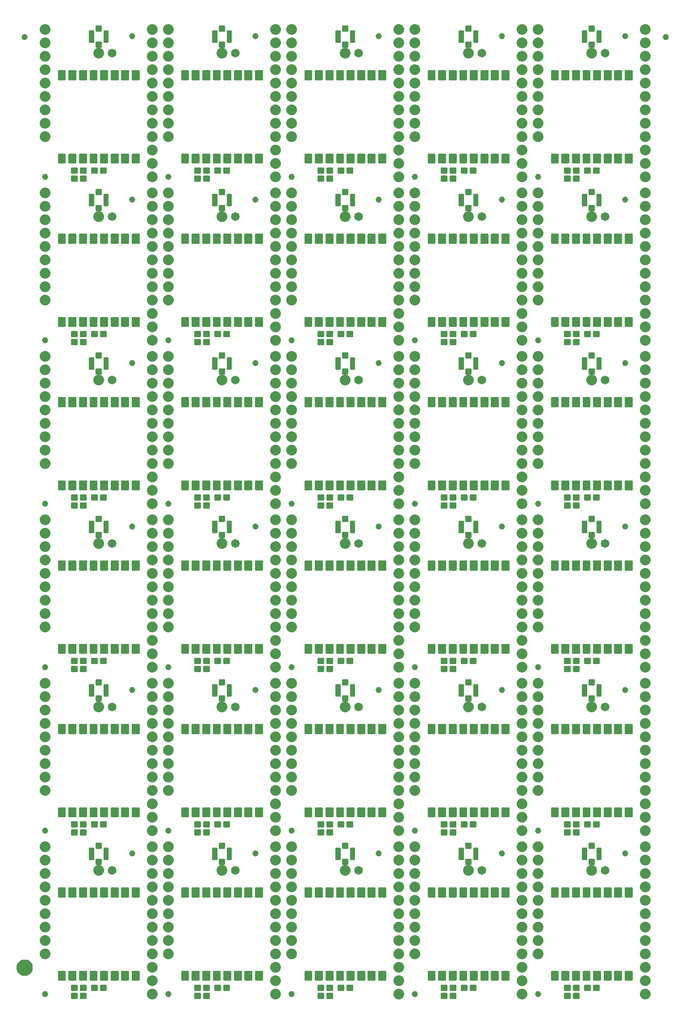
<source format=gts>
G04 EAGLE Gerber RS-274X export*
G75*
%MOMM*%
%FSLAX34Y34*%
%LPD*%
%INSoldermask Top*%
%IPPOS*%
%AMOC8*
5,1,8,0,0,1.08239X$1,22.5*%
G01*
%ADD10C,1.652400*%
%ADD11C,1.152400*%
%ADD12C,0.255406*%
%ADD13C,0.253525*%
%ADD14C,2.032000*%
%ADD15C,0.250600*%
%ADD16C,1.270000*%


D10*
X139700Y247650D03*
X373380Y247650D03*
X607060Y247650D03*
X840740Y247650D03*
X1074420Y247650D03*
X139700Y557530D03*
X373380Y557530D03*
X607060Y557530D03*
X840740Y557530D03*
X1074420Y557530D03*
X139700Y867410D03*
X373380Y867410D03*
X607060Y867410D03*
X840740Y867410D03*
X1074420Y867410D03*
X139700Y1177290D03*
X373380Y1177290D03*
X607060Y1177290D03*
X840740Y1177290D03*
X1074420Y1177290D03*
X139700Y1487170D03*
X373380Y1487170D03*
X607060Y1487170D03*
X840740Y1487170D03*
X1074420Y1487170D03*
X139700Y1797050D03*
X373380Y1797050D03*
X607060Y1797050D03*
X840740Y1797050D03*
X1074420Y1797050D03*
D11*
X12700Y12700D03*
X177800Y279400D03*
D12*
X78065Y214235D02*
X78065Y197765D01*
X78065Y214235D02*
X90535Y214235D01*
X90535Y197765D01*
X78065Y197765D01*
X78065Y200191D02*
X90535Y200191D01*
X90535Y202617D02*
X78065Y202617D01*
X78065Y205043D02*
X90535Y205043D01*
X90535Y207469D02*
X78065Y207469D01*
X78065Y209895D02*
X90535Y209895D01*
X90535Y212321D02*
X78065Y212321D01*
X118065Y56235D02*
X118065Y39765D01*
X118065Y56235D02*
X130535Y56235D01*
X130535Y39765D01*
X118065Y39765D01*
X118065Y42191D02*
X130535Y42191D01*
X130535Y44617D02*
X118065Y44617D01*
X118065Y47043D02*
X130535Y47043D01*
X130535Y49469D02*
X118065Y49469D01*
X118065Y51895D02*
X130535Y51895D01*
X130535Y54321D02*
X118065Y54321D01*
X38065Y56235D02*
X38065Y39765D01*
X38065Y56235D02*
X50535Y56235D01*
X50535Y39765D01*
X38065Y39765D01*
X38065Y42191D02*
X50535Y42191D01*
X50535Y44617D02*
X38065Y44617D01*
X38065Y47043D02*
X50535Y47043D01*
X50535Y49469D02*
X38065Y49469D01*
X38065Y51895D02*
X50535Y51895D01*
X50535Y54321D02*
X38065Y54321D01*
X138065Y56235D02*
X138065Y39765D01*
X138065Y56235D02*
X150535Y56235D01*
X150535Y39765D01*
X138065Y39765D01*
X138065Y42191D02*
X150535Y42191D01*
X150535Y44617D02*
X138065Y44617D01*
X138065Y47043D02*
X150535Y47043D01*
X150535Y49469D02*
X138065Y49469D01*
X138065Y51895D02*
X150535Y51895D01*
X150535Y54321D02*
X138065Y54321D01*
X158065Y56235D02*
X158065Y39765D01*
X158065Y56235D02*
X170535Y56235D01*
X170535Y39765D01*
X158065Y39765D01*
X158065Y42191D02*
X170535Y42191D01*
X170535Y44617D02*
X158065Y44617D01*
X158065Y47043D02*
X170535Y47043D01*
X170535Y49469D02*
X158065Y49469D01*
X158065Y51895D02*
X170535Y51895D01*
X170535Y54321D02*
X158065Y54321D01*
X178065Y56235D02*
X178065Y39765D01*
X178065Y56235D02*
X190535Y56235D01*
X190535Y39765D01*
X178065Y39765D01*
X178065Y42191D02*
X190535Y42191D01*
X190535Y44617D02*
X178065Y44617D01*
X178065Y47043D02*
X190535Y47043D01*
X190535Y49469D02*
X178065Y49469D01*
X178065Y51895D02*
X190535Y51895D01*
X190535Y54321D02*
X178065Y54321D01*
X78065Y56235D02*
X78065Y39765D01*
X78065Y56235D02*
X90535Y56235D01*
X90535Y39765D01*
X78065Y39765D01*
X78065Y42191D02*
X90535Y42191D01*
X90535Y44617D02*
X78065Y44617D01*
X78065Y47043D02*
X90535Y47043D01*
X90535Y49469D02*
X78065Y49469D01*
X78065Y51895D02*
X90535Y51895D01*
X90535Y54321D02*
X78065Y54321D01*
X98065Y56235D02*
X98065Y39765D01*
X98065Y56235D02*
X110535Y56235D01*
X110535Y39765D01*
X98065Y39765D01*
X98065Y42191D02*
X110535Y42191D01*
X110535Y44617D02*
X98065Y44617D01*
X98065Y47043D02*
X110535Y47043D01*
X110535Y49469D02*
X98065Y49469D01*
X98065Y51895D02*
X110535Y51895D01*
X110535Y54321D02*
X98065Y54321D01*
X58065Y197765D02*
X58065Y214235D01*
X70535Y214235D01*
X70535Y197765D01*
X58065Y197765D01*
X58065Y200191D02*
X70535Y200191D01*
X70535Y202617D02*
X58065Y202617D01*
X58065Y205043D02*
X70535Y205043D01*
X70535Y207469D02*
X58065Y207469D01*
X58065Y209895D02*
X70535Y209895D01*
X70535Y212321D02*
X58065Y212321D01*
X178065Y214235D02*
X178065Y197765D01*
X178065Y214235D02*
X190535Y214235D01*
X190535Y197765D01*
X178065Y197765D01*
X178065Y200191D02*
X190535Y200191D01*
X190535Y202617D02*
X178065Y202617D01*
X178065Y205043D02*
X190535Y205043D01*
X190535Y207469D02*
X178065Y207469D01*
X178065Y209895D02*
X190535Y209895D01*
X190535Y212321D02*
X178065Y212321D01*
X38065Y214235D02*
X38065Y197765D01*
X38065Y214235D02*
X50535Y214235D01*
X50535Y197765D01*
X38065Y197765D01*
X38065Y200191D02*
X50535Y200191D01*
X50535Y202617D02*
X38065Y202617D01*
X38065Y205043D02*
X50535Y205043D01*
X50535Y207469D02*
X38065Y207469D01*
X38065Y209895D02*
X50535Y209895D01*
X50535Y212321D02*
X38065Y212321D01*
X58065Y56235D02*
X58065Y39765D01*
X58065Y56235D02*
X70535Y56235D01*
X70535Y39765D01*
X58065Y39765D01*
X58065Y42191D02*
X70535Y42191D01*
X70535Y44617D02*
X58065Y44617D01*
X58065Y47043D02*
X70535Y47043D01*
X70535Y49469D02*
X58065Y49469D01*
X58065Y51895D02*
X70535Y51895D01*
X70535Y54321D02*
X58065Y54321D01*
X158065Y197765D02*
X158065Y214235D01*
X170535Y214235D01*
X170535Y197765D01*
X158065Y197765D01*
X158065Y200191D02*
X170535Y200191D01*
X170535Y202617D02*
X158065Y202617D01*
X158065Y205043D02*
X170535Y205043D01*
X170535Y207469D02*
X158065Y207469D01*
X158065Y209895D02*
X170535Y209895D01*
X170535Y212321D02*
X158065Y212321D01*
X138065Y214235D02*
X138065Y197765D01*
X138065Y214235D02*
X150535Y214235D01*
X150535Y197765D01*
X138065Y197765D01*
X138065Y200191D02*
X150535Y200191D01*
X150535Y202617D02*
X138065Y202617D01*
X138065Y205043D02*
X150535Y205043D01*
X150535Y207469D02*
X138065Y207469D01*
X138065Y209895D02*
X150535Y209895D01*
X150535Y212321D02*
X138065Y212321D01*
X98065Y214235D02*
X98065Y197765D01*
X98065Y214235D02*
X110535Y214235D01*
X110535Y197765D01*
X98065Y197765D01*
X98065Y200191D02*
X110535Y200191D01*
X110535Y202617D02*
X98065Y202617D01*
X98065Y205043D02*
X110535Y205043D01*
X110535Y207469D02*
X98065Y207469D01*
X98065Y209895D02*
X110535Y209895D01*
X110535Y212321D02*
X98065Y212321D01*
X118065Y214235D02*
X118065Y197765D01*
X118065Y214235D02*
X130535Y214235D01*
X130535Y197765D01*
X118065Y197765D01*
X118065Y200191D02*
X130535Y200191D01*
X130535Y202617D02*
X118065Y202617D01*
X118065Y205043D02*
X130535Y205043D01*
X130535Y207469D02*
X118065Y207469D01*
X118065Y209895D02*
X130535Y209895D01*
X130535Y212321D02*
X118065Y212321D01*
D13*
X89695Y29895D02*
X79705Y29895D01*
X89695Y29895D02*
X89695Y20905D01*
X79705Y20905D01*
X79705Y29895D01*
X79705Y23313D02*
X89695Y23313D01*
X89695Y25721D02*
X79705Y25721D01*
X79705Y28129D02*
X89695Y28129D01*
X72695Y29895D02*
X62705Y29895D01*
X72695Y29895D02*
X72695Y20905D01*
X62705Y20905D01*
X62705Y29895D01*
X62705Y23313D02*
X72695Y23313D01*
X72695Y25721D02*
X62705Y25721D01*
X62705Y28129D02*
X72695Y28129D01*
X100805Y20905D02*
X110795Y20905D01*
X100805Y20905D02*
X100805Y29895D01*
X110795Y29895D01*
X110795Y20905D01*
X110795Y23313D02*
X100805Y23313D01*
X100805Y25721D02*
X110795Y25721D01*
X110795Y28129D02*
X100805Y28129D01*
X117805Y20905D02*
X127795Y20905D01*
X117805Y20905D02*
X117805Y29895D01*
X127795Y29895D01*
X127795Y20905D01*
X127795Y23313D02*
X117805Y23313D01*
X117805Y25721D02*
X127795Y25721D01*
X127795Y28129D02*
X117805Y28129D01*
D14*
X114300Y247650D03*
D15*
X124291Y268891D02*
X124291Y289909D01*
X131809Y289909D01*
X131809Y268891D01*
X124291Y268891D01*
X124291Y271272D02*
X131809Y271272D01*
X131809Y273653D02*
X124291Y273653D01*
X124291Y276034D02*
X131809Y276034D01*
X131809Y278415D02*
X124291Y278415D01*
X124291Y280796D02*
X131809Y280796D01*
X131809Y283177D02*
X124291Y283177D01*
X124291Y285558D02*
X131809Y285558D01*
X131809Y287939D02*
X124291Y287939D01*
X96791Y289909D02*
X96791Y268891D01*
X96791Y289909D02*
X104309Y289909D01*
X104309Y268891D01*
X96791Y268891D01*
X96791Y271272D02*
X104309Y271272D01*
X104309Y273653D02*
X96791Y273653D01*
X96791Y276034D02*
X104309Y276034D01*
X104309Y278415D02*
X96791Y278415D01*
X96791Y280796D02*
X104309Y280796D01*
X104309Y283177D02*
X96791Y283177D01*
X96791Y285558D02*
X104309Y285558D01*
X104309Y287939D02*
X96791Y287939D01*
D13*
X109805Y268895D02*
X109805Y259405D01*
X109805Y268895D02*
X118795Y268895D01*
X118795Y259405D01*
X109805Y259405D01*
X109805Y261813D02*
X118795Y261813D01*
X118795Y264221D02*
X109805Y264221D01*
X109805Y266629D02*
X118795Y266629D01*
X109805Y289905D02*
X109805Y299395D01*
X118795Y299395D01*
X118795Y289905D01*
X109805Y289905D01*
X109805Y292313D02*
X118795Y292313D01*
X118795Y294721D02*
X109805Y294721D01*
X109805Y297129D02*
X118795Y297129D01*
X72695Y5665D02*
X62705Y5665D01*
X62705Y14655D01*
X72695Y14655D01*
X72695Y5665D01*
X72695Y8073D02*
X62705Y8073D01*
X62705Y10481D02*
X72695Y10481D01*
X72695Y12889D02*
X62705Y12889D01*
X79705Y5665D02*
X89695Y5665D01*
X79705Y5665D02*
X79705Y14655D01*
X89695Y14655D01*
X89695Y5665D01*
X89695Y8073D02*
X79705Y8073D01*
X79705Y10481D02*
X89695Y10481D01*
X89695Y12889D02*
X79705Y12889D01*
D14*
X215900Y12700D03*
X215900Y38100D03*
X215900Y63500D03*
X215900Y88900D03*
X215900Y114300D03*
X215900Y139700D03*
X215900Y165100D03*
X215900Y190500D03*
X215900Y215900D03*
X215900Y241300D03*
X215900Y266700D03*
X215900Y292100D03*
X12700Y88900D03*
X12700Y114300D03*
X12700Y139700D03*
X12700Y165100D03*
X12700Y190500D03*
X12700Y215900D03*
X12700Y241300D03*
X12700Y266700D03*
X12700Y292100D03*
D11*
X246380Y12700D03*
X411480Y279400D03*
D12*
X311745Y214235D02*
X311745Y197765D01*
X311745Y214235D02*
X324215Y214235D01*
X324215Y197765D01*
X311745Y197765D01*
X311745Y200191D02*
X324215Y200191D01*
X324215Y202617D02*
X311745Y202617D01*
X311745Y205043D02*
X324215Y205043D01*
X324215Y207469D02*
X311745Y207469D01*
X311745Y209895D02*
X324215Y209895D01*
X324215Y212321D02*
X311745Y212321D01*
X351745Y56235D02*
X351745Y39765D01*
X351745Y56235D02*
X364215Y56235D01*
X364215Y39765D01*
X351745Y39765D01*
X351745Y42191D02*
X364215Y42191D01*
X364215Y44617D02*
X351745Y44617D01*
X351745Y47043D02*
X364215Y47043D01*
X364215Y49469D02*
X351745Y49469D01*
X351745Y51895D02*
X364215Y51895D01*
X364215Y54321D02*
X351745Y54321D01*
X271745Y56235D02*
X271745Y39765D01*
X271745Y56235D02*
X284215Y56235D01*
X284215Y39765D01*
X271745Y39765D01*
X271745Y42191D02*
X284215Y42191D01*
X284215Y44617D02*
X271745Y44617D01*
X271745Y47043D02*
X284215Y47043D01*
X284215Y49469D02*
X271745Y49469D01*
X271745Y51895D02*
X284215Y51895D01*
X284215Y54321D02*
X271745Y54321D01*
X371745Y56235D02*
X371745Y39765D01*
X371745Y56235D02*
X384215Y56235D01*
X384215Y39765D01*
X371745Y39765D01*
X371745Y42191D02*
X384215Y42191D01*
X384215Y44617D02*
X371745Y44617D01*
X371745Y47043D02*
X384215Y47043D01*
X384215Y49469D02*
X371745Y49469D01*
X371745Y51895D02*
X384215Y51895D01*
X384215Y54321D02*
X371745Y54321D01*
X391745Y56235D02*
X391745Y39765D01*
X391745Y56235D02*
X404215Y56235D01*
X404215Y39765D01*
X391745Y39765D01*
X391745Y42191D02*
X404215Y42191D01*
X404215Y44617D02*
X391745Y44617D01*
X391745Y47043D02*
X404215Y47043D01*
X404215Y49469D02*
X391745Y49469D01*
X391745Y51895D02*
X404215Y51895D01*
X404215Y54321D02*
X391745Y54321D01*
X411745Y56235D02*
X411745Y39765D01*
X411745Y56235D02*
X424215Y56235D01*
X424215Y39765D01*
X411745Y39765D01*
X411745Y42191D02*
X424215Y42191D01*
X424215Y44617D02*
X411745Y44617D01*
X411745Y47043D02*
X424215Y47043D01*
X424215Y49469D02*
X411745Y49469D01*
X411745Y51895D02*
X424215Y51895D01*
X424215Y54321D02*
X411745Y54321D01*
X311745Y56235D02*
X311745Y39765D01*
X311745Y56235D02*
X324215Y56235D01*
X324215Y39765D01*
X311745Y39765D01*
X311745Y42191D02*
X324215Y42191D01*
X324215Y44617D02*
X311745Y44617D01*
X311745Y47043D02*
X324215Y47043D01*
X324215Y49469D02*
X311745Y49469D01*
X311745Y51895D02*
X324215Y51895D01*
X324215Y54321D02*
X311745Y54321D01*
X331745Y56235D02*
X331745Y39765D01*
X331745Y56235D02*
X344215Y56235D01*
X344215Y39765D01*
X331745Y39765D01*
X331745Y42191D02*
X344215Y42191D01*
X344215Y44617D02*
X331745Y44617D01*
X331745Y47043D02*
X344215Y47043D01*
X344215Y49469D02*
X331745Y49469D01*
X331745Y51895D02*
X344215Y51895D01*
X344215Y54321D02*
X331745Y54321D01*
X291745Y197765D02*
X291745Y214235D01*
X304215Y214235D01*
X304215Y197765D01*
X291745Y197765D01*
X291745Y200191D02*
X304215Y200191D01*
X304215Y202617D02*
X291745Y202617D01*
X291745Y205043D02*
X304215Y205043D01*
X304215Y207469D02*
X291745Y207469D01*
X291745Y209895D02*
X304215Y209895D01*
X304215Y212321D02*
X291745Y212321D01*
X411745Y214235D02*
X411745Y197765D01*
X411745Y214235D02*
X424215Y214235D01*
X424215Y197765D01*
X411745Y197765D01*
X411745Y200191D02*
X424215Y200191D01*
X424215Y202617D02*
X411745Y202617D01*
X411745Y205043D02*
X424215Y205043D01*
X424215Y207469D02*
X411745Y207469D01*
X411745Y209895D02*
X424215Y209895D01*
X424215Y212321D02*
X411745Y212321D01*
X271745Y214235D02*
X271745Y197765D01*
X271745Y214235D02*
X284215Y214235D01*
X284215Y197765D01*
X271745Y197765D01*
X271745Y200191D02*
X284215Y200191D01*
X284215Y202617D02*
X271745Y202617D01*
X271745Y205043D02*
X284215Y205043D01*
X284215Y207469D02*
X271745Y207469D01*
X271745Y209895D02*
X284215Y209895D01*
X284215Y212321D02*
X271745Y212321D01*
X291745Y56235D02*
X291745Y39765D01*
X291745Y56235D02*
X304215Y56235D01*
X304215Y39765D01*
X291745Y39765D01*
X291745Y42191D02*
X304215Y42191D01*
X304215Y44617D02*
X291745Y44617D01*
X291745Y47043D02*
X304215Y47043D01*
X304215Y49469D02*
X291745Y49469D01*
X291745Y51895D02*
X304215Y51895D01*
X304215Y54321D02*
X291745Y54321D01*
X391745Y197765D02*
X391745Y214235D01*
X404215Y214235D01*
X404215Y197765D01*
X391745Y197765D01*
X391745Y200191D02*
X404215Y200191D01*
X404215Y202617D02*
X391745Y202617D01*
X391745Y205043D02*
X404215Y205043D01*
X404215Y207469D02*
X391745Y207469D01*
X391745Y209895D02*
X404215Y209895D01*
X404215Y212321D02*
X391745Y212321D01*
X371745Y214235D02*
X371745Y197765D01*
X371745Y214235D02*
X384215Y214235D01*
X384215Y197765D01*
X371745Y197765D01*
X371745Y200191D02*
X384215Y200191D01*
X384215Y202617D02*
X371745Y202617D01*
X371745Y205043D02*
X384215Y205043D01*
X384215Y207469D02*
X371745Y207469D01*
X371745Y209895D02*
X384215Y209895D01*
X384215Y212321D02*
X371745Y212321D01*
X331745Y214235D02*
X331745Y197765D01*
X331745Y214235D02*
X344215Y214235D01*
X344215Y197765D01*
X331745Y197765D01*
X331745Y200191D02*
X344215Y200191D01*
X344215Y202617D02*
X331745Y202617D01*
X331745Y205043D02*
X344215Y205043D01*
X344215Y207469D02*
X331745Y207469D01*
X331745Y209895D02*
X344215Y209895D01*
X344215Y212321D02*
X331745Y212321D01*
X351745Y214235D02*
X351745Y197765D01*
X351745Y214235D02*
X364215Y214235D01*
X364215Y197765D01*
X351745Y197765D01*
X351745Y200191D02*
X364215Y200191D01*
X364215Y202617D02*
X351745Y202617D01*
X351745Y205043D02*
X364215Y205043D01*
X364215Y207469D02*
X351745Y207469D01*
X351745Y209895D02*
X364215Y209895D01*
X364215Y212321D02*
X351745Y212321D01*
D13*
X323375Y29895D02*
X313385Y29895D01*
X323375Y29895D02*
X323375Y20905D01*
X313385Y20905D01*
X313385Y29895D01*
X313385Y23313D02*
X323375Y23313D01*
X323375Y25721D02*
X313385Y25721D01*
X313385Y28129D02*
X323375Y28129D01*
X306375Y29895D02*
X296385Y29895D01*
X306375Y29895D02*
X306375Y20905D01*
X296385Y20905D01*
X296385Y29895D01*
X296385Y23313D02*
X306375Y23313D01*
X306375Y25721D02*
X296385Y25721D01*
X296385Y28129D02*
X306375Y28129D01*
X334485Y20905D02*
X344475Y20905D01*
X334485Y20905D02*
X334485Y29895D01*
X344475Y29895D01*
X344475Y20905D01*
X344475Y23313D02*
X334485Y23313D01*
X334485Y25721D02*
X344475Y25721D01*
X344475Y28129D02*
X334485Y28129D01*
X351485Y20905D02*
X361475Y20905D01*
X351485Y20905D02*
X351485Y29895D01*
X361475Y29895D01*
X361475Y20905D01*
X361475Y23313D02*
X351485Y23313D01*
X351485Y25721D02*
X361475Y25721D01*
X361475Y28129D02*
X351485Y28129D01*
D14*
X347980Y247650D03*
D15*
X357971Y268891D02*
X357971Y289909D01*
X365489Y289909D01*
X365489Y268891D01*
X357971Y268891D01*
X357971Y271272D02*
X365489Y271272D01*
X365489Y273653D02*
X357971Y273653D01*
X357971Y276034D02*
X365489Y276034D01*
X365489Y278415D02*
X357971Y278415D01*
X357971Y280796D02*
X365489Y280796D01*
X365489Y283177D02*
X357971Y283177D01*
X357971Y285558D02*
X365489Y285558D01*
X365489Y287939D02*
X357971Y287939D01*
X330471Y289909D02*
X330471Y268891D01*
X330471Y289909D02*
X337989Y289909D01*
X337989Y268891D01*
X330471Y268891D01*
X330471Y271272D02*
X337989Y271272D01*
X337989Y273653D02*
X330471Y273653D01*
X330471Y276034D02*
X337989Y276034D01*
X337989Y278415D02*
X330471Y278415D01*
X330471Y280796D02*
X337989Y280796D01*
X337989Y283177D02*
X330471Y283177D01*
X330471Y285558D02*
X337989Y285558D01*
X337989Y287939D02*
X330471Y287939D01*
D13*
X343485Y268895D02*
X343485Y259405D01*
X343485Y268895D02*
X352475Y268895D01*
X352475Y259405D01*
X343485Y259405D01*
X343485Y261813D02*
X352475Y261813D01*
X352475Y264221D02*
X343485Y264221D01*
X343485Y266629D02*
X352475Y266629D01*
X343485Y289905D02*
X343485Y299395D01*
X352475Y299395D01*
X352475Y289905D01*
X343485Y289905D01*
X343485Y292313D02*
X352475Y292313D01*
X352475Y294721D02*
X343485Y294721D01*
X343485Y297129D02*
X352475Y297129D01*
X306375Y5665D02*
X296385Y5665D01*
X296385Y14655D01*
X306375Y14655D01*
X306375Y5665D01*
X306375Y8073D02*
X296385Y8073D01*
X296385Y10481D02*
X306375Y10481D01*
X306375Y12889D02*
X296385Y12889D01*
X313385Y5665D02*
X323375Y5665D01*
X313385Y5665D02*
X313385Y14655D01*
X323375Y14655D01*
X323375Y5665D01*
X323375Y8073D02*
X313385Y8073D01*
X313385Y10481D02*
X323375Y10481D01*
X323375Y12889D02*
X313385Y12889D01*
D14*
X449580Y12700D03*
X449580Y38100D03*
X449580Y63500D03*
X449580Y88900D03*
X449580Y114300D03*
X449580Y139700D03*
X449580Y165100D03*
X449580Y190500D03*
X449580Y215900D03*
X449580Y241300D03*
X449580Y266700D03*
X449580Y292100D03*
X246380Y88900D03*
X246380Y114300D03*
X246380Y139700D03*
X246380Y165100D03*
X246380Y190500D03*
X246380Y215900D03*
X246380Y241300D03*
X246380Y266700D03*
X246380Y292100D03*
D11*
X480060Y12700D03*
X645160Y279400D03*
D12*
X545425Y214235D02*
X545425Y197765D01*
X545425Y214235D02*
X557895Y214235D01*
X557895Y197765D01*
X545425Y197765D01*
X545425Y200191D02*
X557895Y200191D01*
X557895Y202617D02*
X545425Y202617D01*
X545425Y205043D02*
X557895Y205043D01*
X557895Y207469D02*
X545425Y207469D01*
X545425Y209895D02*
X557895Y209895D01*
X557895Y212321D02*
X545425Y212321D01*
X585425Y56235D02*
X585425Y39765D01*
X585425Y56235D02*
X597895Y56235D01*
X597895Y39765D01*
X585425Y39765D01*
X585425Y42191D02*
X597895Y42191D01*
X597895Y44617D02*
X585425Y44617D01*
X585425Y47043D02*
X597895Y47043D01*
X597895Y49469D02*
X585425Y49469D01*
X585425Y51895D02*
X597895Y51895D01*
X597895Y54321D02*
X585425Y54321D01*
X505425Y56235D02*
X505425Y39765D01*
X505425Y56235D02*
X517895Y56235D01*
X517895Y39765D01*
X505425Y39765D01*
X505425Y42191D02*
X517895Y42191D01*
X517895Y44617D02*
X505425Y44617D01*
X505425Y47043D02*
X517895Y47043D01*
X517895Y49469D02*
X505425Y49469D01*
X505425Y51895D02*
X517895Y51895D01*
X517895Y54321D02*
X505425Y54321D01*
X605425Y56235D02*
X605425Y39765D01*
X605425Y56235D02*
X617895Y56235D01*
X617895Y39765D01*
X605425Y39765D01*
X605425Y42191D02*
X617895Y42191D01*
X617895Y44617D02*
X605425Y44617D01*
X605425Y47043D02*
X617895Y47043D01*
X617895Y49469D02*
X605425Y49469D01*
X605425Y51895D02*
X617895Y51895D01*
X617895Y54321D02*
X605425Y54321D01*
X625425Y56235D02*
X625425Y39765D01*
X625425Y56235D02*
X637895Y56235D01*
X637895Y39765D01*
X625425Y39765D01*
X625425Y42191D02*
X637895Y42191D01*
X637895Y44617D02*
X625425Y44617D01*
X625425Y47043D02*
X637895Y47043D01*
X637895Y49469D02*
X625425Y49469D01*
X625425Y51895D02*
X637895Y51895D01*
X637895Y54321D02*
X625425Y54321D01*
X645425Y56235D02*
X645425Y39765D01*
X645425Y56235D02*
X657895Y56235D01*
X657895Y39765D01*
X645425Y39765D01*
X645425Y42191D02*
X657895Y42191D01*
X657895Y44617D02*
X645425Y44617D01*
X645425Y47043D02*
X657895Y47043D01*
X657895Y49469D02*
X645425Y49469D01*
X645425Y51895D02*
X657895Y51895D01*
X657895Y54321D02*
X645425Y54321D01*
X545425Y56235D02*
X545425Y39765D01*
X545425Y56235D02*
X557895Y56235D01*
X557895Y39765D01*
X545425Y39765D01*
X545425Y42191D02*
X557895Y42191D01*
X557895Y44617D02*
X545425Y44617D01*
X545425Y47043D02*
X557895Y47043D01*
X557895Y49469D02*
X545425Y49469D01*
X545425Y51895D02*
X557895Y51895D01*
X557895Y54321D02*
X545425Y54321D01*
X565425Y56235D02*
X565425Y39765D01*
X565425Y56235D02*
X577895Y56235D01*
X577895Y39765D01*
X565425Y39765D01*
X565425Y42191D02*
X577895Y42191D01*
X577895Y44617D02*
X565425Y44617D01*
X565425Y47043D02*
X577895Y47043D01*
X577895Y49469D02*
X565425Y49469D01*
X565425Y51895D02*
X577895Y51895D01*
X577895Y54321D02*
X565425Y54321D01*
X525425Y197765D02*
X525425Y214235D01*
X537895Y214235D01*
X537895Y197765D01*
X525425Y197765D01*
X525425Y200191D02*
X537895Y200191D01*
X537895Y202617D02*
X525425Y202617D01*
X525425Y205043D02*
X537895Y205043D01*
X537895Y207469D02*
X525425Y207469D01*
X525425Y209895D02*
X537895Y209895D01*
X537895Y212321D02*
X525425Y212321D01*
X645425Y214235D02*
X645425Y197765D01*
X645425Y214235D02*
X657895Y214235D01*
X657895Y197765D01*
X645425Y197765D01*
X645425Y200191D02*
X657895Y200191D01*
X657895Y202617D02*
X645425Y202617D01*
X645425Y205043D02*
X657895Y205043D01*
X657895Y207469D02*
X645425Y207469D01*
X645425Y209895D02*
X657895Y209895D01*
X657895Y212321D02*
X645425Y212321D01*
X505425Y214235D02*
X505425Y197765D01*
X505425Y214235D02*
X517895Y214235D01*
X517895Y197765D01*
X505425Y197765D01*
X505425Y200191D02*
X517895Y200191D01*
X517895Y202617D02*
X505425Y202617D01*
X505425Y205043D02*
X517895Y205043D01*
X517895Y207469D02*
X505425Y207469D01*
X505425Y209895D02*
X517895Y209895D01*
X517895Y212321D02*
X505425Y212321D01*
X525425Y56235D02*
X525425Y39765D01*
X525425Y56235D02*
X537895Y56235D01*
X537895Y39765D01*
X525425Y39765D01*
X525425Y42191D02*
X537895Y42191D01*
X537895Y44617D02*
X525425Y44617D01*
X525425Y47043D02*
X537895Y47043D01*
X537895Y49469D02*
X525425Y49469D01*
X525425Y51895D02*
X537895Y51895D01*
X537895Y54321D02*
X525425Y54321D01*
X625425Y197765D02*
X625425Y214235D01*
X637895Y214235D01*
X637895Y197765D01*
X625425Y197765D01*
X625425Y200191D02*
X637895Y200191D01*
X637895Y202617D02*
X625425Y202617D01*
X625425Y205043D02*
X637895Y205043D01*
X637895Y207469D02*
X625425Y207469D01*
X625425Y209895D02*
X637895Y209895D01*
X637895Y212321D02*
X625425Y212321D01*
X605425Y214235D02*
X605425Y197765D01*
X605425Y214235D02*
X617895Y214235D01*
X617895Y197765D01*
X605425Y197765D01*
X605425Y200191D02*
X617895Y200191D01*
X617895Y202617D02*
X605425Y202617D01*
X605425Y205043D02*
X617895Y205043D01*
X617895Y207469D02*
X605425Y207469D01*
X605425Y209895D02*
X617895Y209895D01*
X617895Y212321D02*
X605425Y212321D01*
X565425Y214235D02*
X565425Y197765D01*
X565425Y214235D02*
X577895Y214235D01*
X577895Y197765D01*
X565425Y197765D01*
X565425Y200191D02*
X577895Y200191D01*
X577895Y202617D02*
X565425Y202617D01*
X565425Y205043D02*
X577895Y205043D01*
X577895Y207469D02*
X565425Y207469D01*
X565425Y209895D02*
X577895Y209895D01*
X577895Y212321D02*
X565425Y212321D01*
X585425Y214235D02*
X585425Y197765D01*
X585425Y214235D02*
X597895Y214235D01*
X597895Y197765D01*
X585425Y197765D01*
X585425Y200191D02*
X597895Y200191D01*
X597895Y202617D02*
X585425Y202617D01*
X585425Y205043D02*
X597895Y205043D01*
X597895Y207469D02*
X585425Y207469D01*
X585425Y209895D02*
X597895Y209895D01*
X597895Y212321D02*
X585425Y212321D01*
D13*
X557055Y29895D02*
X547065Y29895D01*
X557055Y29895D02*
X557055Y20905D01*
X547065Y20905D01*
X547065Y29895D01*
X547065Y23313D02*
X557055Y23313D01*
X557055Y25721D02*
X547065Y25721D01*
X547065Y28129D02*
X557055Y28129D01*
X540055Y29895D02*
X530065Y29895D01*
X540055Y29895D02*
X540055Y20905D01*
X530065Y20905D01*
X530065Y29895D01*
X530065Y23313D02*
X540055Y23313D01*
X540055Y25721D02*
X530065Y25721D01*
X530065Y28129D02*
X540055Y28129D01*
X568165Y20905D02*
X578155Y20905D01*
X568165Y20905D02*
X568165Y29895D01*
X578155Y29895D01*
X578155Y20905D01*
X578155Y23313D02*
X568165Y23313D01*
X568165Y25721D02*
X578155Y25721D01*
X578155Y28129D02*
X568165Y28129D01*
X585165Y20905D02*
X595155Y20905D01*
X585165Y20905D02*
X585165Y29895D01*
X595155Y29895D01*
X595155Y20905D01*
X595155Y23313D02*
X585165Y23313D01*
X585165Y25721D02*
X595155Y25721D01*
X595155Y28129D02*
X585165Y28129D01*
D14*
X581660Y247650D03*
D15*
X591651Y268891D02*
X591651Y289909D01*
X599169Y289909D01*
X599169Y268891D01*
X591651Y268891D01*
X591651Y271272D02*
X599169Y271272D01*
X599169Y273653D02*
X591651Y273653D01*
X591651Y276034D02*
X599169Y276034D01*
X599169Y278415D02*
X591651Y278415D01*
X591651Y280796D02*
X599169Y280796D01*
X599169Y283177D02*
X591651Y283177D01*
X591651Y285558D02*
X599169Y285558D01*
X599169Y287939D02*
X591651Y287939D01*
X564151Y289909D02*
X564151Y268891D01*
X564151Y289909D02*
X571669Y289909D01*
X571669Y268891D01*
X564151Y268891D01*
X564151Y271272D02*
X571669Y271272D01*
X571669Y273653D02*
X564151Y273653D01*
X564151Y276034D02*
X571669Y276034D01*
X571669Y278415D02*
X564151Y278415D01*
X564151Y280796D02*
X571669Y280796D01*
X571669Y283177D02*
X564151Y283177D01*
X564151Y285558D02*
X571669Y285558D01*
X571669Y287939D02*
X564151Y287939D01*
D13*
X577165Y268895D02*
X577165Y259405D01*
X577165Y268895D02*
X586155Y268895D01*
X586155Y259405D01*
X577165Y259405D01*
X577165Y261813D02*
X586155Y261813D01*
X586155Y264221D02*
X577165Y264221D01*
X577165Y266629D02*
X586155Y266629D01*
X577165Y289905D02*
X577165Y299395D01*
X586155Y299395D01*
X586155Y289905D01*
X577165Y289905D01*
X577165Y292313D02*
X586155Y292313D01*
X586155Y294721D02*
X577165Y294721D01*
X577165Y297129D02*
X586155Y297129D01*
X540055Y5665D02*
X530065Y5665D01*
X530065Y14655D01*
X540055Y14655D01*
X540055Y5665D01*
X540055Y8073D02*
X530065Y8073D01*
X530065Y10481D02*
X540055Y10481D01*
X540055Y12889D02*
X530065Y12889D01*
X547065Y5665D02*
X557055Y5665D01*
X547065Y5665D02*
X547065Y14655D01*
X557055Y14655D01*
X557055Y5665D01*
X557055Y8073D02*
X547065Y8073D01*
X547065Y10481D02*
X557055Y10481D01*
X557055Y12889D02*
X547065Y12889D01*
D14*
X683260Y12700D03*
X683260Y38100D03*
X683260Y63500D03*
X683260Y88900D03*
X683260Y114300D03*
X683260Y139700D03*
X683260Y165100D03*
X683260Y190500D03*
X683260Y215900D03*
X683260Y241300D03*
X683260Y266700D03*
X683260Y292100D03*
X480060Y88900D03*
X480060Y114300D03*
X480060Y139700D03*
X480060Y165100D03*
X480060Y190500D03*
X480060Y215900D03*
X480060Y241300D03*
X480060Y266700D03*
X480060Y292100D03*
D11*
X713740Y12700D03*
X878840Y279400D03*
D12*
X779105Y214235D02*
X779105Y197765D01*
X779105Y214235D02*
X791575Y214235D01*
X791575Y197765D01*
X779105Y197765D01*
X779105Y200191D02*
X791575Y200191D01*
X791575Y202617D02*
X779105Y202617D01*
X779105Y205043D02*
X791575Y205043D01*
X791575Y207469D02*
X779105Y207469D01*
X779105Y209895D02*
X791575Y209895D01*
X791575Y212321D02*
X779105Y212321D01*
X819105Y56235D02*
X819105Y39765D01*
X819105Y56235D02*
X831575Y56235D01*
X831575Y39765D01*
X819105Y39765D01*
X819105Y42191D02*
X831575Y42191D01*
X831575Y44617D02*
X819105Y44617D01*
X819105Y47043D02*
X831575Y47043D01*
X831575Y49469D02*
X819105Y49469D01*
X819105Y51895D02*
X831575Y51895D01*
X831575Y54321D02*
X819105Y54321D01*
X739105Y56235D02*
X739105Y39765D01*
X739105Y56235D02*
X751575Y56235D01*
X751575Y39765D01*
X739105Y39765D01*
X739105Y42191D02*
X751575Y42191D01*
X751575Y44617D02*
X739105Y44617D01*
X739105Y47043D02*
X751575Y47043D01*
X751575Y49469D02*
X739105Y49469D01*
X739105Y51895D02*
X751575Y51895D01*
X751575Y54321D02*
X739105Y54321D01*
X839105Y56235D02*
X839105Y39765D01*
X839105Y56235D02*
X851575Y56235D01*
X851575Y39765D01*
X839105Y39765D01*
X839105Y42191D02*
X851575Y42191D01*
X851575Y44617D02*
X839105Y44617D01*
X839105Y47043D02*
X851575Y47043D01*
X851575Y49469D02*
X839105Y49469D01*
X839105Y51895D02*
X851575Y51895D01*
X851575Y54321D02*
X839105Y54321D01*
X859105Y56235D02*
X859105Y39765D01*
X859105Y56235D02*
X871575Y56235D01*
X871575Y39765D01*
X859105Y39765D01*
X859105Y42191D02*
X871575Y42191D01*
X871575Y44617D02*
X859105Y44617D01*
X859105Y47043D02*
X871575Y47043D01*
X871575Y49469D02*
X859105Y49469D01*
X859105Y51895D02*
X871575Y51895D01*
X871575Y54321D02*
X859105Y54321D01*
X879105Y56235D02*
X879105Y39765D01*
X879105Y56235D02*
X891575Y56235D01*
X891575Y39765D01*
X879105Y39765D01*
X879105Y42191D02*
X891575Y42191D01*
X891575Y44617D02*
X879105Y44617D01*
X879105Y47043D02*
X891575Y47043D01*
X891575Y49469D02*
X879105Y49469D01*
X879105Y51895D02*
X891575Y51895D01*
X891575Y54321D02*
X879105Y54321D01*
X779105Y56235D02*
X779105Y39765D01*
X779105Y56235D02*
X791575Y56235D01*
X791575Y39765D01*
X779105Y39765D01*
X779105Y42191D02*
X791575Y42191D01*
X791575Y44617D02*
X779105Y44617D01*
X779105Y47043D02*
X791575Y47043D01*
X791575Y49469D02*
X779105Y49469D01*
X779105Y51895D02*
X791575Y51895D01*
X791575Y54321D02*
X779105Y54321D01*
X799105Y56235D02*
X799105Y39765D01*
X799105Y56235D02*
X811575Y56235D01*
X811575Y39765D01*
X799105Y39765D01*
X799105Y42191D02*
X811575Y42191D01*
X811575Y44617D02*
X799105Y44617D01*
X799105Y47043D02*
X811575Y47043D01*
X811575Y49469D02*
X799105Y49469D01*
X799105Y51895D02*
X811575Y51895D01*
X811575Y54321D02*
X799105Y54321D01*
X759105Y197765D02*
X759105Y214235D01*
X771575Y214235D01*
X771575Y197765D01*
X759105Y197765D01*
X759105Y200191D02*
X771575Y200191D01*
X771575Y202617D02*
X759105Y202617D01*
X759105Y205043D02*
X771575Y205043D01*
X771575Y207469D02*
X759105Y207469D01*
X759105Y209895D02*
X771575Y209895D01*
X771575Y212321D02*
X759105Y212321D01*
X879105Y214235D02*
X879105Y197765D01*
X879105Y214235D02*
X891575Y214235D01*
X891575Y197765D01*
X879105Y197765D01*
X879105Y200191D02*
X891575Y200191D01*
X891575Y202617D02*
X879105Y202617D01*
X879105Y205043D02*
X891575Y205043D01*
X891575Y207469D02*
X879105Y207469D01*
X879105Y209895D02*
X891575Y209895D01*
X891575Y212321D02*
X879105Y212321D01*
X739105Y214235D02*
X739105Y197765D01*
X739105Y214235D02*
X751575Y214235D01*
X751575Y197765D01*
X739105Y197765D01*
X739105Y200191D02*
X751575Y200191D01*
X751575Y202617D02*
X739105Y202617D01*
X739105Y205043D02*
X751575Y205043D01*
X751575Y207469D02*
X739105Y207469D01*
X739105Y209895D02*
X751575Y209895D01*
X751575Y212321D02*
X739105Y212321D01*
X759105Y56235D02*
X759105Y39765D01*
X759105Y56235D02*
X771575Y56235D01*
X771575Y39765D01*
X759105Y39765D01*
X759105Y42191D02*
X771575Y42191D01*
X771575Y44617D02*
X759105Y44617D01*
X759105Y47043D02*
X771575Y47043D01*
X771575Y49469D02*
X759105Y49469D01*
X759105Y51895D02*
X771575Y51895D01*
X771575Y54321D02*
X759105Y54321D01*
X859105Y197765D02*
X859105Y214235D01*
X871575Y214235D01*
X871575Y197765D01*
X859105Y197765D01*
X859105Y200191D02*
X871575Y200191D01*
X871575Y202617D02*
X859105Y202617D01*
X859105Y205043D02*
X871575Y205043D01*
X871575Y207469D02*
X859105Y207469D01*
X859105Y209895D02*
X871575Y209895D01*
X871575Y212321D02*
X859105Y212321D01*
X839105Y214235D02*
X839105Y197765D01*
X839105Y214235D02*
X851575Y214235D01*
X851575Y197765D01*
X839105Y197765D01*
X839105Y200191D02*
X851575Y200191D01*
X851575Y202617D02*
X839105Y202617D01*
X839105Y205043D02*
X851575Y205043D01*
X851575Y207469D02*
X839105Y207469D01*
X839105Y209895D02*
X851575Y209895D01*
X851575Y212321D02*
X839105Y212321D01*
X799105Y214235D02*
X799105Y197765D01*
X799105Y214235D02*
X811575Y214235D01*
X811575Y197765D01*
X799105Y197765D01*
X799105Y200191D02*
X811575Y200191D01*
X811575Y202617D02*
X799105Y202617D01*
X799105Y205043D02*
X811575Y205043D01*
X811575Y207469D02*
X799105Y207469D01*
X799105Y209895D02*
X811575Y209895D01*
X811575Y212321D02*
X799105Y212321D01*
X819105Y214235D02*
X819105Y197765D01*
X819105Y214235D02*
X831575Y214235D01*
X831575Y197765D01*
X819105Y197765D01*
X819105Y200191D02*
X831575Y200191D01*
X831575Y202617D02*
X819105Y202617D01*
X819105Y205043D02*
X831575Y205043D01*
X831575Y207469D02*
X819105Y207469D01*
X819105Y209895D02*
X831575Y209895D01*
X831575Y212321D02*
X819105Y212321D01*
D13*
X790735Y29895D02*
X780745Y29895D01*
X790735Y29895D02*
X790735Y20905D01*
X780745Y20905D01*
X780745Y29895D01*
X780745Y23313D02*
X790735Y23313D01*
X790735Y25721D02*
X780745Y25721D01*
X780745Y28129D02*
X790735Y28129D01*
X773735Y29895D02*
X763745Y29895D01*
X773735Y29895D02*
X773735Y20905D01*
X763745Y20905D01*
X763745Y29895D01*
X763745Y23313D02*
X773735Y23313D01*
X773735Y25721D02*
X763745Y25721D01*
X763745Y28129D02*
X773735Y28129D01*
X801845Y20905D02*
X811835Y20905D01*
X801845Y20905D02*
X801845Y29895D01*
X811835Y29895D01*
X811835Y20905D01*
X811835Y23313D02*
X801845Y23313D01*
X801845Y25721D02*
X811835Y25721D01*
X811835Y28129D02*
X801845Y28129D01*
X818845Y20905D02*
X828835Y20905D01*
X818845Y20905D02*
X818845Y29895D01*
X828835Y29895D01*
X828835Y20905D01*
X828835Y23313D02*
X818845Y23313D01*
X818845Y25721D02*
X828835Y25721D01*
X828835Y28129D02*
X818845Y28129D01*
D14*
X815340Y247650D03*
D15*
X825331Y268891D02*
X825331Y289909D01*
X832849Y289909D01*
X832849Y268891D01*
X825331Y268891D01*
X825331Y271272D02*
X832849Y271272D01*
X832849Y273653D02*
X825331Y273653D01*
X825331Y276034D02*
X832849Y276034D01*
X832849Y278415D02*
X825331Y278415D01*
X825331Y280796D02*
X832849Y280796D01*
X832849Y283177D02*
X825331Y283177D01*
X825331Y285558D02*
X832849Y285558D01*
X832849Y287939D02*
X825331Y287939D01*
X797831Y289909D02*
X797831Y268891D01*
X797831Y289909D02*
X805349Y289909D01*
X805349Y268891D01*
X797831Y268891D01*
X797831Y271272D02*
X805349Y271272D01*
X805349Y273653D02*
X797831Y273653D01*
X797831Y276034D02*
X805349Y276034D01*
X805349Y278415D02*
X797831Y278415D01*
X797831Y280796D02*
X805349Y280796D01*
X805349Y283177D02*
X797831Y283177D01*
X797831Y285558D02*
X805349Y285558D01*
X805349Y287939D02*
X797831Y287939D01*
D13*
X810845Y268895D02*
X810845Y259405D01*
X810845Y268895D02*
X819835Y268895D01*
X819835Y259405D01*
X810845Y259405D01*
X810845Y261813D02*
X819835Y261813D01*
X819835Y264221D02*
X810845Y264221D01*
X810845Y266629D02*
X819835Y266629D01*
X810845Y289905D02*
X810845Y299395D01*
X819835Y299395D01*
X819835Y289905D01*
X810845Y289905D01*
X810845Y292313D02*
X819835Y292313D01*
X819835Y294721D02*
X810845Y294721D01*
X810845Y297129D02*
X819835Y297129D01*
X773735Y5665D02*
X763745Y5665D01*
X763745Y14655D01*
X773735Y14655D01*
X773735Y5665D01*
X773735Y8073D02*
X763745Y8073D01*
X763745Y10481D02*
X773735Y10481D01*
X773735Y12889D02*
X763745Y12889D01*
X780745Y5665D02*
X790735Y5665D01*
X780745Y5665D02*
X780745Y14655D01*
X790735Y14655D01*
X790735Y5665D01*
X790735Y8073D02*
X780745Y8073D01*
X780745Y10481D02*
X790735Y10481D01*
X790735Y12889D02*
X780745Y12889D01*
D14*
X916940Y12700D03*
X916940Y38100D03*
X916940Y63500D03*
X916940Y88900D03*
X916940Y114300D03*
X916940Y139700D03*
X916940Y165100D03*
X916940Y190500D03*
X916940Y215900D03*
X916940Y241300D03*
X916940Y266700D03*
X916940Y292100D03*
X713740Y88900D03*
X713740Y114300D03*
X713740Y139700D03*
X713740Y165100D03*
X713740Y190500D03*
X713740Y215900D03*
X713740Y241300D03*
X713740Y266700D03*
X713740Y292100D03*
D11*
X947420Y12700D03*
X1112520Y279400D03*
D12*
X1012785Y214235D02*
X1012785Y197765D01*
X1012785Y214235D02*
X1025255Y214235D01*
X1025255Y197765D01*
X1012785Y197765D01*
X1012785Y200191D02*
X1025255Y200191D01*
X1025255Y202617D02*
X1012785Y202617D01*
X1012785Y205043D02*
X1025255Y205043D01*
X1025255Y207469D02*
X1012785Y207469D01*
X1012785Y209895D02*
X1025255Y209895D01*
X1025255Y212321D02*
X1012785Y212321D01*
X1052785Y56235D02*
X1052785Y39765D01*
X1052785Y56235D02*
X1065255Y56235D01*
X1065255Y39765D01*
X1052785Y39765D01*
X1052785Y42191D02*
X1065255Y42191D01*
X1065255Y44617D02*
X1052785Y44617D01*
X1052785Y47043D02*
X1065255Y47043D01*
X1065255Y49469D02*
X1052785Y49469D01*
X1052785Y51895D02*
X1065255Y51895D01*
X1065255Y54321D02*
X1052785Y54321D01*
X972785Y56235D02*
X972785Y39765D01*
X972785Y56235D02*
X985255Y56235D01*
X985255Y39765D01*
X972785Y39765D01*
X972785Y42191D02*
X985255Y42191D01*
X985255Y44617D02*
X972785Y44617D01*
X972785Y47043D02*
X985255Y47043D01*
X985255Y49469D02*
X972785Y49469D01*
X972785Y51895D02*
X985255Y51895D01*
X985255Y54321D02*
X972785Y54321D01*
X1072785Y56235D02*
X1072785Y39765D01*
X1072785Y56235D02*
X1085255Y56235D01*
X1085255Y39765D01*
X1072785Y39765D01*
X1072785Y42191D02*
X1085255Y42191D01*
X1085255Y44617D02*
X1072785Y44617D01*
X1072785Y47043D02*
X1085255Y47043D01*
X1085255Y49469D02*
X1072785Y49469D01*
X1072785Y51895D02*
X1085255Y51895D01*
X1085255Y54321D02*
X1072785Y54321D01*
X1092785Y56235D02*
X1092785Y39765D01*
X1092785Y56235D02*
X1105255Y56235D01*
X1105255Y39765D01*
X1092785Y39765D01*
X1092785Y42191D02*
X1105255Y42191D01*
X1105255Y44617D02*
X1092785Y44617D01*
X1092785Y47043D02*
X1105255Y47043D01*
X1105255Y49469D02*
X1092785Y49469D01*
X1092785Y51895D02*
X1105255Y51895D01*
X1105255Y54321D02*
X1092785Y54321D01*
X1112785Y56235D02*
X1112785Y39765D01*
X1112785Y56235D02*
X1125255Y56235D01*
X1125255Y39765D01*
X1112785Y39765D01*
X1112785Y42191D02*
X1125255Y42191D01*
X1125255Y44617D02*
X1112785Y44617D01*
X1112785Y47043D02*
X1125255Y47043D01*
X1125255Y49469D02*
X1112785Y49469D01*
X1112785Y51895D02*
X1125255Y51895D01*
X1125255Y54321D02*
X1112785Y54321D01*
X1012785Y56235D02*
X1012785Y39765D01*
X1012785Y56235D02*
X1025255Y56235D01*
X1025255Y39765D01*
X1012785Y39765D01*
X1012785Y42191D02*
X1025255Y42191D01*
X1025255Y44617D02*
X1012785Y44617D01*
X1012785Y47043D02*
X1025255Y47043D01*
X1025255Y49469D02*
X1012785Y49469D01*
X1012785Y51895D02*
X1025255Y51895D01*
X1025255Y54321D02*
X1012785Y54321D01*
X1032785Y56235D02*
X1032785Y39765D01*
X1032785Y56235D02*
X1045255Y56235D01*
X1045255Y39765D01*
X1032785Y39765D01*
X1032785Y42191D02*
X1045255Y42191D01*
X1045255Y44617D02*
X1032785Y44617D01*
X1032785Y47043D02*
X1045255Y47043D01*
X1045255Y49469D02*
X1032785Y49469D01*
X1032785Y51895D02*
X1045255Y51895D01*
X1045255Y54321D02*
X1032785Y54321D01*
X992785Y197765D02*
X992785Y214235D01*
X1005255Y214235D01*
X1005255Y197765D01*
X992785Y197765D01*
X992785Y200191D02*
X1005255Y200191D01*
X1005255Y202617D02*
X992785Y202617D01*
X992785Y205043D02*
X1005255Y205043D01*
X1005255Y207469D02*
X992785Y207469D01*
X992785Y209895D02*
X1005255Y209895D01*
X1005255Y212321D02*
X992785Y212321D01*
X1112785Y214235D02*
X1112785Y197765D01*
X1112785Y214235D02*
X1125255Y214235D01*
X1125255Y197765D01*
X1112785Y197765D01*
X1112785Y200191D02*
X1125255Y200191D01*
X1125255Y202617D02*
X1112785Y202617D01*
X1112785Y205043D02*
X1125255Y205043D01*
X1125255Y207469D02*
X1112785Y207469D01*
X1112785Y209895D02*
X1125255Y209895D01*
X1125255Y212321D02*
X1112785Y212321D01*
X972785Y214235D02*
X972785Y197765D01*
X972785Y214235D02*
X985255Y214235D01*
X985255Y197765D01*
X972785Y197765D01*
X972785Y200191D02*
X985255Y200191D01*
X985255Y202617D02*
X972785Y202617D01*
X972785Y205043D02*
X985255Y205043D01*
X985255Y207469D02*
X972785Y207469D01*
X972785Y209895D02*
X985255Y209895D01*
X985255Y212321D02*
X972785Y212321D01*
X992785Y56235D02*
X992785Y39765D01*
X992785Y56235D02*
X1005255Y56235D01*
X1005255Y39765D01*
X992785Y39765D01*
X992785Y42191D02*
X1005255Y42191D01*
X1005255Y44617D02*
X992785Y44617D01*
X992785Y47043D02*
X1005255Y47043D01*
X1005255Y49469D02*
X992785Y49469D01*
X992785Y51895D02*
X1005255Y51895D01*
X1005255Y54321D02*
X992785Y54321D01*
X1092785Y197765D02*
X1092785Y214235D01*
X1105255Y214235D01*
X1105255Y197765D01*
X1092785Y197765D01*
X1092785Y200191D02*
X1105255Y200191D01*
X1105255Y202617D02*
X1092785Y202617D01*
X1092785Y205043D02*
X1105255Y205043D01*
X1105255Y207469D02*
X1092785Y207469D01*
X1092785Y209895D02*
X1105255Y209895D01*
X1105255Y212321D02*
X1092785Y212321D01*
X1072785Y214235D02*
X1072785Y197765D01*
X1072785Y214235D02*
X1085255Y214235D01*
X1085255Y197765D01*
X1072785Y197765D01*
X1072785Y200191D02*
X1085255Y200191D01*
X1085255Y202617D02*
X1072785Y202617D01*
X1072785Y205043D02*
X1085255Y205043D01*
X1085255Y207469D02*
X1072785Y207469D01*
X1072785Y209895D02*
X1085255Y209895D01*
X1085255Y212321D02*
X1072785Y212321D01*
X1032785Y214235D02*
X1032785Y197765D01*
X1032785Y214235D02*
X1045255Y214235D01*
X1045255Y197765D01*
X1032785Y197765D01*
X1032785Y200191D02*
X1045255Y200191D01*
X1045255Y202617D02*
X1032785Y202617D01*
X1032785Y205043D02*
X1045255Y205043D01*
X1045255Y207469D02*
X1032785Y207469D01*
X1032785Y209895D02*
X1045255Y209895D01*
X1045255Y212321D02*
X1032785Y212321D01*
X1052785Y214235D02*
X1052785Y197765D01*
X1052785Y214235D02*
X1065255Y214235D01*
X1065255Y197765D01*
X1052785Y197765D01*
X1052785Y200191D02*
X1065255Y200191D01*
X1065255Y202617D02*
X1052785Y202617D01*
X1052785Y205043D02*
X1065255Y205043D01*
X1065255Y207469D02*
X1052785Y207469D01*
X1052785Y209895D02*
X1065255Y209895D01*
X1065255Y212321D02*
X1052785Y212321D01*
D13*
X1024415Y29895D02*
X1014425Y29895D01*
X1024415Y29895D02*
X1024415Y20905D01*
X1014425Y20905D01*
X1014425Y29895D01*
X1014425Y23313D02*
X1024415Y23313D01*
X1024415Y25721D02*
X1014425Y25721D01*
X1014425Y28129D02*
X1024415Y28129D01*
X1007415Y29895D02*
X997425Y29895D01*
X1007415Y29895D02*
X1007415Y20905D01*
X997425Y20905D01*
X997425Y29895D01*
X997425Y23313D02*
X1007415Y23313D01*
X1007415Y25721D02*
X997425Y25721D01*
X997425Y28129D02*
X1007415Y28129D01*
X1035525Y20905D02*
X1045515Y20905D01*
X1035525Y20905D02*
X1035525Y29895D01*
X1045515Y29895D01*
X1045515Y20905D01*
X1045515Y23313D02*
X1035525Y23313D01*
X1035525Y25721D02*
X1045515Y25721D01*
X1045515Y28129D02*
X1035525Y28129D01*
X1052525Y20905D02*
X1062515Y20905D01*
X1052525Y20905D02*
X1052525Y29895D01*
X1062515Y29895D01*
X1062515Y20905D01*
X1062515Y23313D02*
X1052525Y23313D01*
X1052525Y25721D02*
X1062515Y25721D01*
X1062515Y28129D02*
X1052525Y28129D01*
D14*
X1049020Y247650D03*
D15*
X1059011Y268891D02*
X1059011Y289909D01*
X1066529Y289909D01*
X1066529Y268891D01*
X1059011Y268891D01*
X1059011Y271272D02*
X1066529Y271272D01*
X1066529Y273653D02*
X1059011Y273653D01*
X1059011Y276034D02*
X1066529Y276034D01*
X1066529Y278415D02*
X1059011Y278415D01*
X1059011Y280796D02*
X1066529Y280796D01*
X1066529Y283177D02*
X1059011Y283177D01*
X1059011Y285558D02*
X1066529Y285558D01*
X1066529Y287939D02*
X1059011Y287939D01*
X1031511Y289909D02*
X1031511Y268891D01*
X1031511Y289909D02*
X1039029Y289909D01*
X1039029Y268891D01*
X1031511Y268891D01*
X1031511Y271272D02*
X1039029Y271272D01*
X1039029Y273653D02*
X1031511Y273653D01*
X1031511Y276034D02*
X1039029Y276034D01*
X1039029Y278415D02*
X1031511Y278415D01*
X1031511Y280796D02*
X1039029Y280796D01*
X1039029Y283177D02*
X1031511Y283177D01*
X1031511Y285558D02*
X1039029Y285558D01*
X1039029Y287939D02*
X1031511Y287939D01*
D13*
X1044525Y268895D02*
X1044525Y259405D01*
X1044525Y268895D02*
X1053515Y268895D01*
X1053515Y259405D01*
X1044525Y259405D01*
X1044525Y261813D02*
X1053515Y261813D01*
X1053515Y264221D02*
X1044525Y264221D01*
X1044525Y266629D02*
X1053515Y266629D01*
X1044525Y289905D02*
X1044525Y299395D01*
X1053515Y299395D01*
X1053515Y289905D01*
X1044525Y289905D01*
X1044525Y292313D02*
X1053515Y292313D01*
X1053515Y294721D02*
X1044525Y294721D01*
X1044525Y297129D02*
X1053515Y297129D01*
X1007415Y5665D02*
X997425Y5665D01*
X997425Y14655D01*
X1007415Y14655D01*
X1007415Y5665D01*
X1007415Y8073D02*
X997425Y8073D01*
X997425Y10481D02*
X1007415Y10481D01*
X1007415Y12889D02*
X997425Y12889D01*
X1014425Y5665D02*
X1024415Y5665D01*
X1014425Y5665D02*
X1014425Y14655D01*
X1024415Y14655D01*
X1024415Y5665D01*
X1024415Y8073D02*
X1014425Y8073D01*
X1014425Y10481D02*
X1024415Y10481D01*
X1024415Y12889D02*
X1014425Y12889D01*
D14*
X1150620Y12700D03*
X1150620Y38100D03*
X1150620Y63500D03*
X1150620Y88900D03*
X1150620Y114300D03*
X1150620Y139700D03*
X1150620Y165100D03*
X1150620Y190500D03*
X1150620Y215900D03*
X1150620Y241300D03*
X1150620Y266700D03*
X1150620Y292100D03*
X947420Y88900D03*
X947420Y114300D03*
X947420Y139700D03*
X947420Y165100D03*
X947420Y190500D03*
X947420Y215900D03*
X947420Y241300D03*
X947420Y266700D03*
X947420Y292100D03*
D11*
X12700Y322580D03*
X177800Y589280D03*
D12*
X78065Y524115D02*
X78065Y507645D01*
X78065Y524115D02*
X90535Y524115D01*
X90535Y507645D01*
X78065Y507645D01*
X78065Y510071D02*
X90535Y510071D01*
X90535Y512497D02*
X78065Y512497D01*
X78065Y514923D02*
X90535Y514923D01*
X90535Y517349D02*
X78065Y517349D01*
X78065Y519775D02*
X90535Y519775D01*
X90535Y522201D02*
X78065Y522201D01*
X118065Y366115D02*
X118065Y349645D01*
X118065Y366115D02*
X130535Y366115D01*
X130535Y349645D01*
X118065Y349645D01*
X118065Y352071D02*
X130535Y352071D01*
X130535Y354497D02*
X118065Y354497D01*
X118065Y356923D02*
X130535Y356923D01*
X130535Y359349D02*
X118065Y359349D01*
X118065Y361775D02*
X130535Y361775D01*
X130535Y364201D02*
X118065Y364201D01*
X38065Y366115D02*
X38065Y349645D01*
X38065Y366115D02*
X50535Y366115D01*
X50535Y349645D01*
X38065Y349645D01*
X38065Y352071D02*
X50535Y352071D01*
X50535Y354497D02*
X38065Y354497D01*
X38065Y356923D02*
X50535Y356923D01*
X50535Y359349D02*
X38065Y359349D01*
X38065Y361775D02*
X50535Y361775D01*
X50535Y364201D02*
X38065Y364201D01*
X138065Y366115D02*
X138065Y349645D01*
X138065Y366115D02*
X150535Y366115D01*
X150535Y349645D01*
X138065Y349645D01*
X138065Y352071D02*
X150535Y352071D01*
X150535Y354497D02*
X138065Y354497D01*
X138065Y356923D02*
X150535Y356923D01*
X150535Y359349D02*
X138065Y359349D01*
X138065Y361775D02*
X150535Y361775D01*
X150535Y364201D02*
X138065Y364201D01*
X158065Y366115D02*
X158065Y349645D01*
X158065Y366115D02*
X170535Y366115D01*
X170535Y349645D01*
X158065Y349645D01*
X158065Y352071D02*
X170535Y352071D01*
X170535Y354497D02*
X158065Y354497D01*
X158065Y356923D02*
X170535Y356923D01*
X170535Y359349D02*
X158065Y359349D01*
X158065Y361775D02*
X170535Y361775D01*
X170535Y364201D02*
X158065Y364201D01*
X178065Y366115D02*
X178065Y349645D01*
X178065Y366115D02*
X190535Y366115D01*
X190535Y349645D01*
X178065Y349645D01*
X178065Y352071D02*
X190535Y352071D01*
X190535Y354497D02*
X178065Y354497D01*
X178065Y356923D02*
X190535Y356923D01*
X190535Y359349D02*
X178065Y359349D01*
X178065Y361775D02*
X190535Y361775D01*
X190535Y364201D02*
X178065Y364201D01*
X78065Y366115D02*
X78065Y349645D01*
X78065Y366115D02*
X90535Y366115D01*
X90535Y349645D01*
X78065Y349645D01*
X78065Y352071D02*
X90535Y352071D01*
X90535Y354497D02*
X78065Y354497D01*
X78065Y356923D02*
X90535Y356923D01*
X90535Y359349D02*
X78065Y359349D01*
X78065Y361775D02*
X90535Y361775D01*
X90535Y364201D02*
X78065Y364201D01*
X98065Y366115D02*
X98065Y349645D01*
X98065Y366115D02*
X110535Y366115D01*
X110535Y349645D01*
X98065Y349645D01*
X98065Y352071D02*
X110535Y352071D01*
X110535Y354497D02*
X98065Y354497D01*
X98065Y356923D02*
X110535Y356923D01*
X110535Y359349D02*
X98065Y359349D01*
X98065Y361775D02*
X110535Y361775D01*
X110535Y364201D02*
X98065Y364201D01*
X58065Y507645D02*
X58065Y524115D01*
X70535Y524115D01*
X70535Y507645D01*
X58065Y507645D01*
X58065Y510071D02*
X70535Y510071D01*
X70535Y512497D02*
X58065Y512497D01*
X58065Y514923D02*
X70535Y514923D01*
X70535Y517349D02*
X58065Y517349D01*
X58065Y519775D02*
X70535Y519775D01*
X70535Y522201D02*
X58065Y522201D01*
X178065Y524115D02*
X178065Y507645D01*
X178065Y524115D02*
X190535Y524115D01*
X190535Y507645D01*
X178065Y507645D01*
X178065Y510071D02*
X190535Y510071D01*
X190535Y512497D02*
X178065Y512497D01*
X178065Y514923D02*
X190535Y514923D01*
X190535Y517349D02*
X178065Y517349D01*
X178065Y519775D02*
X190535Y519775D01*
X190535Y522201D02*
X178065Y522201D01*
X38065Y524115D02*
X38065Y507645D01*
X38065Y524115D02*
X50535Y524115D01*
X50535Y507645D01*
X38065Y507645D01*
X38065Y510071D02*
X50535Y510071D01*
X50535Y512497D02*
X38065Y512497D01*
X38065Y514923D02*
X50535Y514923D01*
X50535Y517349D02*
X38065Y517349D01*
X38065Y519775D02*
X50535Y519775D01*
X50535Y522201D02*
X38065Y522201D01*
X58065Y366115D02*
X58065Y349645D01*
X58065Y366115D02*
X70535Y366115D01*
X70535Y349645D01*
X58065Y349645D01*
X58065Y352071D02*
X70535Y352071D01*
X70535Y354497D02*
X58065Y354497D01*
X58065Y356923D02*
X70535Y356923D01*
X70535Y359349D02*
X58065Y359349D01*
X58065Y361775D02*
X70535Y361775D01*
X70535Y364201D02*
X58065Y364201D01*
X158065Y507645D02*
X158065Y524115D01*
X170535Y524115D01*
X170535Y507645D01*
X158065Y507645D01*
X158065Y510071D02*
X170535Y510071D01*
X170535Y512497D02*
X158065Y512497D01*
X158065Y514923D02*
X170535Y514923D01*
X170535Y517349D02*
X158065Y517349D01*
X158065Y519775D02*
X170535Y519775D01*
X170535Y522201D02*
X158065Y522201D01*
X138065Y524115D02*
X138065Y507645D01*
X138065Y524115D02*
X150535Y524115D01*
X150535Y507645D01*
X138065Y507645D01*
X138065Y510071D02*
X150535Y510071D01*
X150535Y512497D02*
X138065Y512497D01*
X138065Y514923D02*
X150535Y514923D01*
X150535Y517349D02*
X138065Y517349D01*
X138065Y519775D02*
X150535Y519775D01*
X150535Y522201D02*
X138065Y522201D01*
X98065Y524115D02*
X98065Y507645D01*
X98065Y524115D02*
X110535Y524115D01*
X110535Y507645D01*
X98065Y507645D01*
X98065Y510071D02*
X110535Y510071D01*
X110535Y512497D02*
X98065Y512497D01*
X98065Y514923D02*
X110535Y514923D01*
X110535Y517349D02*
X98065Y517349D01*
X98065Y519775D02*
X110535Y519775D01*
X110535Y522201D02*
X98065Y522201D01*
X118065Y524115D02*
X118065Y507645D01*
X118065Y524115D02*
X130535Y524115D01*
X130535Y507645D01*
X118065Y507645D01*
X118065Y510071D02*
X130535Y510071D01*
X130535Y512497D02*
X118065Y512497D01*
X118065Y514923D02*
X130535Y514923D01*
X130535Y517349D02*
X118065Y517349D01*
X118065Y519775D02*
X130535Y519775D01*
X130535Y522201D02*
X118065Y522201D01*
D13*
X89695Y339775D02*
X79705Y339775D01*
X89695Y339775D02*
X89695Y330785D01*
X79705Y330785D01*
X79705Y339775D01*
X79705Y333193D02*
X89695Y333193D01*
X89695Y335601D02*
X79705Y335601D01*
X79705Y338009D02*
X89695Y338009D01*
X72695Y339775D02*
X62705Y339775D01*
X72695Y339775D02*
X72695Y330785D01*
X62705Y330785D01*
X62705Y339775D01*
X62705Y333193D02*
X72695Y333193D01*
X72695Y335601D02*
X62705Y335601D01*
X62705Y338009D02*
X72695Y338009D01*
X100805Y330785D02*
X110795Y330785D01*
X100805Y330785D02*
X100805Y339775D01*
X110795Y339775D01*
X110795Y330785D01*
X110795Y333193D02*
X100805Y333193D01*
X100805Y335601D02*
X110795Y335601D01*
X110795Y338009D02*
X100805Y338009D01*
X117805Y330785D02*
X127795Y330785D01*
X117805Y330785D02*
X117805Y339775D01*
X127795Y339775D01*
X127795Y330785D01*
X127795Y333193D02*
X117805Y333193D01*
X117805Y335601D02*
X127795Y335601D01*
X127795Y338009D02*
X117805Y338009D01*
D14*
X114300Y557530D03*
D15*
X124291Y578771D02*
X124291Y599789D01*
X131809Y599789D01*
X131809Y578771D01*
X124291Y578771D01*
X124291Y581152D02*
X131809Y581152D01*
X131809Y583533D02*
X124291Y583533D01*
X124291Y585914D02*
X131809Y585914D01*
X131809Y588295D02*
X124291Y588295D01*
X124291Y590676D02*
X131809Y590676D01*
X131809Y593057D02*
X124291Y593057D01*
X124291Y595438D02*
X131809Y595438D01*
X131809Y597819D02*
X124291Y597819D01*
X96791Y599789D02*
X96791Y578771D01*
X96791Y599789D02*
X104309Y599789D01*
X104309Y578771D01*
X96791Y578771D01*
X96791Y581152D02*
X104309Y581152D01*
X104309Y583533D02*
X96791Y583533D01*
X96791Y585914D02*
X104309Y585914D01*
X104309Y588295D02*
X96791Y588295D01*
X96791Y590676D02*
X104309Y590676D01*
X104309Y593057D02*
X96791Y593057D01*
X96791Y595438D02*
X104309Y595438D01*
X104309Y597819D02*
X96791Y597819D01*
D13*
X109805Y578775D02*
X109805Y569285D01*
X109805Y578775D02*
X118795Y578775D01*
X118795Y569285D01*
X109805Y569285D01*
X109805Y571693D02*
X118795Y571693D01*
X118795Y574101D02*
X109805Y574101D01*
X109805Y576509D02*
X118795Y576509D01*
X109805Y599785D02*
X109805Y609275D01*
X118795Y609275D01*
X118795Y599785D01*
X109805Y599785D01*
X109805Y602193D02*
X118795Y602193D01*
X118795Y604601D02*
X109805Y604601D01*
X109805Y607009D02*
X118795Y607009D01*
X72695Y315545D02*
X62705Y315545D01*
X62705Y324535D01*
X72695Y324535D01*
X72695Y315545D01*
X72695Y317953D02*
X62705Y317953D01*
X62705Y320361D02*
X72695Y320361D01*
X72695Y322769D02*
X62705Y322769D01*
X79705Y315545D02*
X89695Y315545D01*
X79705Y315545D02*
X79705Y324535D01*
X89695Y324535D01*
X89695Y315545D01*
X89695Y317953D02*
X79705Y317953D01*
X79705Y320361D02*
X89695Y320361D01*
X89695Y322769D02*
X79705Y322769D01*
D14*
X215900Y322580D03*
X215900Y347980D03*
X215900Y373380D03*
X215900Y398780D03*
X215900Y424180D03*
X215900Y449580D03*
X215900Y474980D03*
X215900Y500380D03*
X215900Y525780D03*
X215900Y551180D03*
X215900Y576580D03*
X215900Y601980D03*
X12700Y398780D03*
X12700Y424180D03*
X12700Y449580D03*
X12700Y474980D03*
X12700Y500380D03*
X12700Y525780D03*
X12700Y551180D03*
X12700Y576580D03*
X12700Y601980D03*
D11*
X246380Y322580D03*
X411480Y589280D03*
D12*
X311745Y524115D02*
X311745Y507645D01*
X311745Y524115D02*
X324215Y524115D01*
X324215Y507645D01*
X311745Y507645D01*
X311745Y510071D02*
X324215Y510071D01*
X324215Y512497D02*
X311745Y512497D01*
X311745Y514923D02*
X324215Y514923D01*
X324215Y517349D02*
X311745Y517349D01*
X311745Y519775D02*
X324215Y519775D01*
X324215Y522201D02*
X311745Y522201D01*
X351745Y366115D02*
X351745Y349645D01*
X351745Y366115D02*
X364215Y366115D01*
X364215Y349645D01*
X351745Y349645D01*
X351745Y352071D02*
X364215Y352071D01*
X364215Y354497D02*
X351745Y354497D01*
X351745Y356923D02*
X364215Y356923D01*
X364215Y359349D02*
X351745Y359349D01*
X351745Y361775D02*
X364215Y361775D01*
X364215Y364201D02*
X351745Y364201D01*
X271745Y366115D02*
X271745Y349645D01*
X271745Y366115D02*
X284215Y366115D01*
X284215Y349645D01*
X271745Y349645D01*
X271745Y352071D02*
X284215Y352071D01*
X284215Y354497D02*
X271745Y354497D01*
X271745Y356923D02*
X284215Y356923D01*
X284215Y359349D02*
X271745Y359349D01*
X271745Y361775D02*
X284215Y361775D01*
X284215Y364201D02*
X271745Y364201D01*
X371745Y366115D02*
X371745Y349645D01*
X371745Y366115D02*
X384215Y366115D01*
X384215Y349645D01*
X371745Y349645D01*
X371745Y352071D02*
X384215Y352071D01*
X384215Y354497D02*
X371745Y354497D01*
X371745Y356923D02*
X384215Y356923D01*
X384215Y359349D02*
X371745Y359349D01*
X371745Y361775D02*
X384215Y361775D01*
X384215Y364201D02*
X371745Y364201D01*
X391745Y366115D02*
X391745Y349645D01*
X391745Y366115D02*
X404215Y366115D01*
X404215Y349645D01*
X391745Y349645D01*
X391745Y352071D02*
X404215Y352071D01*
X404215Y354497D02*
X391745Y354497D01*
X391745Y356923D02*
X404215Y356923D01*
X404215Y359349D02*
X391745Y359349D01*
X391745Y361775D02*
X404215Y361775D01*
X404215Y364201D02*
X391745Y364201D01*
X411745Y366115D02*
X411745Y349645D01*
X411745Y366115D02*
X424215Y366115D01*
X424215Y349645D01*
X411745Y349645D01*
X411745Y352071D02*
X424215Y352071D01*
X424215Y354497D02*
X411745Y354497D01*
X411745Y356923D02*
X424215Y356923D01*
X424215Y359349D02*
X411745Y359349D01*
X411745Y361775D02*
X424215Y361775D01*
X424215Y364201D02*
X411745Y364201D01*
X311745Y366115D02*
X311745Y349645D01*
X311745Y366115D02*
X324215Y366115D01*
X324215Y349645D01*
X311745Y349645D01*
X311745Y352071D02*
X324215Y352071D01*
X324215Y354497D02*
X311745Y354497D01*
X311745Y356923D02*
X324215Y356923D01*
X324215Y359349D02*
X311745Y359349D01*
X311745Y361775D02*
X324215Y361775D01*
X324215Y364201D02*
X311745Y364201D01*
X331745Y366115D02*
X331745Y349645D01*
X331745Y366115D02*
X344215Y366115D01*
X344215Y349645D01*
X331745Y349645D01*
X331745Y352071D02*
X344215Y352071D01*
X344215Y354497D02*
X331745Y354497D01*
X331745Y356923D02*
X344215Y356923D01*
X344215Y359349D02*
X331745Y359349D01*
X331745Y361775D02*
X344215Y361775D01*
X344215Y364201D02*
X331745Y364201D01*
X291745Y507645D02*
X291745Y524115D01*
X304215Y524115D01*
X304215Y507645D01*
X291745Y507645D01*
X291745Y510071D02*
X304215Y510071D01*
X304215Y512497D02*
X291745Y512497D01*
X291745Y514923D02*
X304215Y514923D01*
X304215Y517349D02*
X291745Y517349D01*
X291745Y519775D02*
X304215Y519775D01*
X304215Y522201D02*
X291745Y522201D01*
X411745Y524115D02*
X411745Y507645D01*
X411745Y524115D02*
X424215Y524115D01*
X424215Y507645D01*
X411745Y507645D01*
X411745Y510071D02*
X424215Y510071D01*
X424215Y512497D02*
X411745Y512497D01*
X411745Y514923D02*
X424215Y514923D01*
X424215Y517349D02*
X411745Y517349D01*
X411745Y519775D02*
X424215Y519775D01*
X424215Y522201D02*
X411745Y522201D01*
X271745Y524115D02*
X271745Y507645D01*
X271745Y524115D02*
X284215Y524115D01*
X284215Y507645D01*
X271745Y507645D01*
X271745Y510071D02*
X284215Y510071D01*
X284215Y512497D02*
X271745Y512497D01*
X271745Y514923D02*
X284215Y514923D01*
X284215Y517349D02*
X271745Y517349D01*
X271745Y519775D02*
X284215Y519775D01*
X284215Y522201D02*
X271745Y522201D01*
X291745Y366115D02*
X291745Y349645D01*
X291745Y366115D02*
X304215Y366115D01*
X304215Y349645D01*
X291745Y349645D01*
X291745Y352071D02*
X304215Y352071D01*
X304215Y354497D02*
X291745Y354497D01*
X291745Y356923D02*
X304215Y356923D01*
X304215Y359349D02*
X291745Y359349D01*
X291745Y361775D02*
X304215Y361775D01*
X304215Y364201D02*
X291745Y364201D01*
X391745Y507645D02*
X391745Y524115D01*
X404215Y524115D01*
X404215Y507645D01*
X391745Y507645D01*
X391745Y510071D02*
X404215Y510071D01*
X404215Y512497D02*
X391745Y512497D01*
X391745Y514923D02*
X404215Y514923D01*
X404215Y517349D02*
X391745Y517349D01*
X391745Y519775D02*
X404215Y519775D01*
X404215Y522201D02*
X391745Y522201D01*
X371745Y524115D02*
X371745Y507645D01*
X371745Y524115D02*
X384215Y524115D01*
X384215Y507645D01*
X371745Y507645D01*
X371745Y510071D02*
X384215Y510071D01*
X384215Y512497D02*
X371745Y512497D01*
X371745Y514923D02*
X384215Y514923D01*
X384215Y517349D02*
X371745Y517349D01*
X371745Y519775D02*
X384215Y519775D01*
X384215Y522201D02*
X371745Y522201D01*
X331745Y524115D02*
X331745Y507645D01*
X331745Y524115D02*
X344215Y524115D01*
X344215Y507645D01*
X331745Y507645D01*
X331745Y510071D02*
X344215Y510071D01*
X344215Y512497D02*
X331745Y512497D01*
X331745Y514923D02*
X344215Y514923D01*
X344215Y517349D02*
X331745Y517349D01*
X331745Y519775D02*
X344215Y519775D01*
X344215Y522201D02*
X331745Y522201D01*
X351745Y524115D02*
X351745Y507645D01*
X351745Y524115D02*
X364215Y524115D01*
X364215Y507645D01*
X351745Y507645D01*
X351745Y510071D02*
X364215Y510071D01*
X364215Y512497D02*
X351745Y512497D01*
X351745Y514923D02*
X364215Y514923D01*
X364215Y517349D02*
X351745Y517349D01*
X351745Y519775D02*
X364215Y519775D01*
X364215Y522201D02*
X351745Y522201D01*
D13*
X323375Y339775D02*
X313385Y339775D01*
X323375Y339775D02*
X323375Y330785D01*
X313385Y330785D01*
X313385Y339775D01*
X313385Y333193D02*
X323375Y333193D01*
X323375Y335601D02*
X313385Y335601D01*
X313385Y338009D02*
X323375Y338009D01*
X306375Y339775D02*
X296385Y339775D01*
X306375Y339775D02*
X306375Y330785D01*
X296385Y330785D01*
X296385Y339775D01*
X296385Y333193D02*
X306375Y333193D01*
X306375Y335601D02*
X296385Y335601D01*
X296385Y338009D02*
X306375Y338009D01*
X334485Y330785D02*
X344475Y330785D01*
X334485Y330785D02*
X334485Y339775D01*
X344475Y339775D01*
X344475Y330785D01*
X344475Y333193D02*
X334485Y333193D01*
X334485Y335601D02*
X344475Y335601D01*
X344475Y338009D02*
X334485Y338009D01*
X351485Y330785D02*
X361475Y330785D01*
X351485Y330785D02*
X351485Y339775D01*
X361475Y339775D01*
X361475Y330785D01*
X361475Y333193D02*
X351485Y333193D01*
X351485Y335601D02*
X361475Y335601D01*
X361475Y338009D02*
X351485Y338009D01*
D14*
X347980Y557530D03*
D15*
X357971Y578771D02*
X357971Y599789D01*
X365489Y599789D01*
X365489Y578771D01*
X357971Y578771D01*
X357971Y581152D02*
X365489Y581152D01*
X365489Y583533D02*
X357971Y583533D01*
X357971Y585914D02*
X365489Y585914D01*
X365489Y588295D02*
X357971Y588295D01*
X357971Y590676D02*
X365489Y590676D01*
X365489Y593057D02*
X357971Y593057D01*
X357971Y595438D02*
X365489Y595438D01*
X365489Y597819D02*
X357971Y597819D01*
X330471Y599789D02*
X330471Y578771D01*
X330471Y599789D02*
X337989Y599789D01*
X337989Y578771D01*
X330471Y578771D01*
X330471Y581152D02*
X337989Y581152D01*
X337989Y583533D02*
X330471Y583533D01*
X330471Y585914D02*
X337989Y585914D01*
X337989Y588295D02*
X330471Y588295D01*
X330471Y590676D02*
X337989Y590676D01*
X337989Y593057D02*
X330471Y593057D01*
X330471Y595438D02*
X337989Y595438D01*
X337989Y597819D02*
X330471Y597819D01*
D13*
X343485Y578775D02*
X343485Y569285D01*
X343485Y578775D02*
X352475Y578775D01*
X352475Y569285D01*
X343485Y569285D01*
X343485Y571693D02*
X352475Y571693D01*
X352475Y574101D02*
X343485Y574101D01*
X343485Y576509D02*
X352475Y576509D01*
X343485Y599785D02*
X343485Y609275D01*
X352475Y609275D01*
X352475Y599785D01*
X343485Y599785D01*
X343485Y602193D02*
X352475Y602193D01*
X352475Y604601D02*
X343485Y604601D01*
X343485Y607009D02*
X352475Y607009D01*
X306375Y315545D02*
X296385Y315545D01*
X296385Y324535D01*
X306375Y324535D01*
X306375Y315545D01*
X306375Y317953D02*
X296385Y317953D01*
X296385Y320361D02*
X306375Y320361D01*
X306375Y322769D02*
X296385Y322769D01*
X313385Y315545D02*
X323375Y315545D01*
X313385Y315545D02*
X313385Y324535D01*
X323375Y324535D01*
X323375Y315545D01*
X323375Y317953D02*
X313385Y317953D01*
X313385Y320361D02*
X323375Y320361D01*
X323375Y322769D02*
X313385Y322769D01*
D14*
X449580Y322580D03*
X449580Y347980D03*
X449580Y373380D03*
X449580Y398780D03*
X449580Y424180D03*
X449580Y449580D03*
X449580Y474980D03*
X449580Y500380D03*
X449580Y525780D03*
X449580Y551180D03*
X449580Y576580D03*
X449580Y601980D03*
X246380Y398780D03*
X246380Y424180D03*
X246380Y449580D03*
X246380Y474980D03*
X246380Y500380D03*
X246380Y525780D03*
X246380Y551180D03*
X246380Y576580D03*
X246380Y601980D03*
D11*
X480060Y322580D03*
X645160Y589280D03*
D12*
X545425Y524115D02*
X545425Y507645D01*
X545425Y524115D02*
X557895Y524115D01*
X557895Y507645D01*
X545425Y507645D01*
X545425Y510071D02*
X557895Y510071D01*
X557895Y512497D02*
X545425Y512497D01*
X545425Y514923D02*
X557895Y514923D01*
X557895Y517349D02*
X545425Y517349D01*
X545425Y519775D02*
X557895Y519775D01*
X557895Y522201D02*
X545425Y522201D01*
X585425Y366115D02*
X585425Y349645D01*
X585425Y366115D02*
X597895Y366115D01*
X597895Y349645D01*
X585425Y349645D01*
X585425Y352071D02*
X597895Y352071D01*
X597895Y354497D02*
X585425Y354497D01*
X585425Y356923D02*
X597895Y356923D01*
X597895Y359349D02*
X585425Y359349D01*
X585425Y361775D02*
X597895Y361775D01*
X597895Y364201D02*
X585425Y364201D01*
X505425Y366115D02*
X505425Y349645D01*
X505425Y366115D02*
X517895Y366115D01*
X517895Y349645D01*
X505425Y349645D01*
X505425Y352071D02*
X517895Y352071D01*
X517895Y354497D02*
X505425Y354497D01*
X505425Y356923D02*
X517895Y356923D01*
X517895Y359349D02*
X505425Y359349D01*
X505425Y361775D02*
X517895Y361775D01*
X517895Y364201D02*
X505425Y364201D01*
X605425Y366115D02*
X605425Y349645D01*
X605425Y366115D02*
X617895Y366115D01*
X617895Y349645D01*
X605425Y349645D01*
X605425Y352071D02*
X617895Y352071D01*
X617895Y354497D02*
X605425Y354497D01*
X605425Y356923D02*
X617895Y356923D01*
X617895Y359349D02*
X605425Y359349D01*
X605425Y361775D02*
X617895Y361775D01*
X617895Y364201D02*
X605425Y364201D01*
X625425Y366115D02*
X625425Y349645D01*
X625425Y366115D02*
X637895Y366115D01*
X637895Y349645D01*
X625425Y349645D01*
X625425Y352071D02*
X637895Y352071D01*
X637895Y354497D02*
X625425Y354497D01*
X625425Y356923D02*
X637895Y356923D01*
X637895Y359349D02*
X625425Y359349D01*
X625425Y361775D02*
X637895Y361775D01*
X637895Y364201D02*
X625425Y364201D01*
X645425Y366115D02*
X645425Y349645D01*
X645425Y366115D02*
X657895Y366115D01*
X657895Y349645D01*
X645425Y349645D01*
X645425Y352071D02*
X657895Y352071D01*
X657895Y354497D02*
X645425Y354497D01*
X645425Y356923D02*
X657895Y356923D01*
X657895Y359349D02*
X645425Y359349D01*
X645425Y361775D02*
X657895Y361775D01*
X657895Y364201D02*
X645425Y364201D01*
X545425Y366115D02*
X545425Y349645D01*
X545425Y366115D02*
X557895Y366115D01*
X557895Y349645D01*
X545425Y349645D01*
X545425Y352071D02*
X557895Y352071D01*
X557895Y354497D02*
X545425Y354497D01*
X545425Y356923D02*
X557895Y356923D01*
X557895Y359349D02*
X545425Y359349D01*
X545425Y361775D02*
X557895Y361775D01*
X557895Y364201D02*
X545425Y364201D01*
X565425Y366115D02*
X565425Y349645D01*
X565425Y366115D02*
X577895Y366115D01*
X577895Y349645D01*
X565425Y349645D01*
X565425Y352071D02*
X577895Y352071D01*
X577895Y354497D02*
X565425Y354497D01*
X565425Y356923D02*
X577895Y356923D01*
X577895Y359349D02*
X565425Y359349D01*
X565425Y361775D02*
X577895Y361775D01*
X577895Y364201D02*
X565425Y364201D01*
X525425Y507645D02*
X525425Y524115D01*
X537895Y524115D01*
X537895Y507645D01*
X525425Y507645D01*
X525425Y510071D02*
X537895Y510071D01*
X537895Y512497D02*
X525425Y512497D01*
X525425Y514923D02*
X537895Y514923D01*
X537895Y517349D02*
X525425Y517349D01*
X525425Y519775D02*
X537895Y519775D01*
X537895Y522201D02*
X525425Y522201D01*
X645425Y524115D02*
X645425Y507645D01*
X645425Y524115D02*
X657895Y524115D01*
X657895Y507645D01*
X645425Y507645D01*
X645425Y510071D02*
X657895Y510071D01*
X657895Y512497D02*
X645425Y512497D01*
X645425Y514923D02*
X657895Y514923D01*
X657895Y517349D02*
X645425Y517349D01*
X645425Y519775D02*
X657895Y519775D01*
X657895Y522201D02*
X645425Y522201D01*
X505425Y524115D02*
X505425Y507645D01*
X505425Y524115D02*
X517895Y524115D01*
X517895Y507645D01*
X505425Y507645D01*
X505425Y510071D02*
X517895Y510071D01*
X517895Y512497D02*
X505425Y512497D01*
X505425Y514923D02*
X517895Y514923D01*
X517895Y517349D02*
X505425Y517349D01*
X505425Y519775D02*
X517895Y519775D01*
X517895Y522201D02*
X505425Y522201D01*
X525425Y366115D02*
X525425Y349645D01*
X525425Y366115D02*
X537895Y366115D01*
X537895Y349645D01*
X525425Y349645D01*
X525425Y352071D02*
X537895Y352071D01*
X537895Y354497D02*
X525425Y354497D01*
X525425Y356923D02*
X537895Y356923D01*
X537895Y359349D02*
X525425Y359349D01*
X525425Y361775D02*
X537895Y361775D01*
X537895Y364201D02*
X525425Y364201D01*
X625425Y507645D02*
X625425Y524115D01*
X637895Y524115D01*
X637895Y507645D01*
X625425Y507645D01*
X625425Y510071D02*
X637895Y510071D01*
X637895Y512497D02*
X625425Y512497D01*
X625425Y514923D02*
X637895Y514923D01*
X637895Y517349D02*
X625425Y517349D01*
X625425Y519775D02*
X637895Y519775D01*
X637895Y522201D02*
X625425Y522201D01*
X605425Y524115D02*
X605425Y507645D01*
X605425Y524115D02*
X617895Y524115D01*
X617895Y507645D01*
X605425Y507645D01*
X605425Y510071D02*
X617895Y510071D01*
X617895Y512497D02*
X605425Y512497D01*
X605425Y514923D02*
X617895Y514923D01*
X617895Y517349D02*
X605425Y517349D01*
X605425Y519775D02*
X617895Y519775D01*
X617895Y522201D02*
X605425Y522201D01*
X565425Y524115D02*
X565425Y507645D01*
X565425Y524115D02*
X577895Y524115D01*
X577895Y507645D01*
X565425Y507645D01*
X565425Y510071D02*
X577895Y510071D01*
X577895Y512497D02*
X565425Y512497D01*
X565425Y514923D02*
X577895Y514923D01*
X577895Y517349D02*
X565425Y517349D01*
X565425Y519775D02*
X577895Y519775D01*
X577895Y522201D02*
X565425Y522201D01*
X585425Y524115D02*
X585425Y507645D01*
X585425Y524115D02*
X597895Y524115D01*
X597895Y507645D01*
X585425Y507645D01*
X585425Y510071D02*
X597895Y510071D01*
X597895Y512497D02*
X585425Y512497D01*
X585425Y514923D02*
X597895Y514923D01*
X597895Y517349D02*
X585425Y517349D01*
X585425Y519775D02*
X597895Y519775D01*
X597895Y522201D02*
X585425Y522201D01*
D13*
X557055Y339775D02*
X547065Y339775D01*
X557055Y339775D02*
X557055Y330785D01*
X547065Y330785D01*
X547065Y339775D01*
X547065Y333193D02*
X557055Y333193D01*
X557055Y335601D02*
X547065Y335601D01*
X547065Y338009D02*
X557055Y338009D01*
X540055Y339775D02*
X530065Y339775D01*
X540055Y339775D02*
X540055Y330785D01*
X530065Y330785D01*
X530065Y339775D01*
X530065Y333193D02*
X540055Y333193D01*
X540055Y335601D02*
X530065Y335601D01*
X530065Y338009D02*
X540055Y338009D01*
X568165Y330785D02*
X578155Y330785D01*
X568165Y330785D02*
X568165Y339775D01*
X578155Y339775D01*
X578155Y330785D01*
X578155Y333193D02*
X568165Y333193D01*
X568165Y335601D02*
X578155Y335601D01*
X578155Y338009D02*
X568165Y338009D01*
X585165Y330785D02*
X595155Y330785D01*
X585165Y330785D02*
X585165Y339775D01*
X595155Y339775D01*
X595155Y330785D01*
X595155Y333193D02*
X585165Y333193D01*
X585165Y335601D02*
X595155Y335601D01*
X595155Y338009D02*
X585165Y338009D01*
D14*
X581660Y557530D03*
D15*
X591651Y578771D02*
X591651Y599789D01*
X599169Y599789D01*
X599169Y578771D01*
X591651Y578771D01*
X591651Y581152D02*
X599169Y581152D01*
X599169Y583533D02*
X591651Y583533D01*
X591651Y585914D02*
X599169Y585914D01*
X599169Y588295D02*
X591651Y588295D01*
X591651Y590676D02*
X599169Y590676D01*
X599169Y593057D02*
X591651Y593057D01*
X591651Y595438D02*
X599169Y595438D01*
X599169Y597819D02*
X591651Y597819D01*
X564151Y599789D02*
X564151Y578771D01*
X564151Y599789D02*
X571669Y599789D01*
X571669Y578771D01*
X564151Y578771D01*
X564151Y581152D02*
X571669Y581152D01*
X571669Y583533D02*
X564151Y583533D01*
X564151Y585914D02*
X571669Y585914D01*
X571669Y588295D02*
X564151Y588295D01*
X564151Y590676D02*
X571669Y590676D01*
X571669Y593057D02*
X564151Y593057D01*
X564151Y595438D02*
X571669Y595438D01*
X571669Y597819D02*
X564151Y597819D01*
D13*
X577165Y578775D02*
X577165Y569285D01*
X577165Y578775D02*
X586155Y578775D01*
X586155Y569285D01*
X577165Y569285D01*
X577165Y571693D02*
X586155Y571693D01*
X586155Y574101D02*
X577165Y574101D01*
X577165Y576509D02*
X586155Y576509D01*
X577165Y599785D02*
X577165Y609275D01*
X586155Y609275D01*
X586155Y599785D01*
X577165Y599785D01*
X577165Y602193D02*
X586155Y602193D01*
X586155Y604601D02*
X577165Y604601D01*
X577165Y607009D02*
X586155Y607009D01*
X540055Y315545D02*
X530065Y315545D01*
X530065Y324535D01*
X540055Y324535D01*
X540055Y315545D01*
X540055Y317953D02*
X530065Y317953D01*
X530065Y320361D02*
X540055Y320361D01*
X540055Y322769D02*
X530065Y322769D01*
X547065Y315545D02*
X557055Y315545D01*
X547065Y315545D02*
X547065Y324535D01*
X557055Y324535D01*
X557055Y315545D01*
X557055Y317953D02*
X547065Y317953D01*
X547065Y320361D02*
X557055Y320361D01*
X557055Y322769D02*
X547065Y322769D01*
D14*
X683260Y322580D03*
X683260Y347980D03*
X683260Y373380D03*
X683260Y398780D03*
X683260Y424180D03*
X683260Y449580D03*
X683260Y474980D03*
X683260Y500380D03*
X683260Y525780D03*
X683260Y551180D03*
X683260Y576580D03*
X683260Y601980D03*
X480060Y398780D03*
X480060Y424180D03*
X480060Y449580D03*
X480060Y474980D03*
X480060Y500380D03*
X480060Y525780D03*
X480060Y551180D03*
X480060Y576580D03*
X480060Y601980D03*
D11*
X713740Y322580D03*
X878840Y589280D03*
D12*
X779105Y524115D02*
X779105Y507645D01*
X779105Y524115D02*
X791575Y524115D01*
X791575Y507645D01*
X779105Y507645D01*
X779105Y510071D02*
X791575Y510071D01*
X791575Y512497D02*
X779105Y512497D01*
X779105Y514923D02*
X791575Y514923D01*
X791575Y517349D02*
X779105Y517349D01*
X779105Y519775D02*
X791575Y519775D01*
X791575Y522201D02*
X779105Y522201D01*
X819105Y366115D02*
X819105Y349645D01*
X819105Y366115D02*
X831575Y366115D01*
X831575Y349645D01*
X819105Y349645D01*
X819105Y352071D02*
X831575Y352071D01*
X831575Y354497D02*
X819105Y354497D01*
X819105Y356923D02*
X831575Y356923D01*
X831575Y359349D02*
X819105Y359349D01*
X819105Y361775D02*
X831575Y361775D01*
X831575Y364201D02*
X819105Y364201D01*
X739105Y366115D02*
X739105Y349645D01*
X739105Y366115D02*
X751575Y366115D01*
X751575Y349645D01*
X739105Y349645D01*
X739105Y352071D02*
X751575Y352071D01*
X751575Y354497D02*
X739105Y354497D01*
X739105Y356923D02*
X751575Y356923D01*
X751575Y359349D02*
X739105Y359349D01*
X739105Y361775D02*
X751575Y361775D01*
X751575Y364201D02*
X739105Y364201D01*
X839105Y366115D02*
X839105Y349645D01*
X839105Y366115D02*
X851575Y366115D01*
X851575Y349645D01*
X839105Y349645D01*
X839105Y352071D02*
X851575Y352071D01*
X851575Y354497D02*
X839105Y354497D01*
X839105Y356923D02*
X851575Y356923D01*
X851575Y359349D02*
X839105Y359349D01*
X839105Y361775D02*
X851575Y361775D01*
X851575Y364201D02*
X839105Y364201D01*
X859105Y366115D02*
X859105Y349645D01*
X859105Y366115D02*
X871575Y366115D01*
X871575Y349645D01*
X859105Y349645D01*
X859105Y352071D02*
X871575Y352071D01*
X871575Y354497D02*
X859105Y354497D01*
X859105Y356923D02*
X871575Y356923D01*
X871575Y359349D02*
X859105Y359349D01*
X859105Y361775D02*
X871575Y361775D01*
X871575Y364201D02*
X859105Y364201D01*
X879105Y366115D02*
X879105Y349645D01*
X879105Y366115D02*
X891575Y366115D01*
X891575Y349645D01*
X879105Y349645D01*
X879105Y352071D02*
X891575Y352071D01*
X891575Y354497D02*
X879105Y354497D01*
X879105Y356923D02*
X891575Y356923D01*
X891575Y359349D02*
X879105Y359349D01*
X879105Y361775D02*
X891575Y361775D01*
X891575Y364201D02*
X879105Y364201D01*
X779105Y366115D02*
X779105Y349645D01*
X779105Y366115D02*
X791575Y366115D01*
X791575Y349645D01*
X779105Y349645D01*
X779105Y352071D02*
X791575Y352071D01*
X791575Y354497D02*
X779105Y354497D01*
X779105Y356923D02*
X791575Y356923D01*
X791575Y359349D02*
X779105Y359349D01*
X779105Y361775D02*
X791575Y361775D01*
X791575Y364201D02*
X779105Y364201D01*
X799105Y366115D02*
X799105Y349645D01*
X799105Y366115D02*
X811575Y366115D01*
X811575Y349645D01*
X799105Y349645D01*
X799105Y352071D02*
X811575Y352071D01*
X811575Y354497D02*
X799105Y354497D01*
X799105Y356923D02*
X811575Y356923D01*
X811575Y359349D02*
X799105Y359349D01*
X799105Y361775D02*
X811575Y361775D01*
X811575Y364201D02*
X799105Y364201D01*
X759105Y507645D02*
X759105Y524115D01*
X771575Y524115D01*
X771575Y507645D01*
X759105Y507645D01*
X759105Y510071D02*
X771575Y510071D01*
X771575Y512497D02*
X759105Y512497D01*
X759105Y514923D02*
X771575Y514923D01*
X771575Y517349D02*
X759105Y517349D01*
X759105Y519775D02*
X771575Y519775D01*
X771575Y522201D02*
X759105Y522201D01*
X879105Y524115D02*
X879105Y507645D01*
X879105Y524115D02*
X891575Y524115D01*
X891575Y507645D01*
X879105Y507645D01*
X879105Y510071D02*
X891575Y510071D01*
X891575Y512497D02*
X879105Y512497D01*
X879105Y514923D02*
X891575Y514923D01*
X891575Y517349D02*
X879105Y517349D01*
X879105Y519775D02*
X891575Y519775D01*
X891575Y522201D02*
X879105Y522201D01*
X739105Y524115D02*
X739105Y507645D01*
X739105Y524115D02*
X751575Y524115D01*
X751575Y507645D01*
X739105Y507645D01*
X739105Y510071D02*
X751575Y510071D01*
X751575Y512497D02*
X739105Y512497D01*
X739105Y514923D02*
X751575Y514923D01*
X751575Y517349D02*
X739105Y517349D01*
X739105Y519775D02*
X751575Y519775D01*
X751575Y522201D02*
X739105Y522201D01*
X759105Y366115D02*
X759105Y349645D01*
X759105Y366115D02*
X771575Y366115D01*
X771575Y349645D01*
X759105Y349645D01*
X759105Y352071D02*
X771575Y352071D01*
X771575Y354497D02*
X759105Y354497D01*
X759105Y356923D02*
X771575Y356923D01*
X771575Y359349D02*
X759105Y359349D01*
X759105Y361775D02*
X771575Y361775D01*
X771575Y364201D02*
X759105Y364201D01*
X859105Y507645D02*
X859105Y524115D01*
X871575Y524115D01*
X871575Y507645D01*
X859105Y507645D01*
X859105Y510071D02*
X871575Y510071D01*
X871575Y512497D02*
X859105Y512497D01*
X859105Y514923D02*
X871575Y514923D01*
X871575Y517349D02*
X859105Y517349D01*
X859105Y519775D02*
X871575Y519775D01*
X871575Y522201D02*
X859105Y522201D01*
X839105Y524115D02*
X839105Y507645D01*
X839105Y524115D02*
X851575Y524115D01*
X851575Y507645D01*
X839105Y507645D01*
X839105Y510071D02*
X851575Y510071D01*
X851575Y512497D02*
X839105Y512497D01*
X839105Y514923D02*
X851575Y514923D01*
X851575Y517349D02*
X839105Y517349D01*
X839105Y519775D02*
X851575Y519775D01*
X851575Y522201D02*
X839105Y522201D01*
X799105Y524115D02*
X799105Y507645D01*
X799105Y524115D02*
X811575Y524115D01*
X811575Y507645D01*
X799105Y507645D01*
X799105Y510071D02*
X811575Y510071D01*
X811575Y512497D02*
X799105Y512497D01*
X799105Y514923D02*
X811575Y514923D01*
X811575Y517349D02*
X799105Y517349D01*
X799105Y519775D02*
X811575Y519775D01*
X811575Y522201D02*
X799105Y522201D01*
X819105Y524115D02*
X819105Y507645D01*
X819105Y524115D02*
X831575Y524115D01*
X831575Y507645D01*
X819105Y507645D01*
X819105Y510071D02*
X831575Y510071D01*
X831575Y512497D02*
X819105Y512497D01*
X819105Y514923D02*
X831575Y514923D01*
X831575Y517349D02*
X819105Y517349D01*
X819105Y519775D02*
X831575Y519775D01*
X831575Y522201D02*
X819105Y522201D01*
D13*
X790735Y339775D02*
X780745Y339775D01*
X790735Y339775D02*
X790735Y330785D01*
X780745Y330785D01*
X780745Y339775D01*
X780745Y333193D02*
X790735Y333193D01*
X790735Y335601D02*
X780745Y335601D01*
X780745Y338009D02*
X790735Y338009D01*
X773735Y339775D02*
X763745Y339775D01*
X773735Y339775D02*
X773735Y330785D01*
X763745Y330785D01*
X763745Y339775D01*
X763745Y333193D02*
X773735Y333193D01*
X773735Y335601D02*
X763745Y335601D01*
X763745Y338009D02*
X773735Y338009D01*
X801845Y330785D02*
X811835Y330785D01*
X801845Y330785D02*
X801845Y339775D01*
X811835Y339775D01*
X811835Y330785D01*
X811835Y333193D02*
X801845Y333193D01*
X801845Y335601D02*
X811835Y335601D01*
X811835Y338009D02*
X801845Y338009D01*
X818845Y330785D02*
X828835Y330785D01*
X818845Y330785D02*
X818845Y339775D01*
X828835Y339775D01*
X828835Y330785D01*
X828835Y333193D02*
X818845Y333193D01*
X818845Y335601D02*
X828835Y335601D01*
X828835Y338009D02*
X818845Y338009D01*
D14*
X815340Y557530D03*
D15*
X825331Y578771D02*
X825331Y599789D01*
X832849Y599789D01*
X832849Y578771D01*
X825331Y578771D01*
X825331Y581152D02*
X832849Y581152D01*
X832849Y583533D02*
X825331Y583533D01*
X825331Y585914D02*
X832849Y585914D01*
X832849Y588295D02*
X825331Y588295D01*
X825331Y590676D02*
X832849Y590676D01*
X832849Y593057D02*
X825331Y593057D01*
X825331Y595438D02*
X832849Y595438D01*
X832849Y597819D02*
X825331Y597819D01*
X797831Y599789D02*
X797831Y578771D01*
X797831Y599789D02*
X805349Y599789D01*
X805349Y578771D01*
X797831Y578771D01*
X797831Y581152D02*
X805349Y581152D01*
X805349Y583533D02*
X797831Y583533D01*
X797831Y585914D02*
X805349Y585914D01*
X805349Y588295D02*
X797831Y588295D01*
X797831Y590676D02*
X805349Y590676D01*
X805349Y593057D02*
X797831Y593057D01*
X797831Y595438D02*
X805349Y595438D01*
X805349Y597819D02*
X797831Y597819D01*
D13*
X810845Y578775D02*
X810845Y569285D01*
X810845Y578775D02*
X819835Y578775D01*
X819835Y569285D01*
X810845Y569285D01*
X810845Y571693D02*
X819835Y571693D01*
X819835Y574101D02*
X810845Y574101D01*
X810845Y576509D02*
X819835Y576509D01*
X810845Y599785D02*
X810845Y609275D01*
X819835Y609275D01*
X819835Y599785D01*
X810845Y599785D01*
X810845Y602193D02*
X819835Y602193D01*
X819835Y604601D02*
X810845Y604601D01*
X810845Y607009D02*
X819835Y607009D01*
X773735Y315545D02*
X763745Y315545D01*
X763745Y324535D01*
X773735Y324535D01*
X773735Y315545D01*
X773735Y317953D02*
X763745Y317953D01*
X763745Y320361D02*
X773735Y320361D01*
X773735Y322769D02*
X763745Y322769D01*
X780745Y315545D02*
X790735Y315545D01*
X780745Y315545D02*
X780745Y324535D01*
X790735Y324535D01*
X790735Y315545D01*
X790735Y317953D02*
X780745Y317953D01*
X780745Y320361D02*
X790735Y320361D01*
X790735Y322769D02*
X780745Y322769D01*
D14*
X916940Y322580D03*
X916940Y347980D03*
X916940Y373380D03*
X916940Y398780D03*
X916940Y424180D03*
X916940Y449580D03*
X916940Y474980D03*
X916940Y500380D03*
X916940Y525780D03*
X916940Y551180D03*
X916940Y576580D03*
X916940Y601980D03*
X713740Y398780D03*
X713740Y424180D03*
X713740Y449580D03*
X713740Y474980D03*
X713740Y500380D03*
X713740Y525780D03*
X713740Y551180D03*
X713740Y576580D03*
X713740Y601980D03*
D11*
X947420Y322580D03*
X1112520Y589280D03*
D12*
X1012785Y524115D02*
X1012785Y507645D01*
X1012785Y524115D02*
X1025255Y524115D01*
X1025255Y507645D01*
X1012785Y507645D01*
X1012785Y510071D02*
X1025255Y510071D01*
X1025255Y512497D02*
X1012785Y512497D01*
X1012785Y514923D02*
X1025255Y514923D01*
X1025255Y517349D02*
X1012785Y517349D01*
X1012785Y519775D02*
X1025255Y519775D01*
X1025255Y522201D02*
X1012785Y522201D01*
X1052785Y366115D02*
X1052785Y349645D01*
X1052785Y366115D02*
X1065255Y366115D01*
X1065255Y349645D01*
X1052785Y349645D01*
X1052785Y352071D02*
X1065255Y352071D01*
X1065255Y354497D02*
X1052785Y354497D01*
X1052785Y356923D02*
X1065255Y356923D01*
X1065255Y359349D02*
X1052785Y359349D01*
X1052785Y361775D02*
X1065255Y361775D01*
X1065255Y364201D02*
X1052785Y364201D01*
X972785Y366115D02*
X972785Y349645D01*
X972785Y366115D02*
X985255Y366115D01*
X985255Y349645D01*
X972785Y349645D01*
X972785Y352071D02*
X985255Y352071D01*
X985255Y354497D02*
X972785Y354497D01*
X972785Y356923D02*
X985255Y356923D01*
X985255Y359349D02*
X972785Y359349D01*
X972785Y361775D02*
X985255Y361775D01*
X985255Y364201D02*
X972785Y364201D01*
X1072785Y366115D02*
X1072785Y349645D01*
X1072785Y366115D02*
X1085255Y366115D01*
X1085255Y349645D01*
X1072785Y349645D01*
X1072785Y352071D02*
X1085255Y352071D01*
X1085255Y354497D02*
X1072785Y354497D01*
X1072785Y356923D02*
X1085255Y356923D01*
X1085255Y359349D02*
X1072785Y359349D01*
X1072785Y361775D02*
X1085255Y361775D01*
X1085255Y364201D02*
X1072785Y364201D01*
X1092785Y366115D02*
X1092785Y349645D01*
X1092785Y366115D02*
X1105255Y366115D01*
X1105255Y349645D01*
X1092785Y349645D01*
X1092785Y352071D02*
X1105255Y352071D01*
X1105255Y354497D02*
X1092785Y354497D01*
X1092785Y356923D02*
X1105255Y356923D01*
X1105255Y359349D02*
X1092785Y359349D01*
X1092785Y361775D02*
X1105255Y361775D01*
X1105255Y364201D02*
X1092785Y364201D01*
X1112785Y366115D02*
X1112785Y349645D01*
X1112785Y366115D02*
X1125255Y366115D01*
X1125255Y349645D01*
X1112785Y349645D01*
X1112785Y352071D02*
X1125255Y352071D01*
X1125255Y354497D02*
X1112785Y354497D01*
X1112785Y356923D02*
X1125255Y356923D01*
X1125255Y359349D02*
X1112785Y359349D01*
X1112785Y361775D02*
X1125255Y361775D01*
X1125255Y364201D02*
X1112785Y364201D01*
X1012785Y366115D02*
X1012785Y349645D01*
X1012785Y366115D02*
X1025255Y366115D01*
X1025255Y349645D01*
X1012785Y349645D01*
X1012785Y352071D02*
X1025255Y352071D01*
X1025255Y354497D02*
X1012785Y354497D01*
X1012785Y356923D02*
X1025255Y356923D01*
X1025255Y359349D02*
X1012785Y359349D01*
X1012785Y361775D02*
X1025255Y361775D01*
X1025255Y364201D02*
X1012785Y364201D01*
X1032785Y366115D02*
X1032785Y349645D01*
X1032785Y366115D02*
X1045255Y366115D01*
X1045255Y349645D01*
X1032785Y349645D01*
X1032785Y352071D02*
X1045255Y352071D01*
X1045255Y354497D02*
X1032785Y354497D01*
X1032785Y356923D02*
X1045255Y356923D01*
X1045255Y359349D02*
X1032785Y359349D01*
X1032785Y361775D02*
X1045255Y361775D01*
X1045255Y364201D02*
X1032785Y364201D01*
X992785Y507645D02*
X992785Y524115D01*
X1005255Y524115D01*
X1005255Y507645D01*
X992785Y507645D01*
X992785Y510071D02*
X1005255Y510071D01*
X1005255Y512497D02*
X992785Y512497D01*
X992785Y514923D02*
X1005255Y514923D01*
X1005255Y517349D02*
X992785Y517349D01*
X992785Y519775D02*
X1005255Y519775D01*
X1005255Y522201D02*
X992785Y522201D01*
X1112785Y524115D02*
X1112785Y507645D01*
X1112785Y524115D02*
X1125255Y524115D01*
X1125255Y507645D01*
X1112785Y507645D01*
X1112785Y510071D02*
X1125255Y510071D01*
X1125255Y512497D02*
X1112785Y512497D01*
X1112785Y514923D02*
X1125255Y514923D01*
X1125255Y517349D02*
X1112785Y517349D01*
X1112785Y519775D02*
X1125255Y519775D01*
X1125255Y522201D02*
X1112785Y522201D01*
X972785Y524115D02*
X972785Y507645D01*
X972785Y524115D02*
X985255Y524115D01*
X985255Y507645D01*
X972785Y507645D01*
X972785Y510071D02*
X985255Y510071D01*
X985255Y512497D02*
X972785Y512497D01*
X972785Y514923D02*
X985255Y514923D01*
X985255Y517349D02*
X972785Y517349D01*
X972785Y519775D02*
X985255Y519775D01*
X985255Y522201D02*
X972785Y522201D01*
X992785Y366115D02*
X992785Y349645D01*
X992785Y366115D02*
X1005255Y366115D01*
X1005255Y349645D01*
X992785Y349645D01*
X992785Y352071D02*
X1005255Y352071D01*
X1005255Y354497D02*
X992785Y354497D01*
X992785Y356923D02*
X1005255Y356923D01*
X1005255Y359349D02*
X992785Y359349D01*
X992785Y361775D02*
X1005255Y361775D01*
X1005255Y364201D02*
X992785Y364201D01*
X1092785Y507645D02*
X1092785Y524115D01*
X1105255Y524115D01*
X1105255Y507645D01*
X1092785Y507645D01*
X1092785Y510071D02*
X1105255Y510071D01*
X1105255Y512497D02*
X1092785Y512497D01*
X1092785Y514923D02*
X1105255Y514923D01*
X1105255Y517349D02*
X1092785Y517349D01*
X1092785Y519775D02*
X1105255Y519775D01*
X1105255Y522201D02*
X1092785Y522201D01*
X1072785Y524115D02*
X1072785Y507645D01*
X1072785Y524115D02*
X1085255Y524115D01*
X1085255Y507645D01*
X1072785Y507645D01*
X1072785Y510071D02*
X1085255Y510071D01*
X1085255Y512497D02*
X1072785Y512497D01*
X1072785Y514923D02*
X1085255Y514923D01*
X1085255Y517349D02*
X1072785Y517349D01*
X1072785Y519775D02*
X1085255Y519775D01*
X1085255Y522201D02*
X1072785Y522201D01*
X1032785Y524115D02*
X1032785Y507645D01*
X1032785Y524115D02*
X1045255Y524115D01*
X1045255Y507645D01*
X1032785Y507645D01*
X1032785Y510071D02*
X1045255Y510071D01*
X1045255Y512497D02*
X1032785Y512497D01*
X1032785Y514923D02*
X1045255Y514923D01*
X1045255Y517349D02*
X1032785Y517349D01*
X1032785Y519775D02*
X1045255Y519775D01*
X1045255Y522201D02*
X1032785Y522201D01*
X1052785Y524115D02*
X1052785Y507645D01*
X1052785Y524115D02*
X1065255Y524115D01*
X1065255Y507645D01*
X1052785Y507645D01*
X1052785Y510071D02*
X1065255Y510071D01*
X1065255Y512497D02*
X1052785Y512497D01*
X1052785Y514923D02*
X1065255Y514923D01*
X1065255Y517349D02*
X1052785Y517349D01*
X1052785Y519775D02*
X1065255Y519775D01*
X1065255Y522201D02*
X1052785Y522201D01*
D13*
X1024415Y339775D02*
X1014425Y339775D01*
X1024415Y339775D02*
X1024415Y330785D01*
X1014425Y330785D01*
X1014425Y339775D01*
X1014425Y333193D02*
X1024415Y333193D01*
X1024415Y335601D02*
X1014425Y335601D01*
X1014425Y338009D02*
X1024415Y338009D01*
X1007415Y339775D02*
X997425Y339775D01*
X1007415Y339775D02*
X1007415Y330785D01*
X997425Y330785D01*
X997425Y339775D01*
X997425Y333193D02*
X1007415Y333193D01*
X1007415Y335601D02*
X997425Y335601D01*
X997425Y338009D02*
X1007415Y338009D01*
X1035525Y330785D02*
X1045515Y330785D01*
X1035525Y330785D02*
X1035525Y339775D01*
X1045515Y339775D01*
X1045515Y330785D01*
X1045515Y333193D02*
X1035525Y333193D01*
X1035525Y335601D02*
X1045515Y335601D01*
X1045515Y338009D02*
X1035525Y338009D01*
X1052525Y330785D02*
X1062515Y330785D01*
X1052525Y330785D02*
X1052525Y339775D01*
X1062515Y339775D01*
X1062515Y330785D01*
X1062515Y333193D02*
X1052525Y333193D01*
X1052525Y335601D02*
X1062515Y335601D01*
X1062515Y338009D02*
X1052525Y338009D01*
D14*
X1049020Y557530D03*
D15*
X1059011Y578771D02*
X1059011Y599789D01*
X1066529Y599789D01*
X1066529Y578771D01*
X1059011Y578771D01*
X1059011Y581152D02*
X1066529Y581152D01*
X1066529Y583533D02*
X1059011Y583533D01*
X1059011Y585914D02*
X1066529Y585914D01*
X1066529Y588295D02*
X1059011Y588295D01*
X1059011Y590676D02*
X1066529Y590676D01*
X1066529Y593057D02*
X1059011Y593057D01*
X1059011Y595438D02*
X1066529Y595438D01*
X1066529Y597819D02*
X1059011Y597819D01*
X1031511Y599789D02*
X1031511Y578771D01*
X1031511Y599789D02*
X1039029Y599789D01*
X1039029Y578771D01*
X1031511Y578771D01*
X1031511Y581152D02*
X1039029Y581152D01*
X1039029Y583533D02*
X1031511Y583533D01*
X1031511Y585914D02*
X1039029Y585914D01*
X1039029Y588295D02*
X1031511Y588295D01*
X1031511Y590676D02*
X1039029Y590676D01*
X1039029Y593057D02*
X1031511Y593057D01*
X1031511Y595438D02*
X1039029Y595438D01*
X1039029Y597819D02*
X1031511Y597819D01*
D13*
X1044525Y578775D02*
X1044525Y569285D01*
X1044525Y578775D02*
X1053515Y578775D01*
X1053515Y569285D01*
X1044525Y569285D01*
X1044525Y571693D02*
X1053515Y571693D01*
X1053515Y574101D02*
X1044525Y574101D01*
X1044525Y576509D02*
X1053515Y576509D01*
X1044525Y599785D02*
X1044525Y609275D01*
X1053515Y609275D01*
X1053515Y599785D01*
X1044525Y599785D01*
X1044525Y602193D02*
X1053515Y602193D01*
X1053515Y604601D02*
X1044525Y604601D01*
X1044525Y607009D02*
X1053515Y607009D01*
X1007415Y315545D02*
X997425Y315545D01*
X997425Y324535D01*
X1007415Y324535D01*
X1007415Y315545D01*
X1007415Y317953D02*
X997425Y317953D01*
X997425Y320361D02*
X1007415Y320361D01*
X1007415Y322769D02*
X997425Y322769D01*
X1014425Y315545D02*
X1024415Y315545D01*
X1014425Y315545D02*
X1014425Y324535D01*
X1024415Y324535D01*
X1024415Y315545D01*
X1024415Y317953D02*
X1014425Y317953D01*
X1014425Y320361D02*
X1024415Y320361D01*
X1024415Y322769D02*
X1014425Y322769D01*
D14*
X1150620Y322580D03*
X1150620Y347980D03*
X1150620Y373380D03*
X1150620Y398780D03*
X1150620Y424180D03*
X1150620Y449580D03*
X1150620Y474980D03*
X1150620Y500380D03*
X1150620Y525780D03*
X1150620Y551180D03*
X1150620Y576580D03*
X1150620Y601980D03*
X947420Y398780D03*
X947420Y424180D03*
X947420Y449580D03*
X947420Y474980D03*
X947420Y500380D03*
X947420Y525780D03*
X947420Y551180D03*
X947420Y576580D03*
X947420Y601980D03*
D11*
X12700Y632460D03*
X177800Y899160D03*
D12*
X78065Y833995D02*
X78065Y817525D01*
X78065Y833995D02*
X90535Y833995D01*
X90535Y817525D01*
X78065Y817525D01*
X78065Y819951D02*
X90535Y819951D01*
X90535Y822377D02*
X78065Y822377D01*
X78065Y824803D02*
X90535Y824803D01*
X90535Y827229D02*
X78065Y827229D01*
X78065Y829655D02*
X90535Y829655D01*
X90535Y832081D02*
X78065Y832081D01*
X118065Y675995D02*
X118065Y659525D01*
X118065Y675995D02*
X130535Y675995D01*
X130535Y659525D01*
X118065Y659525D01*
X118065Y661951D02*
X130535Y661951D01*
X130535Y664377D02*
X118065Y664377D01*
X118065Y666803D02*
X130535Y666803D01*
X130535Y669229D02*
X118065Y669229D01*
X118065Y671655D02*
X130535Y671655D01*
X130535Y674081D02*
X118065Y674081D01*
X38065Y675995D02*
X38065Y659525D01*
X38065Y675995D02*
X50535Y675995D01*
X50535Y659525D01*
X38065Y659525D01*
X38065Y661951D02*
X50535Y661951D01*
X50535Y664377D02*
X38065Y664377D01*
X38065Y666803D02*
X50535Y666803D01*
X50535Y669229D02*
X38065Y669229D01*
X38065Y671655D02*
X50535Y671655D01*
X50535Y674081D02*
X38065Y674081D01*
X138065Y675995D02*
X138065Y659525D01*
X138065Y675995D02*
X150535Y675995D01*
X150535Y659525D01*
X138065Y659525D01*
X138065Y661951D02*
X150535Y661951D01*
X150535Y664377D02*
X138065Y664377D01*
X138065Y666803D02*
X150535Y666803D01*
X150535Y669229D02*
X138065Y669229D01*
X138065Y671655D02*
X150535Y671655D01*
X150535Y674081D02*
X138065Y674081D01*
X158065Y675995D02*
X158065Y659525D01*
X158065Y675995D02*
X170535Y675995D01*
X170535Y659525D01*
X158065Y659525D01*
X158065Y661951D02*
X170535Y661951D01*
X170535Y664377D02*
X158065Y664377D01*
X158065Y666803D02*
X170535Y666803D01*
X170535Y669229D02*
X158065Y669229D01*
X158065Y671655D02*
X170535Y671655D01*
X170535Y674081D02*
X158065Y674081D01*
X178065Y675995D02*
X178065Y659525D01*
X178065Y675995D02*
X190535Y675995D01*
X190535Y659525D01*
X178065Y659525D01*
X178065Y661951D02*
X190535Y661951D01*
X190535Y664377D02*
X178065Y664377D01*
X178065Y666803D02*
X190535Y666803D01*
X190535Y669229D02*
X178065Y669229D01*
X178065Y671655D02*
X190535Y671655D01*
X190535Y674081D02*
X178065Y674081D01*
X78065Y675995D02*
X78065Y659525D01*
X78065Y675995D02*
X90535Y675995D01*
X90535Y659525D01*
X78065Y659525D01*
X78065Y661951D02*
X90535Y661951D01*
X90535Y664377D02*
X78065Y664377D01*
X78065Y666803D02*
X90535Y666803D01*
X90535Y669229D02*
X78065Y669229D01*
X78065Y671655D02*
X90535Y671655D01*
X90535Y674081D02*
X78065Y674081D01*
X98065Y675995D02*
X98065Y659525D01*
X98065Y675995D02*
X110535Y675995D01*
X110535Y659525D01*
X98065Y659525D01*
X98065Y661951D02*
X110535Y661951D01*
X110535Y664377D02*
X98065Y664377D01*
X98065Y666803D02*
X110535Y666803D01*
X110535Y669229D02*
X98065Y669229D01*
X98065Y671655D02*
X110535Y671655D01*
X110535Y674081D02*
X98065Y674081D01*
X58065Y817525D02*
X58065Y833995D01*
X70535Y833995D01*
X70535Y817525D01*
X58065Y817525D01*
X58065Y819951D02*
X70535Y819951D01*
X70535Y822377D02*
X58065Y822377D01*
X58065Y824803D02*
X70535Y824803D01*
X70535Y827229D02*
X58065Y827229D01*
X58065Y829655D02*
X70535Y829655D01*
X70535Y832081D02*
X58065Y832081D01*
X178065Y833995D02*
X178065Y817525D01*
X178065Y833995D02*
X190535Y833995D01*
X190535Y817525D01*
X178065Y817525D01*
X178065Y819951D02*
X190535Y819951D01*
X190535Y822377D02*
X178065Y822377D01*
X178065Y824803D02*
X190535Y824803D01*
X190535Y827229D02*
X178065Y827229D01*
X178065Y829655D02*
X190535Y829655D01*
X190535Y832081D02*
X178065Y832081D01*
X38065Y833995D02*
X38065Y817525D01*
X38065Y833995D02*
X50535Y833995D01*
X50535Y817525D01*
X38065Y817525D01*
X38065Y819951D02*
X50535Y819951D01*
X50535Y822377D02*
X38065Y822377D01*
X38065Y824803D02*
X50535Y824803D01*
X50535Y827229D02*
X38065Y827229D01*
X38065Y829655D02*
X50535Y829655D01*
X50535Y832081D02*
X38065Y832081D01*
X58065Y675995D02*
X58065Y659525D01*
X58065Y675995D02*
X70535Y675995D01*
X70535Y659525D01*
X58065Y659525D01*
X58065Y661951D02*
X70535Y661951D01*
X70535Y664377D02*
X58065Y664377D01*
X58065Y666803D02*
X70535Y666803D01*
X70535Y669229D02*
X58065Y669229D01*
X58065Y671655D02*
X70535Y671655D01*
X70535Y674081D02*
X58065Y674081D01*
X158065Y817525D02*
X158065Y833995D01*
X170535Y833995D01*
X170535Y817525D01*
X158065Y817525D01*
X158065Y819951D02*
X170535Y819951D01*
X170535Y822377D02*
X158065Y822377D01*
X158065Y824803D02*
X170535Y824803D01*
X170535Y827229D02*
X158065Y827229D01*
X158065Y829655D02*
X170535Y829655D01*
X170535Y832081D02*
X158065Y832081D01*
X138065Y833995D02*
X138065Y817525D01*
X138065Y833995D02*
X150535Y833995D01*
X150535Y817525D01*
X138065Y817525D01*
X138065Y819951D02*
X150535Y819951D01*
X150535Y822377D02*
X138065Y822377D01*
X138065Y824803D02*
X150535Y824803D01*
X150535Y827229D02*
X138065Y827229D01*
X138065Y829655D02*
X150535Y829655D01*
X150535Y832081D02*
X138065Y832081D01*
X98065Y833995D02*
X98065Y817525D01*
X98065Y833995D02*
X110535Y833995D01*
X110535Y817525D01*
X98065Y817525D01*
X98065Y819951D02*
X110535Y819951D01*
X110535Y822377D02*
X98065Y822377D01*
X98065Y824803D02*
X110535Y824803D01*
X110535Y827229D02*
X98065Y827229D01*
X98065Y829655D02*
X110535Y829655D01*
X110535Y832081D02*
X98065Y832081D01*
X118065Y833995D02*
X118065Y817525D01*
X118065Y833995D02*
X130535Y833995D01*
X130535Y817525D01*
X118065Y817525D01*
X118065Y819951D02*
X130535Y819951D01*
X130535Y822377D02*
X118065Y822377D01*
X118065Y824803D02*
X130535Y824803D01*
X130535Y827229D02*
X118065Y827229D01*
X118065Y829655D02*
X130535Y829655D01*
X130535Y832081D02*
X118065Y832081D01*
D13*
X89695Y649655D02*
X79705Y649655D01*
X89695Y649655D02*
X89695Y640665D01*
X79705Y640665D01*
X79705Y649655D01*
X79705Y643073D02*
X89695Y643073D01*
X89695Y645481D02*
X79705Y645481D01*
X79705Y647889D02*
X89695Y647889D01*
X72695Y649655D02*
X62705Y649655D01*
X72695Y649655D02*
X72695Y640665D01*
X62705Y640665D01*
X62705Y649655D01*
X62705Y643073D02*
X72695Y643073D01*
X72695Y645481D02*
X62705Y645481D01*
X62705Y647889D02*
X72695Y647889D01*
X100805Y640665D02*
X110795Y640665D01*
X100805Y640665D02*
X100805Y649655D01*
X110795Y649655D01*
X110795Y640665D01*
X110795Y643073D02*
X100805Y643073D01*
X100805Y645481D02*
X110795Y645481D01*
X110795Y647889D02*
X100805Y647889D01*
X117805Y640665D02*
X127795Y640665D01*
X117805Y640665D02*
X117805Y649655D01*
X127795Y649655D01*
X127795Y640665D01*
X127795Y643073D02*
X117805Y643073D01*
X117805Y645481D02*
X127795Y645481D01*
X127795Y647889D02*
X117805Y647889D01*
D14*
X114300Y867410D03*
D15*
X124291Y888651D02*
X124291Y909669D01*
X131809Y909669D01*
X131809Y888651D01*
X124291Y888651D01*
X124291Y891032D02*
X131809Y891032D01*
X131809Y893413D02*
X124291Y893413D01*
X124291Y895794D02*
X131809Y895794D01*
X131809Y898175D02*
X124291Y898175D01*
X124291Y900556D02*
X131809Y900556D01*
X131809Y902937D02*
X124291Y902937D01*
X124291Y905318D02*
X131809Y905318D01*
X131809Y907699D02*
X124291Y907699D01*
X96791Y909669D02*
X96791Y888651D01*
X96791Y909669D02*
X104309Y909669D01*
X104309Y888651D01*
X96791Y888651D01*
X96791Y891032D02*
X104309Y891032D01*
X104309Y893413D02*
X96791Y893413D01*
X96791Y895794D02*
X104309Y895794D01*
X104309Y898175D02*
X96791Y898175D01*
X96791Y900556D02*
X104309Y900556D01*
X104309Y902937D02*
X96791Y902937D01*
X96791Y905318D02*
X104309Y905318D01*
X104309Y907699D02*
X96791Y907699D01*
D13*
X109805Y888655D02*
X109805Y879165D01*
X109805Y888655D02*
X118795Y888655D01*
X118795Y879165D01*
X109805Y879165D01*
X109805Y881573D02*
X118795Y881573D01*
X118795Y883981D02*
X109805Y883981D01*
X109805Y886389D02*
X118795Y886389D01*
X109805Y909665D02*
X109805Y919155D01*
X118795Y919155D01*
X118795Y909665D01*
X109805Y909665D01*
X109805Y912073D02*
X118795Y912073D01*
X118795Y914481D02*
X109805Y914481D01*
X109805Y916889D02*
X118795Y916889D01*
X72695Y625425D02*
X62705Y625425D01*
X62705Y634415D01*
X72695Y634415D01*
X72695Y625425D01*
X72695Y627833D02*
X62705Y627833D01*
X62705Y630241D02*
X72695Y630241D01*
X72695Y632649D02*
X62705Y632649D01*
X79705Y625425D02*
X89695Y625425D01*
X79705Y625425D02*
X79705Y634415D01*
X89695Y634415D01*
X89695Y625425D01*
X89695Y627833D02*
X79705Y627833D01*
X79705Y630241D02*
X89695Y630241D01*
X89695Y632649D02*
X79705Y632649D01*
D14*
X215900Y632460D03*
X215900Y657860D03*
X215900Y683260D03*
X215900Y708660D03*
X215900Y734060D03*
X215900Y759460D03*
X215900Y784860D03*
X215900Y810260D03*
X215900Y835660D03*
X215900Y861060D03*
X215900Y886460D03*
X215900Y911860D03*
X12700Y708660D03*
X12700Y734060D03*
X12700Y759460D03*
X12700Y784860D03*
X12700Y810260D03*
X12700Y835660D03*
X12700Y861060D03*
X12700Y886460D03*
X12700Y911860D03*
D11*
X246380Y632460D03*
X411480Y899160D03*
D12*
X311745Y833995D02*
X311745Y817525D01*
X311745Y833995D02*
X324215Y833995D01*
X324215Y817525D01*
X311745Y817525D01*
X311745Y819951D02*
X324215Y819951D01*
X324215Y822377D02*
X311745Y822377D01*
X311745Y824803D02*
X324215Y824803D01*
X324215Y827229D02*
X311745Y827229D01*
X311745Y829655D02*
X324215Y829655D01*
X324215Y832081D02*
X311745Y832081D01*
X351745Y675995D02*
X351745Y659525D01*
X351745Y675995D02*
X364215Y675995D01*
X364215Y659525D01*
X351745Y659525D01*
X351745Y661951D02*
X364215Y661951D01*
X364215Y664377D02*
X351745Y664377D01*
X351745Y666803D02*
X364215Y666803D01*
X364215Y669229D02*
X351745Y669229D01*
X351745Y671655D02*
X364215Y671655D01*
X364215Y674081D02*
X351745Y674081D01*
X271745Y675995D02*
X271745Y659525D01*
X271745Y675995D02*
X284215Y675995D01*
X284215Y659525D01*
X271745Y659525D01*
X271745Y661951D02*
X284215Y661951D01*
X284215Y664377D02*
X271745Y664377D01*
X271745Y666803D02*
X284215Y666803D01*
X284215Y669229D02*
X271745Y669229D01*
X271745Y671655D02*
X284215Y671655D01*
X284215Y674081D02*
X271745Y674081D01*
X371745Y675995D02*
X371745Y659525D01*
X371745Y675995D02*
X384215Y675995D01*
X384215Y659525D01*
X371745Y659525D01*
X371745Y661951D02*
X384215Y661951D01*
X384215Y664377D02*
X371745Y664377D01*
X371745Y666803D02*
X384215Y666803D01*
X384215Y669229D02*
X371745Y669229D01*
X371745Y671655D02*
X384215Y671655D01*
X384215Y674081D02*
X371745Y674081D01*
X391745Y675995D02*
X391745Y659525D01*
X391745Y675995D02*
X404215Y675995D01*
X404215Y659525D01*
X391745Y659525D01*
X391745Y661951D02*
X404215Y661951D01*
X404215Y664377D02*
X391745Y664377D01*
X391745Y666803D02*
X404215Y666803D01*
X404215Y669229D02*
X391745Y669229D01*
X391745Y671655D02*
X404215Y671655D01*
X404215Y674081D02*
X391745Y674081D01*
X411745Y675995D02*
X411745Y659525D01*
X411745Y675995D02*
X424215Y675995D01*
X424215Y659525D01*
X411745Y659525D01*
X411745Y661951D02*
X424215Y661951D01*
X424215Y664377D02*
X411745Y664377D01*
X411745Y666803D02*
X424215Y666803D01*
X424215Y669229D02*
X411745Y669229D01*
X411745Y671655D02*
X424215Y671655D01*
X424215Y674081D02*
X411745Y674081D01*
X311745Y675995D02*
X311745Y659525D01*
X311745Y675995D02*
X324215Y675995D01*
X324215Y659525D01*
X311745Y659525D01*
X311745Y661951D02*
X324215Y661951D01*
X324215Y664377D02*
X311745Y664377D01*
X311745Y666803D02*
X324215Y666803D01*
X324215Y669229D02*
X311745Y669229D01*
X311745Y671655D02*
X324215Y671655D01*
X324215Y674081D02*
X311745Y674081D01*
X331745Y675995D02*
X331745Y659525D01*
X331745Y675995D02*
X344215Y675995D01*
X344215Y659525D01*
X331745Y659525D01*
X331745Y661951D02*
X344215Y661951D01*
X344215Y664377D02*
X331745Y664377D01*
X331745Y666803D02*
X344215Y666803D01*
X344215Y669229D02*
X331745Y669229D01*
X331745Y671655D02*
X344215Y671655D01*
X344215Y674081D02*
X331745Y674081D01*
X291745Y817525D02*
X291745Y833995D01*
X304215Y833995D01*
X304215Y817525D01*
X291745Y817525D01*
X291745Y819951D02*
X304215Y819951D01*
X304215Y822377D02*
X291745Y822377D01*
X291745Y824803D02*
X304215Y824803D01*
X304215Y827229D02*
X291745Y827229D01*
X291745Y829655D02*
X304215Y829655D01*
X304215Y832081D02*
X291745Y832081D01*
X411745Y833995D02*
X411745Y817525D01*
X411745Y833995D02*
X424215Y833995D01*
X424215Y817525D01*
X411745Y817525D01*
X411745Y819951D02*
X424215Y819951D01*
X424215Y822377D02*
X411745Y822377D01*
X411745Y824803D02*
X424215Y824803D01*
X424215Y827229D02*
X411745Y827229D01*
X411745Y829655D02*
X424215Y829655D01*
X424215Y832081D02*
X411745Y832081D01*
X271745Y833995D02*
X271745Y817525D01*
X271745Y833995D02*
X284215Y833995D01*
X284215Y817525D01*
X271745Y817525D01*
X271745Y819951D02*
X284215Y819951D01*
X284215Y822377D02*
X271745Y822377D01*
X271745Y824803D02*
X284215Y824803D01*
X284215Y827229D02*
X271745Y827229D01*
X271745Y829655D02*
X284215Y829655D01*
X284215Y832081D02*
X271745Y832081D01*
X291745Y675995D02*
X291745Y659525D01*
X291745Y675995D02*
X304215Y675995D01*
X304215Y659525D01*
X291745Y659525D01*
X291745Y661951D02*
X304215Y661951D01*
X304215Y664377D02*
X291745Y664377D01*
X291745Y666803D02*
X304215Y666803D01*
X304215Y669229D02*
X291745Y669229D01*
X291745Y671655D02*
X304215Y671655D01*
X304215Y674081D02*
X291745Y674081D01*
X391745Y817525D02*
X391745Y833995D01*
X404215Y833995D01*
X404215Y817525D01*
X391745Y817525D01*
X391745Y819951D02*
X404215Y819951D01*
X404215Y822377D02*
X391745Y822377D01*
X391745Y824803D02*
X404215Y824803D01*
X404215Y827229D02*
X391745Y827229D01*
X391745Y829655D02*
X404215Y829655D01*
X404215Y832081D02*
X391745Y832081D01*
X371745Y833995D02*
X371745Y817525D01*
X371745Y833995D02*
X384215Y833995D01*
X384215Y817525D01*
X371745Y817525D01*
X371745Y819951D02*
X384215Y819951D01*
X384215Y822377D02*
X371745Y822377D01*
X371745Y824803D02*
X384215Y824803D01*
X384215Y827229D02*
X371745Y827229D01*
X371745Y829655D02*
X384215Y829655D01*
X384215Y832081D02*
X371745Y832081D01*
X331745Y833995D02*
X331745Y817525D01*
X331745Y833995D02*
X344215Y833995D01*
X344215Y817525D01*
X331745Y817525D01*
X331745Y819951D02*
X344215Y819951D01*
X344215Y822377D02*
X331745Y822377D01*
X331745Y824803D02*
X344215Y824803D01*
X344215Y827229D02*
X331745Y827229D01*
X331745Y829655D02*
X344215Y829655D01*
X344215Y832081D02*
X331745Y832081D01*
X351745Y833995D02*
X351745Y817525D01*
X351745Y833995D02*
X364215Y833995D01*
X364215Y817525D01*
X351745Y817525D01*
X351745Y819951D02*
X364215Y819951D01*
X364215Y822377D02*
X351745Y822377D01*
X351745Y824803D02*
X364215Y824803D01*
X364215Y827229D02*
X351745Y827229D01*
X351745Y829655D02*
X364215Y829655D01*
X364215Y832081D02*
X351745Y832081D01*
D13*
X323375Y649655D02*
X313385Y649655D01*
X323375Y649655D02*
X323375Y640665D01*
X313385Y640665D01*
X313385Y649655D01*
X313385Y643073D02*
X323375Y643073D01*
X323375Y645481D02*
X313385Y645481D01*
X313385Y647889D02*
X323375Y647889D01*
X306375Y649655D02*
X296385Y649655D01*
X306375Y649655D02*
X306375Y640665D01*
X296385Y640665D01*
X296385Y649655D01*
X296385Y643073D02*
X306375Y643073D01*
X306375Y645481D02*
X296385Y645481D01*
X296385Y647889D02*
X306375Y647889D01*
X334485Y640665D02*
X344475Y640665D01*
X334485Y640665D02*
X334485Y649655D01*
X344475Y649655D01*
X344475Y640665D01*
X344475Y643073D02*
X334485Y643073D01*
X334485Y645481D02*
X344475Y645481D01*
X344475Y647889D02*
X334485Y647889D01*
X351485Y640665D02*
X361475Y640665D01*
X351485Y640665D02*
X351485Y649655D01*
X361475Y649655D01*
X361475Y640665D01*
X361475Y643073D02*
X351485Y643073D01*
X351485Y645481D02*
X361475Y645481D01*
X361475Y647889D02*
X351485Y647889D01*
D14*
X347980Y867410D03*
D15*
X357971Y888651D02*
X357971Y909669D01*
X365489Y909669D01*
X365489Y888651D01*
X357971Y888651D01*
X357971Y891032D02*
X365489Y891032D01*
X365489Y893413D02*
X357971Y893413D01*
X357971Y895794D02*
X365489Y895794D01*
X365489Y898175D02*
X357971Y898175D01*
X357971Y900556D02*
X365489Y900556D01*
X365489Y902937D02*
X357971Y902937D01*
X357971Y905318D02*
X365489Y905318D01*
X365489Y907699D02*
X357971Y907699D01*
X330471Y909669D02*
X330471Y888651D01*
X330471Y909669D02*
X337989Y909669D01*
X337989Y888651D01*
X330471Y888651D01*
X330471Y891032D02*
X337989Y891032D01*
X337989Y893413D02*
X330471Y893413D01*
X330471Y895794D02*
X337989Y895794D01*
X337989Y898175D02*
X330471Y898175D01*
X330471Y900556D02*
X337989Y900556D01*
X337989Y902937D02*
X330471Y902937D01*
X330471Y905318D02*
X337989Y905318D01*
X337989Y907699D02*
X330471Y907699D01*
D13*
X343485Y888655D02*
X343485Y879165D01*
X343485Y888655D02*
X352475Y888655D01*
X352475Y879165D01*
X343485Y879165D01*
X343485Y881573D02*
X352475Y881573D01*
X352475Y883981D02*
X343485Y883981D01*
X343485Y886389D02*
X352475Y886389D01*
X343485Y909665D02*
X343485Y919155D01*
X352475Y919155D01*
X352475Y909665D01*
X343485Y909665D01*
X343485Y912073D02*
X352475Y912073D01*
X352475Y914481D02*
X343485Y914481D01*
X343485Y916889D02*
X352475Y916889D01*
X306375Y625425D02*
X296385Y625425D01*
X296385Y634415D01*
X306375Y634415D01*
X306375Y625425D01*
X306375Y627833D02*
X296385Y627833D01*
X296385Y630241D02*
X306375Y630241D01*
X306375Y632649D02*
X296385Y632649D01*
X313385Y625425D02*
X323375Y625425D01*
X313385Y625425D02*
X313385Y634415D01*
X323375Y634415D01*
X323375Y625425D01*
X323375Y627833D02*
X313385Y627833D01*
X313385Y630241D02*
X323375Y630241D01*
X323375Y632649D02*
X313385Y632649D01*
D14*
X449580Y632460D03*
X449580Y657860D03*
X449580Y683260D03*
X449580Y708660D03*
X449580Y734060D03*
X449580Y759460D03*
X449580Y784860D03*
X449580Y810260D03*
X449580Y835660D03*
X449580Y861060D03*
X449580Y886460D03*
X449580Y911860D03*
X246380Y708660D03*
X246380Y734060D03*
X246380Y759460D03*
X246380Y784860D03*
X246380Y810260D03*
X246380Y835660D03*
X246380Y861060D03*
X246380Y886460D03*
X246380Y911860D03*
D11*
X480060Y632460D03*
X645160Y899160D03*
D12*
X545425Y833995D02*
X545425Y817525D01*
X545425Y833995D02*
X557895Y833995D01*
X557895Y817525D01*
X545425Y817525D01*
X545425Y819951D02*
X557895Y819951D01*
X557895Y822377D02*
X545425Y822377D01*
X545425Y824803D02*
X557895Y824803D01*
X557895Y827229D02*
X545425Y827229D01*
X545425Y829655D02*
X557895Y829655D01*
X557895Y832081D02*
X545425Y832081D01*
X585425Y675995D02*
X585425Y659525D01*
X585425Y675995D02*
X597895Y675995D01*
X597895Y659525D01*
X585425Y659525D01*
X585425Y661951D02*
X597895Y661951D01*
X597895Y664377D02*
X585425Y664377D01*
X585425Y666803D02*
X597895Y666803D01*
X597895Y669229D02*
X585425Y669229D01*
X585425Y671655D02*
X597895Y671655D01*
X597895Y674081D02*
X585425Y674081D01*
X505425Y675995D02*
X505425Y659525D01*
X505425Y675995D02*
X517895Y675995D01*
X517895Y659525D01*
X505425Y659525D01*
X505425Y661951D02*
X517895Y661951D01*
X517895Y664377D02*
X505425Y664377D01*
X505425Y666803D02*
X517895Y666803D01*
X517895Y669229D02*
X505425Y669229D01*
X505425Y671655D02*
X517895Y671655D01*
X517895Y674081D02*
X505425Y674081D01*
X605425Y675995D02*
X605425Y659525D01*
X605425Y675995D02*
X617895Y675995D01*
X617895Y659525D01*
X605425Y659525D01*
X605425Y661951D02*
X617895Y661951D01*
X617895Y664377D02*
X605425Y664377D01*
X605425Y666803D02*
X617895Y666803D01*
X617895Y669229D02*
X605425Y669229D01*
X605425Y671655D02*
X617895Y671655D01*
X617895Y674081D02*
X605425Y674081D01*
X625425Y675995D02*
X625425Y659525D01*
X625425Y675995D02*
X637895Y675995D01*
X637895Y659525D01*
X625425Y659525D01*
X625425Y661951D02*
X637895Y661951D01*
X637895Y664377D02*
X625425Y664377D01*
X625425Y666803D02*
X637895Y666803D01*
X637895Y669229D02*
X625425Y669229D01*
X625425Y671655D02*
X637895Y671655D01*
X637895Y674081D02*
X625425Y674081D01*
X645425Y675995D02*
X645425Y659525D01*
X645425Y675995D02*
X657895Y675995D01*
X657895Y659525D01*
X645425Y659525D01*
X645425Y661951D02*
X657895Y661951D01*
X657895Y664377D02*
X645425Y664377D01*
X645425Y666803D02*
X657895Y666803D01*
X657895Y669229D02*
X645425Y669229D01*
X645425Y671655D02*
X657895Y671655D01*
X657895Y674081D02*
X645425Y674081D01*
X545425Y675995D02*
X545425Y659525D01*
X545425Y675995D02*
X557895Y675995D01*
X557895Y659525D01*
X545425Y659525D01*
X545425Y661951D02*
X557895Y661951D01*
X557895Y664377D02*
X545425Y664377D01*
X545425Y666803D02*
X557895Y666803D01*
X557895Y669229D02*
X545425Y669229D01*
X545425Y671655D02*
X557895Y671655D01*
X557895Y674081D02*
X545425Y674081D01*
X565425Y675995D02*
X565425Y659525D01*
X565425Y675995D02*
X577895Y675995D01*
X577895Y659525D01*
X565425Y659525D01*
X565425Y661951D02*
X577895Y661951D01*
X577895Y664377D02*
X565425Y664377D01*
X565425Y666803D02*
X577895Y666803D01*
X577895Y669229D02*
X565425Y669229D01*
X565425Y671655D02*
X577895Y671655D01*
X577895Y674081D02*
X565425Y674081D01*
X525425Y817525D02*
X525425Y833995D01*
X537895Y833995D01*
X537895Y817525D01*
X525425Y817525D01*
X525425Y819951D02*
X537895Y819951D01*
X537895Y822377D02*
X525425Y822377D01*
X525425Y824803D02*
X537895Y824803D01*
X537895Y827229D02*
X525425Y827229D01*
X525425Y829655D02*
X537895Y829655D01*
X537895Y832081D02*
X525425Y832081D01*
X645425Y833995D02*
X645425Y817525D01*
X645425Y833995D02*
X657895Y833995D01*
X657895Y817525D01*
X645425Y817525D01*
X645425Y819951D02*
X657895Y819951D01*
X657895Y822377D02*
X645425Y822377D01*
X645425Y824803D02*
X657895Y824803D01*
X657895Y827229D02*
X645425Y827229D01*
X645425Y829655D02*
X657895Y829655D01*
X657895Y832081D02*
X645425Y832081D01*
X505425Y833995D02*
X505425Y817525D01*
X505425Y833995D02*
X517895Y833995D01*
X517895Y817525D01*
X505425Y817525D01*
X505425Y819951D02*
X517895Y819951D01*
X517895Y822377D02*
X505425Y822377D01*
X505425Y824803D02*
X517895Y824803D01*
X517895Y827229D02*
X505425Y827229D01*
X505425Y829655D02*
X517895Y829655D01*
X517895Y832081D02*
X505425Y832081D01*
X525425Y675995D02*
X525425Y659525D01*
X525425Y675995D02*
X537895Y675995D01*
X537895Y659525D01*
X525425Y659525D01*
X525425Y661951D02*
X537895Y661951D01*
X537895Y664377D02*
X525425Y664377D01*
X525425Y666803D02*
X537895Y666803D01*
X537895Y669229D02*
X525425Y669229D01*
X525425Y671655D02*
X537895Y671655D01*
X537895Y674081D02*
X525425Y674081D01*
X625425Y817525D02*
X625425Y833995D01*
X637895Y833995D01*
X637895Y817525D01*
X625425Y817525D01*
X625425Y819951D02*
X637895Y819951D01*
X637895Y822377D02*
X625425Y822377D01*
X625425Y824803D02*
X637895Y824803D01*
X637895Y827229D02*
X625425Y827229D01*
X625425Y829655D02*
X637895Y829655D01*
X637895Y832081D02*
X625425Y832081D01*
X605425Y833995D02*
X605425Y817525D01*
X605425Y833995D02*
X617895Y833995D01*
X617895Y817525D01*
X605425Y817525D01*
X605425Y819951D02*
X617895Y819951D01*
X617895Y822377D02*
X605425Y822377D01*
X605425Y824803D02*
X617895Y824803D01*
X617895Y827229D02*
X605425Y827229D01*
X605425Y829655D02*
X617895Y829655D01*
X617895Y832081D02*
X605425Y832081D01*
X565425Y833995D02*
X565425Y817525D01*
X565425Y833995D02*
X577895Y833995D01*
X577895Y817525D01*
X565425Y817525D01*
X565425Y819951D02*
X577895Y819951D01*
X577895Y822377D02*
X565425Y822377D01*
X565425Y824803D02*
X577895Y824803D01*
X577895Y827229D02*
X565425Y827229D01*
X565425Y829655D02*
X577895Y829655D01*
X577895Y832081D02*
X565425Y832081D01*
X585425Y833995D02*
X585425Y817525D01*
X585425Y833995D02*
X597895Y833995D01*
X597895Y817525D01*
X585425Y817525D01*
X585425Y819951D02*
X597895Y819951D01*
X597895Y822377D02*
X585425Y822377D01*
X585425Y824803D02*
X597895Y824803D01*
X597895Y827229D02*
X585425Y827229D01*
X585425Y829655D02*
X597895Y829655D01*
X597895Y832081D02*
X585425Y832081D01*
D13*
X557055Y649655D02*
X547065Y649655D01*
X557055Y649655D02*
X557055Y640665D01*
X547065Y640665D01*
X547065Y649655D01*
X547065Y643073D02*
X557055Y643073D01*
X557055Y645481D02*
X547065Y645481D01*
X547065Y647889D02*
X557055Y647889D01*
X540055Y649655D02*
X530065Y649655D01*
X540055Y649655D02*
X540055Y640665D01*
X530065Y640665D01*
X530065Y649655D01*
X530065Y643073D02*
X540055Y643073D01*
X540055Y645481D02*
X530065Y645481D01*
X530065Y647889D02*
X540055Y647889D01*
X568165Y640665D02*
X578155Y640665D01*
X568165Y640665D02*
X568165Y649655D01*
X578155Y649655D01*
X578155Y640665D01*
X578155Y643073D02*
X568165Y643073D01*
X568165Y645481D02*
X578155Y645481D01*
X578155Y647889D02*
X568165Y647889D01*
X585165Y640665D02*
X595155Y640665D01*
X585165Y640665D02*
X585165Y649655D01*
X595155Y649655D01*
X595155Y640665D01*
X595155Y643073D02*
X585165Y643073D01*
X585165Y645481D02*
X595155Y645481D01*
X595155Y647889D02*
X585165Y647889D01*
D14*
X581660Y867410D03*
D15*
X591651Y888651D02*
X591651Y909669D01*
X599169Y909669D01*
X599169Y888651D01*
X591651Y888651D01*
X591651Y891032D02*
X599169Y891032D01*
X599169Y893413D02*
X591651Y893413D01*
X591651Y895794D02*
X599169Y895794D01*
X599169Y898175D02*
X591651Y898175D01*
X591651Y900556D02*
X599169Y900556D01*
X599169Y902937D02*
X591651Y902937D01*
X591651Y905318D02*
X599169Y905318D01*
X599169Y907699D02*
X591651Y907699D01*
X564151Y909669D02*
X564151Y888651D01*
X564151Y909669D02*
X571669Y909669D01*
X571669Y888651D01*
X564151Y888651D01*
X564151Y891032D02*
X571669Y891032D01*
X571669Y893413D02*
X564151Y893413D01*
X564151Y895794D02*
X571669Y895794D01*
X571669Y898175D02*
X564151Y898175D01*
X564151Y900556D02*
X571669Y900556D01*
X571669Y902937D02*
X564151Y902937D01*
X564151Y905318D02*
X571669Y905318D01*
X571669Y907699D02*
X564151Y907699D01*
D13*
X577165Y888655D02*
X577165Y879165D01*
X577165Y888655D02*
X586155Y888655D01*
X586155Y879165D01*
X577165Y879165D01*
X577165Y881573D02*
X586155Y881573D01*
X586155Y883981D02*
X577165Y883981D01*
X577165Y886389D02*
X586155Y886389D01*
X577165Y909665D02*
X577165Y919155D01*
X586155Y919155D01*
X586155Y909665D01*
X577165Y909665D01*
X577165Y912073D02*
X586155Y912073D01*
X586155Y914481D02*
X577165Y914481D01*
X577165Y916889D02*
X586155Y916889D01*
X540055Y625425D02*
X530065Y625425D01*
X530065Y634415D01*
X540055Y634415D01*
X540055Y625425D01*
X540055Y627833D02*
X530065Y627833D01*
X530065Y630241D02*
X540055Y630241D01*
X540055Y632649D02*
X530065Y632649D01*
X547065Y625425D02*
X557055Y625425D01*
X547065Y625425D02*
X547065Y634415D01*
X557055Y634415D01*
X557055Y625425D01*
X557055Y627833D02*
X547065Y627833D01*
X547065Y630241D02*
X557055Y630241D01*
X557055Y632649D02*
X547065Y632649D01*
D14*
X683260Y632460D03*
X683260Y657860D03*
X683260Y683260D03*
X683260Y708660D03*
X683260Y734060D03*
X683260Y759460D03*
X683260Y784860D03*
X683260Y810260D03*
X683260Y835660D03*
X683260Y861060D03*
X683260Y886460D03*
X683260Y911860D03*
X480060Y708660D03*
X480060Y734060D03*
X480060Y759460D03*
X480060Y784860D03*
X480060Y810260D03*
X480060Y835660D03*
X480060Y861060D03*
X480060Y886460D03*
X480060Y911860D03*
D11*
X713740Y632460D03*
X878840Y899160D03*
D12*
X779105Y833995D02*
X779105Y817525D01*
X779105Y833995D02*
X791575Y833995D01*
X791575Y817525D01*
X779105Y817525D01*
X779105Y819951D02*
X791575Y819951D01*
X791575Y822377D02*
X779105Y822377D01*
X779105Y824803D02*
X791575Y824803D01*
X791575Y827229D02*
X779105Y827229D01*
X779105Y829655D02*
X791575Y829655D01*
X791575Y832081D02*
X779105Y832081D01*
X819105Y675995D02*
X819105Y659525D01*
X819105Y675995D02*
X831575Y675995D01*
X831575Y659525D01*
X819105Y659525D01*
X819105Y661951D02*
X831575Y661951D01*
X831575Y664377D02*
X819105Y664377D01*
X819105Y666803D02*
X831575Y666803D01*
X831575Y669229D02*
X819105Y669229D01*
X819105Y671655D02*
X831575Y671655D01*
X831575Y674081D02*
X819105Y674081D01*
X739105Y675995D02*
X739105Y659525D01*
X739105Y675995D02*
X751575Y675995D01*
X751575Y659525D01*
X739105Y659525D01*
X739105Y661951D02*
X751575Y661951D01*
X751575Y664377D02*
X739105Y664377D01*
X739105Y666803D02*
X751575Y666803D01*
X751575Y669229D02*
X739105Y669229D01*
X739105Y671655D02*
X751575Y671655D01*
X751575Y674081D02*
X739105Y674081D01*
X839105Y675995D02*
X839105Y659525D01*
X839105Y675995D02*
X851575Y675995D01*
X851575Y659525D01*
X839105Y659525D01*
X839105Y661951D02*
X851575Y661951D01*
X851575Y664377D02*
X839105Y664377D01*
X839105Y666803D02*
X851575Y666803D01*
X851575Y669229D02*
X839105Y669229D01*
X839105Y671655D02*
X851575Y671655D01*
X851575Y674081D02*
X839105Y674081D01*
X859105Y675995D02*
X859105Y659525D01*
X859105Y675995D02*
X871575Y675995D01*
X871575Y659525D01*
X859105Y659525D01*
X859105Y661951D02*
X871575Y661951D01*
X871575Y664377D02*
X859105Y664377D01*
X859105Y666803D02*
X871575Y666803D01*
X871575Y669229D02*
X859105Y669229D01*
X859105Y671655D02*
X871575Y671655D01*
X871575Y674081D02*
X859105Y674081D01*
X879105Y675995D02*
X879105Y659525D01*
X879105Y675995D02*
X891575Y675995D01*
X891575Y659525D01*
X879105Y659525D01*
X879105Y661951D02*
X891575Y661951D01*
X891575Y664377D02*
X879105Y664377D01*
X879105Y666803D02*
X891575Y666803D01*
X891575Y669229D02*
X879105Y669229D01*
X879105Y671655D02*
X891575Y671655D01*
X891575Y674081D02*
X879105Y674081D01*
X779105Y675995D02*
X779105Y659525D01*
X779105Y675995D02*
X791575Y675995D01*
X791575Y659525D01*
X779105Y659525D01*
X779105Y661951D02*
X791575Y661951D01*
X791575Y664377D02*
X779105Y664377D01*
X779105Y666803D02*
X791575Y666803D01*
X791575Y669229D02*
X779105Y669229D01*
X779105Y671655D02*
X791575Y671655D01*
X791575Y674081D02*
X779105Y674081D01*
X799105Y675995D02*
X799105Y659525D01*
X799105Y675995D02*
X811575Y675995D01*
X811575Y659525D01*
X799105Y659525D01*
X799105Y661951D02*
X811575Y661951D01*
X811575Y664377D02*
X799105Y664377D01*
X799105Y666803D02*
X811575Y666803D01*
X811575Y669229D02*
X799105Y669229D01*
X799105Y671655D02*
X811575Y671655D01*
X811575Y674081D02*
X799105Y674081D01*
X759105Y817525D02*
X759105Y833995D01*
X771575Y833995D01*
X771575Y817525D01*
X759105Y817525D01*
X759105Y819951D02*
X771575Y819951D01*
X771575Y822377D02*
X759105Y822377D01*
X759105Y824803D02*
X771575Y824803D01*
X771575Y827229D02*
X759105Y827229D01*
X759105Y829655D02*
X771575Y829655D01*
X771575Y832081D02*
X759105Y832081D01*
X879105Y833995D02*
X879105Y817525D01*
X879105Y833995D02*
X891575Y833995D01*
X891575Y817525D01*
X879105Y817525D01*
X879105Y819951D02*
X891575Y819951D01*
X891575Y822377D02*
X879105Y822377D01*
X879105Y824803D02*
X891575Y824803D01*
X891575Y827229D02*
X879105Y827229D01*
X879105Y829655D02*
X891575Y829655D01*
X891575Y832081D02*
X879105Y832081D01*
X739105Y833995D02*
X739105Y817525D01*
X739105Y833995D02*
X751575Y833995D01*
X751575Y817525D01*
X739105Y817525D01*
X739105Y819951D02*
X751575Y819951D01*
X751575Y822377D02*
X739105Y822377D01*
X739105Y824803D02*
X751575Y824803D01*
X751575Y827229D02*
X739105Y827229D01*
X739105Y829655D02*
X751575Y829655D01*
X751575Y832081D02*
X739105Y832081D01*
X759105Y675995D02*
X759105Y659525D01*
X759105Y675995D02*
X771575Y675995D01*
X771575Y659525D01*
X759105Y659525D01*
X759105Y661951D02*
X771575Y661951D01*
X771575Y664377D02*
X759105Y664377D01*
X759105Y666803D02*
X771575Y666803D01*
X771575Y669229D02*
X759105Y669229D01*
X759105Y671655D02*
X771575Y671655D01*
X771575Y674081D02*
X759105Y674081D01*
X859105Y817525D02*
X859105Y833995D01*
X871575Y833995D01*
X871575Y817525D01*
X859105Y817525D01*
X859105Y819951D02*
X871575Y819951D01*
X871575Y822377D02*
X859105Y822377D01*
X859105Y824803D02*
X871575Y824803D01*
X871575Y827229D02*
X859105Y827229D01*
X859105Y829655D02*
X871575Y829655D01*
X871575Y832081D02*
X859105Y832081D01*
X839105Y833995D02*
X839105Y817525D01*
X839105Y833995D02*
X851575Y833995D01*
X851575Y817525D01*
X839105Y817525D01*
X839105Y819951D02*
X851575Y819951D01*
X851575Y822377D02*
X839105Y822377D01*
X839105Y824803D02*
X851575Y824803D01*
X851575Y827229D02*
X839105Y827229D01*
X839105Y829655D02*
X851575Y829655D01*
X851575Y832081D02*
X839105Y832081D01*
X799105Y833995D02*
X799105Y817525D01*
X799105Y833995D02*
X811575Y833995D01*
X811575Y817525D01*
X799105Y817525D01*
X799105Y819951D02*
X811575Y819951D01*
X811575Y822377D02*
X799105Y822377D01*
X799105Y824803D02*
X811575Y824803D01*
X811575Y827229D02*
X799105Y827229D01*
X799105Y829655D02*
X811575Y829655D01*
X811575Y832081D02*
X799105Y832081D01*
X819105Y833995D02*
X819105Y817525D01*
X819105Y833995D02*
X831575Y833995D01*
X831575Y817525D01*
X819105Y817525D01*
X819105Y819951D02*
X831575Y819951D01*
X831575Y822377D02*
X819105Y822377D01*
X819105Y824803D02*
X831575Y824803D01*
X831575Y827229D02*
X819105Y827229D01*
X819105Y829655D02*
X831575Y829655D01*
X831575Y832081D02*
X819105Y832081D01*
D13*
X790735Y649655D02*
X780745Y649655D01*
X790735Y649655D02*
X790735Y640665D01*
X780745Y640665D01*
X780745Y649655D01*
X780745Y643073D02*
X790735Y643073D01*
X790735Y645481D02*
X780745Y645481D01*
X780745Y647889D02*
X790735Y647889D01*
X773735Y649655D02*
X763745Y649655D01*
X773735Y649655D02*
X773735Y640665D01*
X763745Y640665D01*
X763745Y649655D01*
X763745Y643073D02*
X773735Y643073D01*
X773735Y645481D02*
X763745Y645481D01*
X763745Y647889D02*
X773735Y647889D01*
X801845Y640665D02*
X811835Y640665D01*
X801845Y640665D02*
X801845Y649655D01*
X811835Y649655D01*
X811835Y640665D01*
X811835Y643073D02*
X801845Y643073D01*
X801845Y645481D02*
X811835Y645481D01*
X811835Y647889D02*
X801845Y647889D01*
X818845Y640665D02*
X828835Y640665D01*
X818845Y640665D02*
X818845Y649655D01*
X828835Y649655D01*
X828835Y640665D01*
X828835Y643073D02*
X818845Y643073D01*
X818845Y645481D02*
X828835Y645481D01*
X828835Y647889D02*
X818845Y647889D01*
D14*
X815340Y867410D03*
D15*
X825331Y888651D02*
X825331Y909669D01*
X832849Y909669D01*
X832849Y888651D01*
X825331Y888651D01*
X825331Y891032D02*
X832849Y891032D01*
X832849Y893413D02*
X825331Y893413D01*
X825331Y895794D02*
X832849Y895794D01*
X832849Y898175D02*
X825331Y898175D01*
X825331Y900556D02*
X832849Y900556D01*
X832849Y902937D02*
X825331Y902937D01*
X825331Y905318D02*
X832849Y905318D01*
X832849Y907699D02*
X825331Y907699D01*
X797831Y909669D02*
X797831Y888651D01*
X797831Y909669D02*
X805349Y909669D01*
X805349Y888651D01*
X797831Y888651D01*
X797831Y891032D02*
X805349Y891032D01*
X805349Y893413D02*
X797831Y893413D01*
X797831Y895794D02*
X805349Y895794D01*
X805349Y898175D02*
X797831Y898175D01*
X797831Y900556D02*
X805349Y900556D01*
X805349Y902937D02*
X797831Y902937D01*
X797831Y905318D02*
X805349Y905318D01*
X805349Y907699D02*
X797831Y907699D01*
D13*
X810845Y888655D02*
X810845Y879165D01*
X810845Y888655D02*
X819835Y888655D01*
X819835Y879165D01*
X810845Y879165D01*
X810845Y881573D02*
X819835Y881573D01*
X819835Y883981D02*
X810845Y883981D01*
X810845Y886389D02*
X819835Y886389D01*
X810845Y909665D02*
X810845Y919155D01*
X819835Y919155D01*
X819835Y909665D01*
X810845Y909665D01*
X810845Y912073D02*
X819835Y912073D01*
X819835Y914481D02*
X810845Y914481D01*
X810845Y916889D02*
X819835Y916889D01*
X773735Y625425D02*
X763745Y625425D01*
X763745Y634415D01*
X773735Y634415D01*
X773735Y625425D01*
X773735Y627833D02*
X763745Y627833D01*
X763745Y630241D02*
X773735Y630241D01*
X773735Y632649D02*
X763745Y632649D01*
X780745Y625425D02*
X790735Y625425D01*
X780745Y625425D02*
X780745Y634415D01*
X790735Y634415D01*
X790735Y625425D01*
X790735Y627833D02*
X780745Y627833D01*
X780745Y630241D02*
X790735Y630241D01*
X790735Y632649D02*
X780745Y632649D01*
D14*
X916940Y632460D03*
X916940Y657860D03*
X916940Y683260D03*
X916940Y708660D03*
X916940Y734060D03*
X916940Y759460D03*
X916940Y784860D03*
X916940Y810260D03*
X916940Y835660D03*
X916940Y861060D03*
X916940Y886460D03*
X916940Y911860D03*
X713740Y708660D03*
X713740Y734060D03*
X713740Y759460D03*
X713740Y784860D03*
X713740Y810260D03*
X713740Y835660D03*
X713740Y861060D03*
X713740Y886460D03*
X713740Y911860D03*
D11*
X947420Y632460D03*
X1112520Y899160D03*
D12*
X1012785Y833995D02*
X1012785Y817525D01*
X1012785Y833995D02*
X1025255Y833995D01*
X1025255Y817525D01*
X1012785Y817525D01*
X1012785Y819951D02*
X1025255Y819951D01*
X1025255Y822377D02*
X1012785Y822377D01*
X1012785Y824803D02*
X1025255Y824803D01*
X1025255Y827229D02*
X1012785Y827229D01*
X1012785Y829655D02*
X1025255Y829655D01*
X1025255Y832081D02*
X1012785Y832081D01*
X1052785Y675995D02*
X1052785Y659525D01*
X1052785Y675995D02*
X1065255Y675995D01*
X1065255Y659525D01*
X1052785Y659525D01*
X1052785Y661951D02*
X1065255Y661951D01*
X1065255Y664377D02*
X1052785Y664377D01*
X1052785Y666803D02*
X1065255Y666803D01*
X1065255Y669229D02*
X1052785Y669229D01*
X1052785Y671655D02*
X1065255Y671655D01*
X1065255Y674081D02*
X1052785Y674081D01*
X972785Y675995D02*
X972785Y659525D01*
X972785Y675995D02*
X985255Y675995D01*
X985255Y659525D01*
X972785Y659525D01*
X972785Y661951D02*
X985255Y661951D01*
X985255Y664377D02*
X972785Y664377D01*
X972785Y666803D02*
X985255Y666803D01*
X985255Y669229D02*
X972785Y669229D01*
X972785Y671655D02*
X985255Y671655D01*
X985255Y674081D02*
X972785Y674081D01*
X1072785Y675995D02*
X1072785Y659525D01*
X1072785Y675995D02*
X1085255Y675995D01*
X1085255Y659525D01*
X1072785Y659525D01*
X1072785Y661951D02*
X1085255Y661951D01*
X1085255Y664377D02*
X1072785Y664377D01*
X1072785Y666803D02*
X1085255Y666803D01*
X1085255Y669229D02*
X1072785Y669229D01*
X1072785Y671655D02*
X1085255Y671655D01*
X1085255Y674081D02*
X1072785Y674081D01*
X1092785Y675995D02*
X1092785Y659525D01*
X1092785Y675995D02*
X1105255Y675995D01*
X1105255Y659525D01*
X1092785Y659525D01*
X1092785Y661951D02*
X1105255Y661951D01*
X1105255Y664377D02*
X1092785Y664377D01*
X1092785Y666803D02*
X1105255Y666803D01*
X1105255Y669229D02*
X1092785Y669229D01*
X1092785Y671655D02*
X1105255Y671655D01*
X1105255Y674081D02*
X1092785Y674081D01*
X1112785Y675995D02*
X1112785Y659525D01*
X1112785Y675995D02*
X1125255Y675995D01*
X1125255Y659525D01*
X1112785Y659525D01*
X1112785Y661951D02*
X1125255Y661951D01*
X1125255Y664377D02*
X1112785Y664377D01*
X1112785Y666803D02*
X1125255Y666803D01*
X1125255Y669229D02*
X1112785Y669229D01*
X1112785Y671655D02*
X1125255Y671655D01*
X1125255Y674081D02*
X1112785Y674081D01*
X1012785Y675995D02*
X1012785Y659525D01*
X1012785Y675995D02*
X1025255Y675995D01*
X1025255Y659525D01*
X1012785Y659525D01*
X1012785Y661951D02*
X1025255Y661951D01*
X1025255Y664377D02*
X1012785Y664377D01*
X1012785Y666803D02*
X1025255Y666803D01*
X1025255Y669229D02*
X1012785Y669229D01*
X1012785Y671655D02*
X1025255Y671655D01*
X1025255Y674081D02*
X1012785Y674081D01*
X1032785Y675995D02*
X1032785Y659525D01*
X1032785Y675995D02*
X1045255Y675995D01*
X1045255Y659525D01*
X1032785Y659525D01*
X1032785Y661951D02*
X1045255Y661951D01*
X1045255Y664377D02*
X1032785Y664377D01*
X1032785Y666803D02*
X1045255Y666803D01*
X1045255Y669229D02*
X1032785Y669229D01*
X1032785Y671655D02*
X1045255Y671655D01*
X1045255Y674081D02*
X1032785Y674081D01*
X992785Y817525D02*
X992785Y833995D01*
X1005255Y833995D01*
X1005255Y817525D01*
X992785Y817525D01*
X992785Y819951D02*
X1005255Y819951D01*
X1005255Y822377D02*
X992785Y822377D01*
X992785Y824803D02*
X1005255Y824803D01*
X1005255Y827229D02*
X992785Y827229D01*
X992785Y829655D02*
X1005255Y829655D01*
X1005255Y832081D02*
X992785Y832081D01*
X1112785Y833995D02*
X1112785Y817525D01*
X1112785Y833995D02*
X1125255Y833995D01*
X1125255Y817525D01*
X1112785Y817525D01*
X1112785Y819951D02*
X1125255Y819951D01*
X1125255Y822377D02*
X1112785Y822377D01*
X1112785Y824803D02*
X1125255Y824803D01*
X1125255Y827229D02*
X1112785Y827229D01*
X1112785Y829655D02*
X1125255Y829655D01*
X1125255Y832081D02*
X1112785Y832081D01*
X972785Y833995D02*
X972785Y817525D01*
X972785Y833995D02*
X985255Y833995D01*
X985255Y817525D01*
X972785Y817525D01*
X972785Y819951D02*
X985255Y819951D01*
X985255Y822377D02*
X972785Y822377D01*
X972785Y824803D02*
X985255Y824803D01*
X985255Y827229D02*
X972785Y827229D01*
X972785Y829655D02*
X985255Y829655D01*
X985255Y832081D02*
X972785Y832081D01*
X992785Y675995D02*
X992785Y659525D01*
X992785Y675995D02*
X1005255Y675995D01*
X1005255Y659525D01*
X992785Y659525D01*
X992785Y661951D02*
X1005255Y661951D01*
X1005255Y664377D02*
X992785Y664377D01*
X992785Y666803D02*
X1005255Y666803D01*
X1005255Y669229D02*
X992785Y669229D01*
X992785Y671655D02*
X1005255Y671655D01*
X1005255Y674081D02*
X992785Y674081D01*
X1092785Y817525D02*
X1092785Y833995D01*
X1105255Y833995D01*
X1105255Y817525D01*
X1092785Y817525D01*
X1092785Y819951D02*
X1105255Y819951D01*
X1105255Y822377D02*
X1092785Y822377D01*
X1092785Y824803D02*
X1105255Y824803D01*
X1105255Y827229D02*
X1092785Y827229D01*
X1092785Y829655D02*
X1105255Y829655D01*
X1105255Y832081D02*
X1092785Y832081D01*
X1072785Y833995D02*
X1072785Y817525D01*
X1072785Y833995D02*
X1085255Y833995D01*
X1085255Y817525D01*
X1072785Y817525D01*
X1072785Y819951D02*
X1085255Y819951D01*
X1085255Y822377D02*
X1072785Y822377D01*
X1072785Y824803D02*
X1085255Y824803D01*
X1085255Y827229D02*
X1072785Y827229D01*
X1072785Y829655D02*
X1085255Y829655D01*
X1085255Y832081D02*
X1072785Y832081D01*
X1032785Y833995D02*
X1032785Y817525D01*
X1032785Y833995D02*
X1045255Y833995D01*
X1045255Y817525D01*
X1032785Y817525D01*
X1032785Y819951D02*
X1045255Y819951D01*
X1045255Y822377D02*
X1032785Y822377D01*
X1032785Y824803D02*
X1045255Y824803D01*
X1045255Y827229D02*
X1032785Y827229D01*
X1032785Y829655D02*
X1045255Y829655D01*
X1045255Y832081D02*
X1032785Y832081D01*
X1052785Y833995D02*
X1052785Y817525D01*
X1052785Y833995D02*
X1065255Y833995D01*
X1065255Y817525D01*
X1052785Y817525D01*
X1052785Y819951D02*
X1065255Y819951D01*
X1065255Y822377D02*
X1052785Y822377D01*
X1052785Y824803D02*
X1065255Y824803D01*
X1065255Y827229D02*
X1052785Y827229D01*
X1052785Y829655D02*
X1065255Y829655D01*
X1065255Y832081D02*
X1052785Y832081D01*
D13*
X1024415Y649655D02*
X1014425Y649655D01*
X1024415Y649655D02*
X1024415Y640665D01*
X1014425Y640665D01*
X1014425Y649655D01*
X1014425Y643073D02*
X1024415Y643073D01*
X1024415Y645481D02*
X1014425Y645481D01*
X1014425Y647889D02*
X1024415Y647889D01*
X1007415Y649655D02*
X997425Y649655D01*
X1007415Y649655D02*
X1007415Y640665D01*
X997425Y640665D01*
X997425Y649655D01*
X997425Y643073D02*
X1007415Y643073D01*
X1007415Y645481D02*
X997425Y645481D01*
X997425Y647889D02*
X1007415Y647889D01*
X1035525Y640665D02*
X1045515Y640665D01*
X1035525Y640665D02*
X1035525Y649655D01*
X1045515Y649655D01*
X1045515Y640665D01*
X1045515Y643073D02*
X1035525Y643073D01*
X1035525Y645481D02*
X1045515Y645481D01*
X1045515Y647889D02*
X1035525Y647889D01*
X1052525Y640665D02*
X1062515Y640665D01*
X1052525Y640665D02*
X1052525Y649655D01*
X1062515Y649655D01*
X1062515Y640665D01*
X1062515Y643073D02*
X1052525Y643073D01*
X1052525Y645481D02*
X1062515Y645481D01*
X1062515Y647889D02*
X1052525Y647889D01*
D14*
X1049020Y867410D03*
D15*
X1059011Y888651D02*
X1059011Y909669D01*
X1066529Y909669D01*
X1066529Y888651D01*
X1059011Y888651D01*
X1059011Y891032D02*
X1066529Y891032D01*
X1066529Y893413D02*
X1059011Y893413D01*
X1059011Y895794D02*
X1066529Y895794D01*
X1066529Y898175D02*
X1059011Y898175D01*
X1059011Y900556D02*
X1066529Y900556D01*
X1066529Y902937D02*
X1059011Y902937D01*
X1059011Y905318D02*
X1066529Y905318D01*
X1066529Y907699D02*
X1059011Y907699D01*
X1031511Y909669D02*
X1031511Y888651D01*
X1031511Y909669D02*
X1039029Y909669D01*
X1039029Y888651D01*
X1031511Y888651D01*
X1031511Y891032D02*
X1039029Y891032D01*
X1039029Y893413D02*
X1031511Y893413D01*
X1031511Y895794D02*
X1039029Y895794D01*
X1039029Y898175D02*
X1031511Y898175D01*
X1031511Y900556D02*
X1039029Y900556D01*
X1039029Y902937D02*
X1031511Y902937D01*
X1031511Y905318D02*
X1039029Y905318D01*
X1039029Y907699D02*
X1031511Y907699D01*
D13*
X1044525Y888655D02*
X1044525Y879165D01*
X1044525Y888655D02*
X1053515Y888655D01*
X1053515Y879165D01*
X1044525Y879165D01*
X1044525Y881573D02*
X1053515Y881573D01*
X1053515Y883981D02*
X1044525Y883981D01*
X1044525Y886389D02*
X1053515Y886389D01*
X1044525Y909665D02*
X1044525Y919155D01*
X1053515Y919155D01*
X1053515Y909665D01*
X1044525Y909665D01*
X1044525Y912073D02*
X1053515Y912073D01*
X1053515Y914481D02*
X1044525Y914481D01*
X1044525Y916889D02*
X1053515Y916889D01*
X1007415Y625425D02*
X997425Y625425D01*
X997425Y634415D01*
X1007415Y634415D01*
X1007415Y625425D01*
X1007415Y627833D02*
X997425Y627833D01*
X997425Y630241D02*
X1007415Y630241D01*
X1007415Y632649D02*
X997425Y632649D01*
X1014425Y625425D02*
X1024415Y625425D01*
X1014425Y625425D02*
X1014425Y634415D01*
X1024415Y634415D01*
X1024415Y625425D01*
X1024415Y627833D02*
X1014425Y627833D01*
X1014425Y630241D02*
X1024415Y630241D01*
X1024415Y632649D02*
X1014425Y632649D01*
D14*
X1150620Y632460D03*
X1150620Y657860D03*
X1150620Y683260D03*
X1150620Y708660D03*
X1150620Y734060D03*
X1150620Y759460D03*
X1150620Y784860D03*
X1150620Y810260D03*
X1150620Y835660D03*
X1150620Y861060D03*
X1150620Y886460D03*
X1150620Y911860D03*
X947420Y708660D03*
X947420Y734060D03*
X947420Y759460D03*
X947420Y784860D03*
X947420Y810260D03*
X947420Y835660D03*
X947420Y861060D03*
X947420Y886460D03*
X947420Y911860D03*
D11*
X12700Y942340D03*
X177800Y1209040D03*
D12*
X78065Y1143875D02*
X78065Y1127405D01*
X78065Y1143875D02*
X90535Y1143875D01*
X90535Y1127405D01*
X78065Y1127405D01*
X78065Y1129831D02*
X90535Y1129831D01*
X90535Y1132257D02*
X78065Y1132257D01*
X78065Y1134683D02*
X90535Y1134683D01*
X90535Y1137109D02*
X78065Y1137109D01*
X78065Y1139535D02*
X90535Y1139535D01*
X90535Y1141961D02*
X78065Y1141961D01*
X118065Y985875D02*
X118065Y969405D01*
X118065Y985875D02*
X130535Y985875D01*
X130535Y969405D01*
X118065Y969405D01*
X118065Y971831D02*
X130535Y971831D01*
X130535Y974257D02*
X118065Y974257D01*
X118065Y976683D02*
X130535Y976683D01*
X130535Y979109D02*
X118065Y979109D01*
X118065Y981535D02*
X130535Y981535D01*
X130535Y983961D02*
X118065Y983961D01*
X38065Y985875D02*
X38065Y969405D01*
X38065Y985875D02*
X50535Y985875D01*
X50535Y969405D01*
X38065Y969405D01*
X38065Y971831D02*
X50535Y971831D01*
X50535Y974257D02*
X38065Y974257D01*
X38065Y976683D02*
X50535Y976683D01*
X50535Y979109D02*
X38065Y979109D01*
X38065Y981535D02*
X50535Y981535D01*
X50535Y983961D02*
X38065Y983961D01*
X138065Y985875D02*
X138065Y969405D01*
X138065Y985875D02*
X150535Y985875D01*
X150535Y969405D01*
X138065Y969405D01*
X138065Y971831D02*
X150535Y971831D01*
X150535Y974257D02*
X138065Y974257D01*
X138065Y976683D02*
X150535Y976683D01*
X150535Y979109D02*
X138065Y979109D01*
X138065Y981535D02*
X150535Y981535D01*
X150535Y983961D02*
X138065Y983961D01*
X158065Y985875D02*
X158065Y969405D01*
X158065Y985875D02*
X170535Y985875D01*
X170535Y969405D01*
X158065Y969405D01*
X158065Y971831D02*
X170535Y971831D01*
X170535Y974257D02*
X158065Y974257D01*
X158065Y976683D02*
X170535Y976683D01*
X170535Y979109D02*
X158065Y979109D01*
X158065Y981535D02*
X170535Y981535D01*
X170535Y983961D02*
X158065Y983961D01*
X178065Y985875D02*
X178065Y969405D01*
X178065Y985875D02*
X190535Y985875D01*
X190535Y969405D01*
X178065Y969405D01*
X178065Y971831D02*
X190535Y971831D01*
X190535Y974257D02*
X178065Y974257D01*
X178065Y976683D02*
X190535Y976683D01*
X190535Y979109D02*
X178065Y979109D01*
X178065Y981535D02*
X190535Y981535D01*
X190535Y983961D02*
X178065Y983961D01*
X78065Y985875D02*
X78065Y969405D01*
X78065Y985875D02*
X90535Y985875D01*
X90535Y969405D01*
X78065Y969405D01*
X78065Y971831D02*
X90535Y971831D01*
X90535Y974257D02*
X78065Y974257D01*
X78065Y976683D02*
X90535Y976683D01*
X90535Y979109D02*
X78065Y979109D01*
X78065Y981535D02*
X90535Y981535D01*
X90535Y983961D02*
X78065Y983961D01*
X98065Y985875D02*
X98065Y969405D01*
X98065Y985875D02*
X110535Y985875D01*
X110535Y969405D01*
X98065Y969405D01*
X98065Y971831D02*
X110535Y971831D01*
X110535Y974257D02*
X98065Y974257D01*
X98065Y976683D02*
X110535Y976683D01*
X110535Y979109D02*
X98065Y979109D01*
X98065Y981535D02*
X110535Y981535D01*
X110535Y983961D02*
X98065Y983961D01*
X58065Y1127405D02*
X58065Y1143875D01*
X70535Y1143875D01*
X70535Y1127405D01*
X58065Y1127405D01*
X58065Y1129831D02*
X70535Y1129831D01*
X70535Y1132257D02*
X58065Y1132257D01*
X58065Y1134683D02*
X70535Y1134683D01*
X70535Y1137109D02*
X58065Y1137109D01*
X58065Y1139535D02*
X70535Y1139535D01*
X70535Y1141961D02*
X58065Y1141961D01*
X178065Y1143875D02*
X178065Y1127405D01*
X178065Y1143875D02*
X190535Y1143875D01*
X190535Y1127405D01*
X178065Y1127405D01*
X178065Y1129831D02*
X190535Y1129831D01*
X190535Y1132257D02*
X178065Y1132257D01*
X178065Y1134683D02*
X190535Y1134683D01*
X190535Y1137109D02*
X178065Y1137109D01*
X178065Y1139535D02*
X190535Y1139535D01*
X190535Y1141961D02*
X178065Y1141961D01*
X38065Y1143875D02*
X38065Y1127405D01*
X38065Y1143875D02*
X50535Y1143875D01*
X50535Y1127405D01*
X38065Y1127405D01*
X38065Y1129831D02*
X50535Y1129831D01*
X50535Y1132257D02*
X38065Y1132257D01*
X38065Y1134683D02*
X50535Y1134683D01*
X50535Y1137109D02*
X38065Y1137109D01*
X38065Y1139535D02*
X50535Y1139535D01*
X50535Y1141961D02*
X38065Y1141961D01*
X58065Y985875D02*
X58065Y969405D01*
X58065Y985875D02*
X70535Y985875D01*
X70535Y969405D01*
X58065Y969405D01*
X58065Y971831D02*
X70535Y971831D01*
X70535Y974257D02*
X58065Y974257D01*
X58065Y976683D02*
X70535Y976683D01*
X70535Y979109D02*
X58065Y979109D01*
X58065Y981535D02*
X70535Y981535D01*
X70535Y983961D02*
X58065Y983961D01*
X158065Y1127405D02*
X158065Y1143875D01*
X170535Y1143875D01*
X170535Y1127405D01*
X158065Y1127405D01*
X158065Y1129831D02*
X170535Y1129831D01*
X170535Y1132257D02*
X158065Y1132257D01*
X158065Y1134683D02*
X170535Y1134683D01*
X170535Y1137109D02*
X158065Y1137109D01*
X158065Y1139535D02*
X170535Y1139535D01*
X170535Y1141961D02*
X158065Y1141961D01*
X138065Y1143875D02*
X138065Y1127405D01*
X138065Y1143875D02*
X150535Y1143875D01*
X150535Y1127405D01*
X138065Y1127405D01*
X138065Y1129831D02*
X150535Y1129831D01*
X150535Y1132257D02*
X138065Y1132257D01*
X138065Y1134683D02*
X150535Y1134683D01*
X150535Y1137109D02*
X138065Y1137109D01*
X138065Y1139535D02*
X150535Y1139535D01*
X150535Y1141961D02*
X138065Y1141961D01*
X98065Y1143875D02*
X98065Y1127405D01*
X98065Y1143875D02*
X110535Y1143875D01*
X110535Y1127405D01*
X98065Y1127405D01*
X98065Y1129831D02*
X110535Y1129831D01*
X110535Y1132257D02*
X98065Y1132257D01*
X98065Y1134683D02*
X110535Y1134683D01*
X110535Y1137109D02*
X98065Y1137109D01*
X98065Y1139535D02*
X110535Y1139535D01*
X110535Y1141961D02*
X98065Y1141961D01*
X118065Y1143875D02*
X118065Y1127405D01*
X118065Y1143875D02*
X130535Y1143875D01*
X130535Y1127405D01*
X118065Y1127405D01*
X118065Y1129831D02*
X130535Y1129831D01*
X130535Y1132257D02*
X118065Y1132257D01*
X118065Y1134683D02*
X130535Y1134683D01*
X130535Y1137109D02*
X118065Y1137109D01*
X118065Y1139535D02*
X130535Y1139535D01*
X130535Y1141961D02*
X118065Y1141961D01*
D13*
X89695Y959535D02*
X79705Y959535D01*
X89695Y959535D02*
X89695Y950545D01*
X79705Y950545D01*
X79705Y959535D01*
X79705Y952953D02*
X89695Y952953D01*
X89695Y955361D02*
X79705Y955361D01*
X79705Y957769D02*
X89695Y957769D01*
X72695Y959535D02*
X62705Y959535D01*
X72695Y959535D02*
X72695Y950545D01*
X62705Y950545D01*
X62705Y959535D01*
X62705Y952953D02*
X72695Y952953D01*
X72695Y955361D02*
X62705Y955361D01*
X62705Y957769D02*
X72695Y957769D01*
X100805Y950545D02*
X110795Y950545D01*
X100805Y950545D02*
X100805Y959535D01*
X110795Y959535D01*
X110795Y950545D01*
X110795Y952953D02*
X100805Y952953D01*
X100805Y955361D02*
X110795Y955361D01*
X110795Y957769D02*
X100805Y957769D01*
X117805Y950545D02*
X127795Y950545D01*
X117805Y950545D02*
X117805Y959535D01*
X127795Y959535D01*
X127795Y950545D01*
X127795Y952953D02*
X117805Y952953D01*
X117805Y955361D02*
X127795Y955361D01*
X127795Y957769D02*
X117805Y957769D01*
D14*
X114300Y1177290D03*
D15*
X124291Y1198531D02*
X124291Y1219549D01*
X131809Y1219549D01*
X131809Y1198531D01*
X124291Y1198531D01*
X124291Y1200912D02*
X131809Y1200912D01*
X131809Y1203293D02*
X124291Y1203293D01*
X124291Y1205674D02*
X131809Y1205674D01*
X131809Y1208055D02*
X124291Y1208055D01*
X124291Y1210436D02*
X131809Y1210436D01*
X131809Y1212817D02*
X124291Y1212817D01*
X124291Y1215198D02*
X131809Y1215198D01*
X131809Y1217579D02*
X124291Y1217579D01*
X96791Y1219549D02*
X96791Y1198531D01*
X96791Y1219549D02*
X104309Y1219549D01*
X104309Y1198531D01*
X96791Y1198531D01*
X96791Y1200912D02*
X104309Y1200912D01*
X104309Y1203293D02*
X96791Y1203293D01*
X96791Y1205674D02*
X104309Y1205674D01*
X104309Y1208055D02*
X96791Y1208055D01*
X96791Y1210436D02*
X104309Y1210436D01*
X104309Y1212817D02*
X96791Y1212817D01*
X96791Y1215198D02*
X104309Y1215198D01*
X104309Y1217579D02*
X96791Y1217579D01*
D13*
X109805Y1198535D02*
X109805Y1189045D01*
X109805Y1198535D02*
X118795Y1198535D01*
X118795Y1189045D01*
X109805Y1189045D01*
X109805Y1191453D02*
X118795Y1191453D01*
X118795Y1193861D02*
X109805Y1193861D01*
X109805Y1196269D02*
X118795Y1196269D01*
X109805Y1219545D02*
X109805Y1229035D01*
X118795Y1229035D01*
X118795Y1219545D01*
X109805Y1219545D01*
X109805Y1221953D02*
X118795Y1221953D01*
X118795Y1224361D02*
X109805Y1224361D01*
X109805Y1226769D02*
X118795Y1226769D01*
X72695Y935305D02*
X62705Y935305D01*
X62705Y944295D01*
X72695Y944295D01*
X72695Y935305D01*
X72695Y937713D02*
X62705Y937713D01*
X62705Y940121D02*
X72695Y940121D01*
X72695Y942529D02*
X62705Y942529D01*
X79705Y935305D02*
X89695Y935305D01*
X79705Y935305D02*
X79705Y944295D01*
X89695Y944295D01*
X89695Y935305D01*
X89695Y937713D02*
X79705Y937713D01*
X79705Y940121D02*
X89695Y940121D01*
X89695Y942529D02*
X79705Y942529D01*
D14*
X215900Y942340D03*
X215900Y967740D03*
X215900Y993140D03*
X215900Y1018540D03*
X215900Y1043940D03*
X215900Y1069340D03*
X215900Y1094740D03*
X215900Y1120140D03*
X215900Y1145540D03*
X215900Y1170940D03*
X215900Y1196340D03*
X215900Y1221740D03*
X12700Y1018540D03*
X12700Y1043940D03*
X12700Y1069340D03*
X12700Y1094740D03*
X12700Y1120140D03*
X12700Y1145540D03*
X12700Y1170940D03*
X12700Y1196340D03*
X12700Y1221740D03*
D11*
X246380Y942340D03*
X411480Y1209040D03*
D12*
X311745Y1143875D02*
X311745Y1127405D01*
X311745Y1143875D02*
X324215Y1143875D01*
X324215Y1127405D01*
X311745Y1127405D01*
X311745Y1129831D02*
X324215Y1129831D01*
X324215Y1132257D02*
X311745Y1132257D01*
X311745Y1134683D02*
X324215Y1134683D01*
X324215Y1137109D02*
X311745Y1137109D01*
X311745Y1139535D02*
X324215Y1139535D01*
X324215Y1141961D02*
X311745Y1141961D01*
X351745Y985875D02*
X351745Y969405D01*
X351745Y985875D02*
X364215Y985875D01*
X364215Y969405D01*
X351745Y969405D01*
X351745Y971831D02*
X364215Y971831D01*
X364215Y974257D02*
X351745Y974257D01*
X351745Y976683D02*
X364215Y976683D01*
X364215Y979109D02*
X351745Y979109D01*
X351745Y981535D02*
X364215Y981535D01*
X364215Y983961D02*
X351745Y983961D01*
X271745Y985875D02*
X271745Y969405D01*
X271745Y985875D02*
X284215Y985875D01*
X284215Y969405D01*
X271745Y969405D01*
X271745Y971831D02*
X284215Y971831D01*
X284215Y974257D02*
X271745Y974257D01*
X271745Y976683D02*
X284215Y976683D01*
X284215Y979109D02*
X271745Y979109D01*
X271745Y981535D02*
X284215Y981535D01*
X284215Y983961D02*
X271745Y983961D01*
X371745Y985875D02*
X371745Y969405D01*
X371745Y985875D02*
X384215Y985875D01*
X384215Y969405D01*
X371745Y969405D01*
X371745Y971831D02*
X384215Y971831D01*
X384215Y974257D02*
X371745Y974257D01*
X371745Y976683D02*
X384215Y976683D01*
X384215Y979109D02*
X371745Y979109D01*
X371745Y981535D02*
X384215Y981535D01*
X384215Y983961D02*
X371745Y983961D01*
X391745Y985875D02*
X391745Y969405D01*
X391745Y985875D02*
X404215Y985875D01*
X404215Y969405D01*
X391745Y969405D01*
X391745Y971831D02*
X404215Y971831D01*
X404215Y974257D02*
X391745Y974257D01*
X391745Y976683D02*
X404215Y976683D01*
X404215Y979109D02*
X391745Y979109D01*
X391745Y981535D02*
X404215Y981535D01*
X404215Y983961D02*
X391745Y983961D01*
X411745Y985875D02*
X411745Y969405D01*
X411745Y985875D02*
X424215Y985875D01*
X424215Y969405D01*
X411745Y969405D01*
X411745Y971831D02*
X424215Y971831D01*
X424215Y974257D02*
X411745Y974257D01*
X411745Y976683D02*
X424215Y976683D01*
X424215Y979109D02*
X411745Y979109D01*
X411745Y981535D02*
X424215Y981535D01*
X424215Y983961D02*
X411745Y983961D01*
X311745Y985875D02*
X311745Y969405D01*
X311745Y985875D02*
X324215Y985875D01*
X324215Y969405D01*
X311745Y969405D01*
X311745Y971831D02*
X324215Y971831D01*
X324215Y974257D02*
X311745Y974257D01*
X311745Y976683D02*
X324215Y976683D01*
X324215Y979109D02*
X311745Y979109D01*
X311745Y981535D02*
X324215Y981535D01*
X324215Y983961D02*
X311745Y983961D01*
X331745Y985875D02*
X331745Y969405D01*
X331745Y985875D02*
X344215Y985875D01*
X344215Y969405D01*
X331745Y969405D01*
X331745Y971831D02*
X344215Y971831D01*
X344215Y974257D02*
X331745Y974257D01*
X331745Y976683D02*
X344215Y976683D01*
X344215Y979109D02*
X331745Y979109D01*
X331745Y981535D02*
X344215Y981535D01*
X344215Y983961D02*
X331745Y983961D01*
X291745Y1127405D02*
X291745Y1143875D01*
X304215Y1143875D01*
X304215Y1127405D01*
X291745Y1127405D01*
X291745Y1129831D02*
X304215Y1129831D01*
X304215Y1132257D02*
X291745Y1132257D01*
X291745Y1134683D02*
X304215Y1134683D01*
X304215Y1137109D02*
X291745Y1137109D01*
X291745Y1139535D02*
X304215Y1139535D01*
X304215Y1141961D02*
X291745Y1141961D01*
X411745Y1143875D02*
X411745Y1127405D01*
X411745Y1143875D02*
X424215Y1143875D01*
X424215Y1127405D01*
X411745Y1127405D01*
X411745Y1129831D02*
X424215Y1129831D01*
X424215Y1132257D02*
X411745Y1132257D01*
X411745Y1134683D02*
X424215Y1134683D01*
X424215Y1137109D02*
X411745Y1137109D01*
X411745Y1139535D02*
X424215Y1139535D01*
X424215Y1141961D02*
X411745Y1141961D01*
X271745Y1143875D02*
X271745Y1127405D01*
X271745Y1143875D02*
X284215Y1143875D01*
X284215Y1127405D01*
X271745Y1127405D01*
X271745Y1129831D02*
X284215Y1129831D01*
X284215Y1132257D02*
X271745Y1132257D01*
X271745Y1134683D02*
X284215Y1134683D01*
X284215Y1137109D02*
X271745Y1137109D01*
X271745Y1139535D02*
X284215Y1139535D01*
X284215Y1141961D02*
X271745Y1141961D01*
X291745Y985875D02*
X291745Y969405D01*
X291745Y985875D02*
X304215Y985875D01*
X304215Y969405D01*
X291745Y969405D01*
X291745Y971831D02*
X304215Y971831D01*
X304215Y974257D02*
X291745Y974257D01*
X291745Y976683D02*
X304215Y976683D01*
X304215Y979109D02*
X291745Y979109D01*
X291745Y981535D02*
X304215Y981535D01*
X304215Y983961D02*
X291745Y983961D01*
X391745Y1127405D02*
X391745Y1143875D01*
X404215Y1143875D01*
X404215Y1127405D01*
X391745Y1127405D01*
X391745Y1129831D02*
X404215Y1129831D01*
X404215Y1132257D02*
X391745Y1132257D01*
X391745Y1134683D02*
X404215Y1134683D01*
X404215Y1137109D02*
X391745Y1137109D01*
X391745Y1139535D02*
X404215Y1139535D01*
X404215Y1141961D02*
X391745Y1141961D01*
X371745Y1143875D02*
X371745Y1127405D01*
X371745Y1143875D02*
X384215Y1143875D01*
X384215Y1127405D01*
X371745Y1127405D01*
X371745Y1129831D02*
X384215Y1129831D01*
X384215Y1132257D02*
X371745Y1132257D01*
X371745Y1134683D02*
X384215Y1134683D01*
X384215Y1137109D02*
X371745Y1137109D01*
X371745Y1139535D02*
X384215Y1139535D01*
X384215Y1141961D02*
X371745Y1141961D01*
X331745Y1143875D02*
X331745Y1127405D01*
X331745Y1143875D02*
X344215Y1143875D01*
X344215Y1127405D01*
X331745Y1127405D01*
X331745Y1129831D02*
X344215Y1129831D01*
X344215Y1132257D02*
X331745Y1132257D01*
X331745Y1134683D02*
X344215Y1134683D01*
X344215Y1137109D02*
X331745Y1137109D01*
X331745Y1139535D02*
X344215Y1139535D01*
X344215Y1141961D02*
X331745Y1141961D01*
X351745Y1143875D02*
X351745Y1127405D01*
X351745Y1143875D02*
X364215Y1143875D01*
X364215Y1127405D01*
X351745Y1127405D01*
X351745Y1129831D02*
X364215Y1129831D01*
X364215Y1132257D02*
X351745Y1132257D01*
X351745Y1134683D02*
X364215Y1134683D01*
X364215Y1137109D02*
X351745Y1137109D01*
X351745Y1139535D02*
X364215Y1139535D01*
X364215Y1141961D02*
X351745Y1141961D01*
D13*
X323375Y959535D02*
X313385Y959535D01*
X323375Y959535D02*
X323375Y950545D01*
X313385Y950545D01*
X313385Y959535D01*
X313385Y952953D02*
X323375Y952953D01*
X323375Y955361D02*
X313385Y955361D01*
X313385Y957769D02*
X323375Y957769D01*
X306375Y959535D02*
X296385Y959535D01*
X306375Y959535D02*
X306375Y950545D01*
X296385Y950545D01*
X296385Y959535D01*
X296385Y952953D02*
X306375Y952953D01*
X306375Y955361D02*
X296385Y955361D01*
X296385Y957769D02*
X306375Y957769D01*
X334485Y950545D02*
X344475Y950545D01*
X334485Y950545D02*
X334485Y959535D01*
X344475Y959535D01*
X344475Y950545D01*
X344475Y952953D02*
X334485Y952953D01*
X334485Y955361D02*
X344475Y955361D01*
X344475Y957769D02*
X334485Y957769D01*
X351485Y950545D02*
X361475Y950545D01*
X351485Y950545D02*
X351485Y959535D01*
X361475Y959535D01*
X361475Y950545D01*
X361475Y952953D02*
X351485Y952953D01*
X351485Y955361D02*
X361475Y955361D01*
X361475Y957769D02*
X351485Y957769D01*
D14*
X347980Y1177290D03*
D15*
X357971Y1198531D02*
X357971Y1219549D01*
X365489Y1219549D01*
X365489Y1198531D01*
X357971Y1198531D01*
X357971Y1200912D02*
X365489Y1200912D01*
X365489Y1203293D02*
X357971Y1203293D01*
X357971Y1205674D02*
X365489Y1205674D01*
X365489Y1208055D02*
X357971Y1208055D01*
X357971Y1210436D02*
X365489Y1210436D01*
X365489Y1212817D02*
X357971Y1212817D01*
X357971Y1215198D02*
X365489Y1215198D01*
X365489Y1217579D02*
X357971Y1217579D01*
X330471Y1219549D02*
X330471Y1198531D01*
X330471Y1219549D02*
X337989Y1219549D01*
X337989Y1198531D01*
X330471Y1198531D01*
X330471Y1200912D02*
X337989Y1200912D01*
X337989Y1203293D02*
X330471Y1203293D01*
X330471Y1205674D02*
X337989Y1205674D01*
X337989Y1208055D02*
X330471Y1208055D01*
X330471Y1210436D02*
X337989Y1210436D01*
X337989Y1212817D02*
X330471Y1212817D01*
X330471Y1215198D02*
X337989Y1215198D01*
X337989Y1217579D02*
X330471Y1217579D01*
D13*
X343485Y1198535D02*
X343485Y1189045D01*
X343485Y1198535D02*
X352475Y1198535D01*
X352475Y1189045D01*
X343485Y1189045D01*
X343485Y1191453D02*
X352475Y1191453D01*
X352475Y1193861D02*
X343485Y1193861D01*
X343485Y1196269D02*
X352475Y1196269D01*
X343485Y1219545D02*
X343485Y1229035D01*
X352475Y1229035D01*
X352475Y1219545D01*
X343485Y1219545D01*
X343485Y1221953D02*
X352475Y1221953D01*
X352475Y1224361D02*
X343485Y1224361D01*
X343485Y1226769D02*
X352475Y1226769D01*
X306375Y935305D02*
X296385Y935305D01*
X296385Y944295D01*
X306375Y944295D01*
X306375Y935305D01*
X306375Y937713D02*
X296385Y937713D01*
X296385Y940121D02*
X306375Y940121D01*
X306375Y942529D02*
X296385Y942529D01*
X313385Y935305D02*
X323375Y935305D01*
X313385Y935305D02*
X313385Y944295D01*
X323375Y944295D01*
X323375Y935305D01*
X323375Y937713D02*
X313385Y937713D01*
X313385Y940121D02*
X323375Y940121D01*
X323375Y942529D02*
X313385Y942529D01*
D14*
X449580Y942340D03*
X449580Y967740D03*
X449580Y993140D03*
X449580Y1018540D03*
X449580Y1043940D03*
X449580Y1069340D03*
X449580Y1094740D03*
X449580Y1120140D03*
X449580Y1145540D03*
X449580Y1170940D03*
X449580Y1196340D03*
X449580Y1221740D03*
X246380Y1018540D03*
X246380Y1043940D03*
X246380Y1069340D03*
X246380Y1094740D03*
X246380Y1120140D03*
X246380Y1145540D03*
X246380Y1170940D03*
X246380Y1196340D03*
X246380Y1221740D03*
D11*
X480060Y942340D03*
X645160Y1209040D03*
D12*
X545425Y1143875D02*
X545425Y1127405D01*
X545425Y1143875D02*
X557895Y1143875D01*
X557895Y1127405D01*
X545425Y1127405D01*
X545425Y1129831D02*
X557895Y1129831D01*
X557895Y1132257D02*
X545425Y1132257D01*
X545425Y1134683D02*
X557895Y1134683D01*
X557895Y1137109D02*
X545425Y1137109D01*
X545425Y1139535D02*
X557895Y1139535D01*
X557895Y1141961D02*
X545425Y1141961D01*
X585425Y985875D02*
X585425Y969405D01*
X585425Y985875D02*
X597895Y985875D01*
X597895Y969405D01*
X585425Y969405D01*
X585425Y971831D02*
X597895Y971831D01*
X597895Y974257D02*
X585425Y974257D01*
X585425Y976683D02*
X597895Y976683D01*
X597895Y979109D02*
X585425Y979109D01*
X585425Y981535D02*
X597895Y981535D01*
X597895Y983961D02*
X585425Y983961D01*
X505425Y985875D02*
X505425Y969405D01*
X505425Y985875D02*
X517895Y985875D01*
X517895Y969405D01*
X505425Y969405D01*
X505425Y971831D02*
X517895Y971831D01*
X517895Y974257D02*
X505425Y974257D01*
X505425Y976683D02*
X517895Y976683D01*
X517895Y979109D02*
X505425Y979109D01*
X505425Y981535D02*
X517895Y981535D01*
X517895Y983961D02*
X505425Y983961D01*
X605425Y985875D02*
X605425Y969405D01*
X605425Y985875D02*
X617895Y985875D01*
X617895Y969405D01*
X605425Y969405D01*
X605425Y971831D02*
X617895Y971831D01*
X617895Y974257D02*
X605425Y974257D01*
X605425Y976683D02*
X617895Y976683D01*
X617895Y979109D02*
X605425Y979109D01*
X605425Y981535D02*
X617895Y981535D01*
X617895Y983961D02*
X605425Y983961D01*
X625425Y985875D02*
X625425Y969405D01*
X625425Y985875D02*
X637895Y985875D01*
X637895Y969405D01*
X625425Y969405D01*
X625425Y971831D02*
X637895Y971831D01*
X637895Y974257D02*
X625425Y974257D01*
X625425Y976683D02*
X637895Y976683D01*
X637895Y979109D02*
X625425Y979109D01*
X625425Y981535D02*
X637895Y981535D01*
X637895Y983961D02*
X625425Y983961D01*
X645425Y985875D02*
X645425Y969405D01*
X645425Y985875D02*
X657895Y985875D01*
X657895Y969405D01*
X645425Y969405D01*
X645425Y971831D02*
X657895Y971831D01*
X657895Y974257D02*
X645425Y974257D01*
X645425Y976683D02*
X657895Y976683D01*
X657895Y979109D02*
X645425Y979109D01*
X645425Y981535D02*
X657895Y981535D01*
X657895Y983961D02*
X645425Y983961D01*
X545425Y985875D02*
X545425Y969405D01*
X545425Y985875D02*
X557895Y985875D01*
X557895Y969405D01*
X545425Y969405D01*
X545425Y971831D02*
X557895Y971831D01*
X557895Y974257D02*
X545425Y974257D01*
X545425Y976683D02*
X557895Y976683D01*
X557895Y979109D02*
X545425Y979109D01*
X545425Y981535D02*
X557895Y981535D01*
X557895Y983961D02*
X545425Y983961D01*
X565425Y985875D02*
X565425Y969405D01*
X565425Y985875D02*
X577895Y985875D01*
X577895Y969405D01*
X565425Y969405D01*
X565425Y971831D02*
X577895Y971831D01*
X577895Y974257D02*
X565425Y974257D01*
X565425Y976683D02*
X577895Y976683D01*
X577895Y979109D02*
X565425Y979109D01*
X565425Y981535D02*
X577895Y981535D01*
X577895Y983961D02*
X565425Y983961D01*
X525425Y1127405D02*
X525425Y1143875D01*
X537895Y1143875D01*
X537895Y1127405D01*
X525425Y1127405D01*
X525425Y1129831D02*
X537895Y1129831D01*
X537895Y1132257D02*
X525425Y1132257D01*
X525425Y1134683D02*
X537895Y1134683D01*
X537895Y1137109D02*
X525425Y1137109D01*
X525425Y1139535D02*
X537895Y1139535D01*
X537895Y1141961D02*
X525425Y1141961D01*
X645425Y1143875D02*
X645425Y1127405D01*
X645425Y1143875D02*
X657895Y1143875D01*
X657895Y1127405D01*
X645425Y1127405D01*
X645425Y1129831D02*
X657895Y1129831D01*
X657895Y1132257D02*
X645425Y1132257D01*
X645425Y1134683D02*
X657895Y1134683D01*
X657895Y1137109D02*
X645425Y1137109D01*
X645425Y1139535D02*
X657895Y1139535D01*
X657895Y1141961D02*
X645425Y1141961D01*
X505425Y1143875D02*
X505425Y1127405D01*
X505425Y1143875D02*
X517895Y1143875D01*
X517895Y1127405D01*
X505425Y1127405D01*
X505425Y1129831D02*
X517895Y1129831D01*
X517895Y1132257D02*
X505425Y1132257D01*
X505425Y1134683D02*
X517895Y1134683D01*
X517895Y1137109D02*
X505425Y1137109D01*
X505425Y1139535D02*
X517895Y1139535D01*
X517895Y1141961D02*
X505425Y1141961D01*
X525425Y985875D02*
X525425Y969405D01*
X525425Y985875D02*
X537895Y985875D01*
X537895Y969405D01*
X525425Y969405D01*
X525425Y971831D02*
X537895Y971831D01*
X537895Y974257D02*
X525425Y974257D01*
X525425Y976683D02*
X537895Y976683D01*
X537895Y979109D02*
X525425Y979109D01*
X525425Y981535D02*
X537895Y981535D01*
X537895Y983961D02*
X525425Y983961D01*
X625425Y1127405D02*
X625425Y1143875D01*
X637895Y1143875D01*
X637895Y1127405D01*
X625425Y1127405D01*
X625425Y1129831D02*
X637895Y1129831D01*
X637895Y1132257D02*
X625425Y1132257D01*
X625425Y1134683D02*
X637895Y1134683D01*
X637895Y1137109D02*
X625425Y1137109D01*
X625425Y1139535D02*
X637895Y1139535D01*
X637895Y1141961D02*
X625425Y1141961D01*
X605425Y1143875D02*
X605425Y1127405D01*
X605425Y1143875D02*
X617895Y1143875D01*
X617895Y1127405D01*
X605425Y1127405D01*
X605425Y1129831D02*
X617895Y1129831D01*
X617895Y1132257D02*
X605425Y1132257D01*
X605425Y1134683D02*
X617895Y1134683D01*
X617895Y1137109D02*
X605425Y1137109D01*
X605425Y1139535D02*
X617895Y1139535D01*
X617895Y1141961D02*
X605425Y1141961D01*
X565425Y1143875D02*
X565425Y1127405D01*
X565425Y1143875D02*
X577895Y1143875D01*
X577895Y1127405D01*
X565425Y1127405D01*
X565425Y1129831D02*
X577895Y1129831D01*
X577895Y1132257D02*
X565425Y1132257D01*
X565425Y1134683D02*
X577895Y1134683D01*
X577895Y1137109D02*
X565425Y1137109D01*
X565425Y1139535D02*
X577895Y1139535D01*
X577895Y1141961D02*
X565425Y1141961D01*
X585425Y1143875D02*
X585425Y1127405D01*
X585425Y1143875D02*
X597895Y1143875D01*
X597895Y1127405D01*
X585425Y1127405D01*
X585425Y1129831D02*
X597895Y1129831D01*
X597895Y1132257D02*
X585425Y1132257D01*
X585425Y1134683D02*
X597895Y1134683D01*
X597895Y1137109D02*
X585425Y1137109D01*
X585425Y1139535D02*
X597895Y1139535D01*
X597895Y1141961D02*
X585425Y1141961D01*
D13*
X557055Y959535D02*
X547065Y959535D01*
X557055Y959535D02*
X557055Y950545D01*
X547065Y950545D01*
X547065Y959535D01*
X547065Y952953D02*
X557055Y952953D01*
X557055Y955361D02*
X547065Y955361D01*
X547065Y957769D02*
X557055Y957769D01*
X540055Y959535D02*
X530065Y959535D01*
X540055Y959535D02*
X540055Y950545D01*
X530065Y950545D01*
X530065Y959535D01*
X530065Y952953D02*
X540055Y952953D01*
X540055Y955361D02*
X530065Y955361D01*
X530065Y957769D02*
X540055Y957769D01*
X568165Y950545D02*
X578155Y950545D01*
X568165Y950545D02*
X568165Y959535D01*
X578155Y959535D01*
X578155Y950545D01*
X578155Y952953D02*
X568165Y952953D01*
X568165Y955361D02*
X578155Y955361D01*
X578155Y957769D02*
X568165Y957769D01*
X585165Y950545D02*
X595155Y950545D01*
X585165Y950545D02*
X585165Y959535D01*
X595155Y959535D01*
X595155Y950545D01*
X595155Y952953D02*
X585165Y952953D01*
X585165Y955361D02*
X595155Y955361D01*
X595155Y957769D02*
X585165Y957769D01*
D14*
X581660Y1177290D03*
D15*
X591651Y1198531D02*
X591651Y1219549D01*
X599169Y1219549D01*
X599169Y1198531D01*
X591651Y1198531D01*
X591651Y1200912D02*
X599169Y1200912D01*
X599169Y1203293D02*
X591651Y1203293D01*
X591651Y1205674D02*
X599169Y1205674D01*
X599169Y1208055D02*
X591651Y1208055D01*
X591651Y1210436D02*
X599169Y1210436D01*
X599169Y1212817D02*
X591651Y1212817D01*
X591651Y1215198D02*
X599169Y1215198D01*
X599169Y1217579D02*
X591651Y1217579D01*
X564151Y1219549D02*
X564151Y1198531D01*
X564151Y1219549D02*
X571669Y1219549D01*
X571669Y1198531D01*
X564151Y1198531D01*
X564151Y1200912D02*
X571669Y1200912D01*
X571669Y1203293D02*
X564151Y1203293D01*
X564151Y1205674D02*
X571669Y1205674D01*
X571669Y1208055D02*
X564151Y1208055D01*
X564151Y1210436D02*
X571669Y1210436D01*
X571669Y1212817D02*
X564151Y1212817D01*
X564151Y1215198D02*
X571669Y1215198D01*
X571669Y1217579D02*
X564151Y1217579D01*
D13*
X577165Y1198535D02*
X577165Y1189045D01*
X577165Y1198535D02*
X586155Y1198535D01*
X586155Y1189045D01*
X577165Y1189045D01*
X577165Y1191453D02*
X586155Y1191453D01*
X586155Y1193861D02*
X577165Y1193861D01*
X577165Y1196269D02*
X586155Y1196269D01*
X577165Y1219545D02*
X577165Y1229035D01*
X586155Y1229035D01*
X586155Y1219545D01*
X577165Y1219545D01*
X577165Y1221953D02*
X586155Y1221953D01*
X586155Y1224361D02*
X577165Y1224361D01*
X577165Y1226769D02*
X586155Y1226769D01*
X540055Y935305D02*
X530065Y935305D01*
X530065Y944295D01*
X540055Y944295D01*
X540055Y935305D01*
X540055Y937713D02*
X530065Y937713D01*
X530065Y940121D02*
X540055Y940121D01*
X540055Y942529D02*
X530065Y942529D01*
X547065Y935305D02*
X557055Y935305D01*
X547065Y935305D02*
X547065Y944295D01*
X557055Y944295D01*
X557055Y935305D01*
X557055Y937713D02*
X547065Y937713D01*
X547065Y940121D02*
X557055Y940121D01*
X557055Y942529D02*
X547065Y942529D01*
D14*
X683260Y942340D03*
X683260Y967740D03*
X683260Y993140D03*
X683260Y1018540D03*
X683260Y1043940D03*
X683260Y1069340D03*
X683260Y1094740D03*
X683260Y1120140D03*
X683260Y1145540D03*
X683260Y1170940D03*
X683260Y1196340D03*
X683260Y1221740D03*
X480060Y1018540D03*
X480060Y1043940D03*
X480060Y1069340D03*
X480060Y1094740D03*
X480060Y1120140D03*
X480060Y1145540D03*
X480060Y1170940D03*
X480060Y1196340D03*
X480060Y1221740D03*
D11*
X713740Y942340D03*
X878840Y1209040D03*
D12*
X779105Y1143875D02*
X779105Y1127405D01*
X779105Y1143875D02*
X791575Y1143875D01*
X791575Y1127405D01*
X779105Y1127405D01*
X779105Y1129831D02*
X791575Y1129831D01*
X791575Y1132257D02*
X779105Y1132257D01*
X779105Y1134683D02*
X791575Y1134683D01*
X791575Y1137109D02*
X779105Y1137109D01*
X779105Y1139535D02*
X791575Y1139535D01*
X791575Y1141961D02*
X779105Y1141961D01*
X819105Y985875D02*
X819105Y969405D01*
X819105Y985875D02*
X831575Y985875D01*
X831575Y969405D01*
X819105Y969405D01*
X819105Y971831D02*
X831575Y971831D01*
X831575Y974257D02*
X819105Y974257D01*
X819105Y976683D02*
X831575Y976683D01*
X831575Y979109D02*
X819105Y979109D01*
X819105Y981535D02*
X831575Y981535D01*
X831575Y983961D02*
X819105Y983961D01*
X739105Y985875D02*
X739105Y969405D01*
X739105Y985875D02*
X751575Y985875D01*
X751575Y969405D01*
X739105Y969405D01*
X739105Y971831D02*
X751575Y971831D01*
X751575Y974257D02*
X739105Y974257D01*
X739105Y976683D02*
X751575Y976683D01*
X751575Y979109D02*
X739105Y979109D01*
X739105Y981535D02*
X751575Y981535D01*
X751575Y983961D02*
X739105Y983961D01*
X839105Y985875D02*
X839105Y969405D01*
X839105Y985875D02*
X851575Y985875D01*
X851575Y969405D01*
X839105Y969405D01*
X839105Y971831D02*
X851575Y971831D01*
X851575Y974257D02*
X839105Y974257D01*
X839105Y976683D02*
X851575Y976683D01*
X851575Y979109D02*
X839105Y979109D01*
X839105Y981535D02*
X851575Y981535D01*
X851575Y983961D02*
X839105Y983961D01*
X859105Y985875D02*
X859105Y969405D01*
X859105Y985875D02*
X871575Y985875D01*
X871575Y969405D01*
X859105Y969405D01*
X859105Y971831D02*
X871575Y971831D01*
X871575Y974257D02*
X859105Y974257D01*
X859105Y976683D02*
X871575Y976683D01*
X871575Y979109D02*
X859105Y979109D01*
X859105Y981535D02*
X871575Y981535D01*
X871575Y983961D02*
X859105Y983961D01*
X879105Y985875D02*
X879105Y969405D01*
X879105Y985875D02*
X891575Y985875D01*
X891575Y969405D01*
X879105Y969405D01*
X879105Y971831D02*
X891575Y971831D01*
X891575Y974257D02*
X879105Y974257D01*
X879105Y976683D02*
X891575Y976683D01*
X891575Y979109D02*
X879105Y979109D01*
X879105Y981535D02*
X891575Y981535D01*
X891575Y983961D02*
X879105Y983961D01*
X779105Y985875D02*
X779105Y969405D01*
X779105Y985875D02*
X791575Y985875D01*
X791575Y969405D01*
X779105Y969405D01*
X779105Y971831D02*
X791575Y971831D01*
X791575Y974257D02*
X779105Y974257D01*
X779105Y976683D02*
X791575Y976683D01*
X791575Y979109D02*
X779105Y979109D01*
X779105Y981535D02*
X791575Y981535D01*
X791575Y983961D02*
X779105Y983961D01*
X799105Y985875D02*
X799105Y969405D01*
X799105Y985875D02*
X811575Y985875D01*
X811575Y969405D01*
X799105Y969405D01*
X799105Y971831D02*
X811575Y971831D01*
X811575Y974257D02*
X799105Y974257D01*
X799105Y976683D02*
X811575Y976683D01*
X811575Y979109D02*
X799105Y979109D01*
X799105Y981535D02*
X811575Y981535D01*
X811575Y983961D02*
X799105Y983961D01*
X759105Y1127405D02*
X759105Y1143875D01*
X771575Y1143875D01*
X771575Y1127405D01*
X759105Y1127405D01*
X759105Y1129831D02*
X771575Y1129831D01*
X771575Y1132257D02*
X759105Y1132257D01*
X759105Y1134683D02*
X771575Y1134683D01*
X771575Y1137109D02*
X759105Y1137109D01*
X759105Y1139535D02*
X771575Y1139535D01*
X771575Y1141961D02*
X759105Y1141961D01*
X879105Y1143875D02*
X879105Y1127405D01*
X879105Y1143875D02*
X891575Y1143875D01*
X891575Y1127405D01*
X879105Y1127405D01*
X879105Y1129831D02*
X891575Y1129831D01*
X891575Y1132257D02*
X879105Y1132257D01*
X879105Y1134683D02*
X891575Y1134683D01*
X891575Y1137109D02*
X879105Y1137109D01*
X879105Y1139535D02*
X891575Y1139535D01*
X891575Y1141961D02*
X879105Y1141961D01*
X739105Y1143875D02*
X739105Y1127405D01*
X739105Y1143875D02*
X751575Y1143875D01*
X751575Y1127405D01*
X739105Y1127405D01*
X739105Y1129831D02*
X751575Y1129831D01*
X751575Y1132257D02*
X739105Y1132257D01*
X739105Y1134683D02*
X751575Y1134683D01*
X751575Y1137109D02*
X739105Y1137109D01*
X739105Y1139535D02*
X751575Y1139535D01*
X751575Y1141961D02*
X739105Y1141961D01*
X759105Y985875D02*
X759105Y969405D01*
X759105Y985875D02*
X771575Y985875D01*
X771575Y969405D01*
X759105Y969405D01*
X759105Y971831D02*
X771575Y971831D01*
X771575Y974257D02*
X759105Y974257D01*
X759105Y976683D02*
X771575Y976683D01*
X771575Y979109D02*
X759105Y979109D01*
X759105Y981535D02*
X771575Y981535D01*
X771575Y983961D02*
X759105Y983961D01*
X859105Y1127405D02*
X859105Y1143875D01*
X871575Y1143875D01*
X871575Y1127405D01*
X859105Y1127405D01*
X859105Y1129831D02*
X871575Y1129831D01*
X871575Y1132257D02*
X859105Y1132257D01*
X859105Y1134683D02*
X871575Y1134683D01*
X871575Y1137109D02*
X859105Y1137109D01*
X859105Y1139535D02*
X871575Y1139535D01*
X871575Y1141961D02*
X859105Y1141961D01*
X839105Y1143875D02*
X839105Y1127405D01*
X839105Y1143875D02*
X851575Y1143875D01*
X851575Y1127405D01*
X839105Y1127405D01*
X839105Y1129831D02*
X851575Y1129831D01*
X851575Y1132257D02*
X839105Y1132257D01*
X839105Y1134683D02*
X851575Y1134683D01*
X851575Y1137109D02*
X839105Y1137109D01*
X839105Y1139535D02*
X851575Y1139535D01*
X851575Y1141961D02*
X839105Y1141961D01*
X799105Y1143875D02*
X799105Y1127405D01*
X799105Y1143875D02*
X811575Y1143875D01*
X811575Y1127405D01*
X799105Y1127405D01*
X799105Y1129831D02*
X811575Y1129831D01*
X811575Y1132257D02*
X799105Y1132257D01*
X799105Y1134683D02*
X811575Y1134683D01*
X811575Y1137109D02*
X799105Y1137109D01*
X799105Y1139535D02*
X811575Y1139535D01*
X811575Y1141961D02*
X799105Y1141961D01*
X819105Y1143875D02*
X819105Y1127405D01*
X819105Y1143875D02*
X831575Y1143875D01*
X831575Y1127405D01*
X819105Y1127405D01*
X819105Y1129831D02*
X831575Y1129831D01*
X831575Y1132257D02*
X819105Y1132257D01*
X819105Y1134683D02*
X831575Y1134683D01*
X831575Y1137109D02*
X819105Y1137109D01*
X819105Y1139535D02*
X831575Y1139535D01*
X831575Y1141961D02*
X819105Y1141961D01*
D13*
X790735Y959535D02*
X780745Y959535D01*
X790735Y959535D02*
X790735Y950545D01*
X780745Y950545D01*
X780745Y959535D01*
X780745Y952953D02*
X790735Y952953D01*
X790735Y955361D02*
X780745Y955361D01*
X780745Y957769D02*
X790735Y957769D01*
X773735Y959535D02*
X763745Y959535D01*
X773735Y959535D02*
X773735Y950545D01*
X763745Y950545D01*
X763745Y959535D01*
X763745Y952953D02*
X773735Y952953D01*
X773735Y955361D02*
X763745Y955361D01*
X763745Y957769D02*
X773735Y957769D01*
X801845Y950545D02*
X811835Y950545D01*
X801845Y950545D02*
X801845Y959535D01*
X811835Y959535D01*
X811835Y950545D01*
X811835Y952953D02*
X801845Y952953D01*
X801845Y955361D02*
X811835Y955361D01*
X811835Y957769D02*
X801845Y957769D01*
X818845Y950545D02*
X828835Y950545D01*
X818845Y950545D02*
X818845Y959535D01*
X828835Y959535D01*
X828835Y950545D01*
X828835Y952953D02*
X818845Y952953D01*
X818845Y955361D02*
X828835Y955361D01*
X828835Y957769D02*
X818845Y957769D01*
D14*
X815340Y1177290D03*
D15*
X825331Y1198531D02*
X825331Y1219549D01*
X832849Y1219549D01*
X832849Y1198531D01*
X825331Y1198531D01*
X825331Y1200912D02*
X832849Y1200912D01*
X832849Y1203293D02*
X825331Y1203293D01*
X825331Y1205674D02*
X832849Y1205674D01*
X832849Y1208055D02*
X825331Y1208055D01*
X825331Y1210436D02*
X832849Y1210436D01*
X832849Y1212817D02*
X825331Y1212817D01*
X825331Y1215198D02*
X832849Y1215198D01*
X832849Y1217579D02*
X825331Y1217579D01*
X797831Y1219549D02*
X797831Y1198531D01*
X797831Y1219549D02*
X805349Y1219549D01*
X805349Y1198531D01*
X797831Y1198531D01*
X797831Y1200912D02*
X805349Y1200912D01*
X805349Y1203293D02*
X797831Y1203293D01*
X797831Y1205674D02*
X805349Y1205674D01*
X805349Y1208055D02*
X797831Y1208055D01*
X797831Y1210436D02*
X805349Y1210436D01*
X805349Y1212817D02*
X797831Y1212817D01*
X797831Y1215198D02*
X805349Y1215198D01*
X805349Y1217579D02*
X797831Y1217579D01*
D13*
X810845Y1198535D02*
X810845Y1189045D01*
X810845Y1198535D02*
X819835Y1198535D01*
X819835Y1189045D01*
X810845Y1189045D01*
X810845Y1191453D02*
X819835Y1191453D01*
X819835Y1193861D02*
X810845Y1193861D01*
X810845Y1196269D02*
X819835Y1196269D01*
X810845Y1219545D02*
X810845Y1229035D01*
X819835Y1229035D01*
X819835Y1219545D01*
X810845Y1219545D01*
X810845Y1221953D02*
X819835Y1221953D01*
X819835Y1224361D02*
X810845Y1224361D01*
X810845Y1226769D02*
X819835Y1226769D01*
X773735Y935305D02*
X763745Y935305D01*
X763745Y944295D01*
X773735Y944295D01*
X773735Y935305D01*
X773735Y937713D02*
X763745Y937713D01*
X763745Y940121D02*
X773735Y940121D01*
X773735Y942529D02*
X763745Y942529D01*
X780745Y935305D02*
X790735Y935305D01*
X780745Y935305D02*
X780745Y944295D01*
X790735Y944295D01*
X790735Y935305D01*
X790735Y937713D02*
X780745Y937713D01*
X780745Y940121D02*
X790735Y940121D01*
X790735Y942529D02*
X780745Y942529D01*
D14*
X916940Y942340D03*
X916940Y967740D03*
X916940Y993140D03*
X916940Y1018540D03*
X916940Y1043940D03*
X916940Y1069340D03*
X916940Y1094740D03*
X916940Y1120140D03*
X916940Y1145540D03*
X916940Y1170940D03*
X916940Y1196340D03*
X916940Y1221740D03*
X713740Y1018540D03*
X713740Y1043940D03*
X713740Y1069340D03*
X713740Y1094740D03*
X713740Y1120140D03*
X713740Y1145540D03*
X713740Y1170940D03*
X713740Y1196340D03*
X713740Y1221740D03*
D11*
X947420Y942340D03*
X1112520Y1209040D03*
D12*
X1012785Y1143875D02*
X1012785Y1127405D01*
X1012785Y1143875D02*
X1025255Y1143875D01*
X1025255Y1127405D01*
X1012785Y1127405D01*
X1012785Y1129831D02*
X1025255Y1129831D01*
X1025255Y1132257D02*
X1012785Y1132257D01*
X1012785Y1134683D02*
X1025255Y1134683D01*
X1025255Y1137109D02*
X1012785Y1137109D01*
X1012785Y1139535D02*
X1025255Y1139535D01*
X1025255Y1141961D02*
X1012785Y1141961D01*
X1052785Y985875D02*
X1052785Y969405D01*
X1052785Y985875D02*
X1065255Y985875D01*
X1065255Y969405D01*
X1052785Y969405D01*
X1052785Y971831D02*
X1065255Y971831D01*
X1065255Y974257D02*
X1052785Y974257D01*
X1052785Y976683D02*
X1065255Y976683D01*
X1065255Y979109D02*
X1052785Y979109D01*
X1052785Y981535D02*
X1065255Y981535D01*
X1065255Y983961D02*
X1052785Y983961D01*
X972785Y985875D02*
X972785Y969405D01*
X972785Y985875D02*
X985255Y985875D01*
X985255Y969405D01*
X972785Y969405D01*
X972785Y971831D02*
X985255Y971831D01*
X985255Y974257D02*
X972785Y974257D01*
X972785Y976683D02*
X985255Y976683D01*
X985255Y979109D02*
X972785Y979109D01*
X972785Y981535D02*
X985255Y981535D01*
X985255Y983961D02*
X972785Y983961D01*
X1072785Y985875D02*
X1072785Y969405D01*
X1072785Y985875D02*
X1085255Y985875D01*
X1085255Y969405D01*
X1072785Y969405D01*
X1072785Y971831D02*
X1085255Y971831D01*
X1085255Y974257D02*
X1072785Y974257D01*
X1072785Y976683D02*
X1085255Y976683D01*
X1085255Y979109D02*
X1072785Y979109D01*
X1072785Y981535D02*
X1085255Y981535D01*
X1085255Y983961D02*
X1072785Y983961D01*
X1092785Y985875D02*
X1092785Y969405D01*
X1092785Y985875D02*
X1105255Y985875D01*
X1105255Y969405D01*
X1092785Y969405D01*
X1092785Y971831D02*
X1105255Y971831D01*
X1105255Y974257D02*
X1092785Y974257D01*
X1092785Y976683D02*
X1105255Y976683D01*
X1105255Y979109D02*
X1092785Y979109D01*
X1092785Y981535D02*
X1105255Y981535D01*
X1105255Y983961D02*
X1092785Y983961D01*
X1112785Y985875D02*
X1112785Y969405D01*
X1112785Y985875D02*
X1125255Y985875D01*
X1125255Y969405D01*
X1112785Y969405D01*
X1112785Y971831D02*
X1125255Y971831D01*
X1125255Y974257D02*
X1112785Y974257D01*
X1112785Y976683D02*
X1125255Y976683D01*
X1125255Y979109D02*
X1112785Y979109D01*
X1112785Y981535D02*
X1125255Y981535D01*
X1125255Y983961D02*
X1112785Y983961D01*
X1012785Y985875D02*
X1012785Y969405D01*
X1012785Y985875D02*
X1025255Y985875D01*
X1025255Y969405D01*
X1012785Y969405D01*
X1012785Y971831D02*
X1025255Y971831D01*
X1025255Y974257D02*
X1012785Y974257D01*
X1012785Y976683D02*
X1025255Y976683D01*
X1025255Y979109D02*
X1012785Y979109D01*
X1012785Y981535D02*
X1025255Y981535D01*
X1025255Y983961D02*
X1012785Y983961D01*
X1032785Y985875D02*
X1032785Y969405D01*
X1032785Y985875D02*
X1045255Y985875D01*
X1045255Y969405D01*
X1032785Y969405D01*
X1032785Y971831D02*
X1045255Y971831D01*
X1045255Y974257D02*
X1032785Y974257D01*
X1032785Y976683D02*
X1045255Y976683D01*
X1045255Y979109D02*
X1032785Y979109D01*
X1032785Y981535D02*
X1045255Y981535D01*
X1045255Y983961D02*
X1032785Y983961D01*
X992785Y1127405D02*
X992785Y1143875D01*
X1005255Y1143875D01*
X1005255Y1127405D01*
X992785Y1127405D01*
X992785Y1129831D02*
X1005255Y1129831D01*
X1005255Y1132257D02*
X992785Y1132257D01*
X992785Y1134683D02*
X1005255Y1134683D01*
X1005255Y1137109D02*
X992785Y1137109D01*
X992785Y1139535D02*
X1005255Y1139535D01*
X1005255Y1141961D02*
X992785Y1141961D01*
X1112785Y1143875D02*
X1112785Y1127405D01*
X1112785Y1143875D02*
X1125255Y1143875D01*
X1125255Y1127405D01*
X1112785Y1127405D01*
X1112785Y1129831D02*
X1125255Y1129831D01*
X1125255Y1132257D02*
X1112785Y1132257D01*
X1112785Y1134683D02*
X1125255Y1134683D01*
X1125255Y1137109D02*
X1112785Y1137109D01*
X1112785Y1139535D02*
X1125255Y1139535D01*
X1125255Y1141961D02*
X1112785Y1141961D01*
X972785Y1143875D02*
X972785Y1127405D01*
X972785Y1143875D02*
X985255Y1143875D01*
X985255Y1127405D01*
X972785Y1127405D01*
X972785Y1129831D02*
X985255Y1129831D01*
X985255Y1132257D02*
X972785Y1132257D01*
X972785Y1134683D02*
X985255Y1134683D01*
X985255Y1137109D02*
X972785Y1137109D01*
X972785Y1139535D02*
X985255Y1139535D01*
X985255Y1141961D02*
X972785Y1141961D01*
X992785Y985875D02*
X992785Y969405D01*
X992785Y985875D02*
X1005255Y985875D01*
X1005255Y969405D01*
X992785Y969405D01*
X992785Y971831D02*
X1005255Y971831D01*
X1005255Y974257D02*
X992785Y974257D01*
X992785Y976683D02*
X1005255Y976683D01*
X1005255Y979109D02*
X992785Y979109D01*
X992785Y981535D02*
X1005255Y981535D01*
X1005255Y983961D02*
X992785Y983961D01*
X1092785Y1127405D02*
X1092785Y1143875D01*
X1105255Y1143875D01*
X1105255Y1127405D01*
X1092785Y1127405D01*
X1092785Y1129831D02*
X1105255Y1129831D01*
X1105255Y1132257D02*
X1092785Y1132257D01*
X1092785Y1134683D02*
X1105255Y1134683D01*
X1105255Y1137109D02*
X1092785Y1137109D01*
X1092785Y1139535D02*
X1105255Y1139535D01*
X1105255Y1141961D02*
X1092785Y1141961D01*
X1072785Y1143875D02*
X1072785Y1127405D01*
X1072785Y1143875D02*
X1085255Y1143875D01*
X1085255Y1127405D01*
X1072785Y1127405D01*
X1072785Y1129831D02*
X1085255Y1129831D01*
X1085255Y1132257D02*
X1072785Y1132257D01*
X1072785Y1134683D02*
X1085255Y1134683D01*
X1085255Y1137109D02*
X1072785Y1137109D01*
X1072785Y1139535D02*
X1085255Y1139535D01*
X1085255Y1141961D02*
X1072785Y1141961D01*
X1032785Y1143875D02*
X1032785Y1127405D01*
X1032785Y1143875D02*
X1045255Y1143875D01*
X1045255Y1127405D01*
X1032785Y1127405D01*
X1032785Y1129831D02*
X1045255Y1129831D01*
X1045255Y1132257D02*
X1032785Y1132257D01*
X1032785Y1134683D02*
X1045255Y1134683D01*
X1045255Y1137109D02*
X1032785Y1137109D01*
X1032785Y1139535D02*
X1045255Y1139535D01*
X1045255Y1141961D02*
X1032785Y1141961D01*
X1052785Y1143875D02*
X1052785Y1127405D01*
X1052785Y1143875D02*
X1065255Y1143875D01*
X1065255Y1127405D01*
X1052785Y1127405D01*
X1052785Y1129831D02*
X1065255Y1129831D01*
X1065255Y1132257D02*
X1052785Y1132257D01*
X1052785Y1134683D02*
X1065255Y1134683D01*
X1065255Y1137109D02*
X1052785Y1137109D01*
X1052785Y1139535D02*
X1065255Y1139535D01*
X1065255Y1141961D02*
X1052785Y1141961D01*
D13*
X1024415Y959535D02*
X1014425Y959535D01*
X1024415Y959535D02*
X1024415Y950545D01*
X1014425Y950545D01*
X1014425Y959535D01*
X1014425Y952953D02*
X1024415Y952953D01*
X1024415Y955361D02*
X1014425Y955361D01*
X1014425Y957769D02*
X1024415Y957769D01*
X1007415Y959535D02*
X997425Y959535D01*
X1007415Y959535D02*
X1007415Y950545D01*
X997425Y950545D01*
X997425Y959535D01*
X997425Y952953D02*
X1007415Y952953D01*
X1007415Y955361D02*
X997425Y955361D01*
X997425Y957769D02*
X1007415Y957769D01*
X1035525Y950545D02*
X1045515Y950545D01*
X1035525Y950545D02*
X1035525Y959535D01*
X1045515Y959535D01*
X1045515Y950545D01*
X1045515Y952953D02*
X1035525Y952953D01*
X1035525Y955361D02*
X1045515Y955361D01*
X1045515Y957769D02*
X1035525Y957769D01*
X1052525Y950545D02*
X1062515Y950545D01*
X1052525Y950545D02*
X1052525Y959535D01*
X1062515Y959535D01*
X1062515Y950545D01*
X1062515Y952953D02*
X1052525Y952953D01*
X1052525Y955361D02*
X1062515Y955361D01*
X1062515Y957769D02*
X1052525Y957769D01*
D14*
X1049020Y1177290D03*
D15*
X1059011Y1198531D02*
X1059011Y1219549D01*
X1066529Y1219549D01*
X1066529Y1198531D01*
X1059011Y1198531D01*
X1059011Y1200912D02*
X1066529Y1200912D01*
X1066529Y1203293D02*
X1059011Y1203293D01*
X1059011Y1205674D02*
X1066529Y1205674D01*
X1066529Y1208055D02*
X1059011Y1208055D01*
X1059011Y1210436D02*
X1066529Y1210436D01*
X1066529Y1212817D02*
X1059011Y1212817D01*
X1059011Y1215198D02*
X1066529Y1215198D01*
X1066529Y1217579D02*
X1059011Y1217579D01*
X1031511Y1219549D02*
X1031511Y1198531D01*
X1031511Y1219549D02*
X1039029Y1219549D01*
X1039029Y1198531D01*
X1031511Y1198531D01*
X1031511Y1200912D02*
X1039029Y1200912D01*
X1039029Y1203293D02*
X1031511Y1203293D01*
X1031511Y1205674D02*
X1039029Y1205674D01*
X1039029Y1208055D02*
X1031511Y1208055D01*
X1031511Y1210436D02*
X1039029Y1210436D01*
X1039029Y1212817D02*
X1031511Y1212817D01*
X1031511Y1215198D02*
X1039029Y1215198D01*
X1039029Y1217579D02*
X1031511Y1217579D01*
D13*
X1044525Y1198535D02*
X1044525Y1189045D01*
X1044525Y1198535D02*
X1053515Y1198535D01*
X1053515Y1189045D01*
X1044525Y1189045D01*
X1044525Y1191453D02*
X1053515Y1191453D01*
X1053515Y1193861D02*
X1044525Y1193861D01*
X1044525Y1196269D02*
X1053515Y1196269D01*
X1044525Y1219545D02*
X1044525Y1229035D01*
X1053515Y1229035D01*
X1053515Y1219545D01*
X1044525Y1219545D01*
X1044525Y1221953D02*
X1053515Y1221953D01*
X1053515Y1224361D02*
X1044525Y1224361D01*
X1044525Y1226769D02*
X1053515Y1226769D01*
X1007415Y935305D02*
X997425Y935305D01*
X997425Y944295D01*
X1007415Y944295D01*
X1007415Y935305D01*
X1007415Y937713D02*
X997425Y937713D01*
X997425Y940121D02*
X1007415Y940121D01*
X1007415Y942529D02*
X997425Y942529D01*
X1014425Y935305D02*
X1024415Y935305D01*
X1014425Y935305D02*
X1014425Y944295D01*
X1024415Y944295D01*
X1024415Y935305D01*
X1024415Y937713D02*
X1014425Y937713D01*
X1014425Y940121D02*
X1024415Y940121D01*
X1024415Y942529D02*
X1014425Y942529D01*
D14*
X1150620Y942340D03*
X1150620Y967740D03*
X1150620Y993140D03*
X1150620Y1018540D03*
X1150620Y1043940D03*
X1150620Y1069340D03*
X1150620Y1094740D03*
X1150620Y1120140D03*
X1150620Y1145540D03*
X1150620Y1170940D03*
X1150620Y1196340D03*
X1150620Y1221740D03*
X947420Y1018540D03*
X947420Y1043940D03*
X947420Y1069340D03*
X947420Y1094740D03*
X947420Y1120140D03*
X947420Y1145540D03*
X947420Y1170940D03*
X947420Y1196340D03*
X947420Y1221740D03*
D11*
X12700Y1252220D03*
X177800Y1518920D03*
D12*
X78065Y1453755D02*
X78065Y1437285D01*
X78065Y1453755D02*
X90535Y1453755D01*
X90535Y1437285D01*
X78065Y1437285D01*
X78065Y1439711D02*
X90535Y1439711D01*
X90535Y1442137D02*
X78065Y1442137D01*
X78065Y1444563D02*
X90535Y1444563D01*
X90535Y1446989D02*
X78065Y1446989D01*
X78065Y1449415D02*
X90535Y1449415D01*
X90535Y1451841D02*
X78065Y1451841D01*
X118065Y1295755D02*
X118065Y1279285D01*
X118065Y1295755D02*
X130535Y1295755D01*
X130535Y1279285D01*
X118065Y1279285D01*
X118065Y1281711D02*
X130535Y1281711D01*
X130535Y1284137D02*
X118065Y1284137D01*
X118065Y1286563D02*
X130535Y1286563D01*
X130535Y1288989D02*
X118065Y1288989D01*
X118065Y1291415D02*
X130535Y1291415D01*
X130535Y1293841D02*
X118065Y1293841D01*
X38065Y1295755D02*
X38065Y1279285D01*
X38065Y1295755D02*
X50535Y1295755D01*
X50535Y1279285D01*
X38065Y1279285D01*
X38065Y1281711D02*
X50535Y1281711D01*
X50535Y1284137D02*
X38065Y1284137D01*
X38065Y1286563D02*
X50535Y1286563D01*
X50535Y1288989D02*
X38065Y1288989D01*
X38065Y1291415D02*
X50535Y1291415D01*
X50535Y1293841D02*
X38065Y1293841D01*
X138065Y1295755D02*
X138065Y1279285D01*
X138065Y1295755D02*
X150535Y1295755D01*
X150535Y1279285D01*
X138065Y1279285D01*
X138065Y1281711D02*
X150535Y1281711D01*
X150535Y1284137D02*
X138065Y1284137D01*
X138065Y1286563D02*
X150535Y1286563D01*
X150535Y1288989D02*
X138065Y1288989D01*
X138065Y1291415D02*
X150535Y1291415D01*
X150535Y1293841D02*
X138065Y1293841D01*
X158065Y1295755D02*
X158065Y1279285D01*
X158065Y1295755D02*
X170535Y1295755D01*
X170535Y1279285D01*
X158065Y1279285D01*
X158065Y1281711D02*
X170535Y1281711D01*
X170535Y1284137D02*
X158065Y1284137D01*
X158065Y1286563D02*
X170535Y1286563D01*
X170535Y1288989D02*
X158065Y1288989D01*
X158065Y1291415D02*
X170535Y1291415D01*
X170535Y1293841D02*
X158065Y1293841D01*
X178065Y1295755D02*
X178065Y1279285D01*
X178065Y1295755D02*
X190535Y1295755D01*
X190535Y1279285D01*
X178065Y1279285D01*
X178065Y1281711D02*
X190535Y1281711D01*
X190535Y1284137D02*
X178065Y1284137D01*
X178065Y1286563D02*
X190535Y1286563D01*
X190535Y1288989D02*
X178065Y1288989D01*
X178065Y1291415D02*
X190535Y1291415D01*
X190535Y1293841D02*
X178065Y1293841D01*
X78065Y1295755D02*
X78065Y1279285D01*
X78065Y1295755D02*
X90535Y1295755D01*
X90535Y1279285D01*
X78065Y1279285D01*
X78065Y1281711D02*
X90535Y1281711D01*
X90535Y1284137D02*
X78065Y1284137D01*
X78065Y1286563D02*
X90535Y1286563D01*
X90535Y1288989D02*
X78065Y1288989D01*
X78065Y1291415D02*
X90535Y1291415D01*
X90535Y1293841D02*
X78065Y1293841D01*
X98065Y1295755D02*
X98065Y1279285D01*
X98065Y1295755D02*
X110535Y1295755D01*
X110535Y1279285D01*
X98065Y1279285D01*
X98065Y1281711D02*
X110535Y1281711D01*
X110535Y1284137D02*
X98065Y1284137D01*
X98065Y1286563D02*
X110535Y1286563D01*
X110535Y1288989D02*
X98065Y1288989D01*
X98065Y1291415D02*
X110535Y1291415D01*
X110535Y1293841D02*
X98065Y1293841D01*
X58065Y1437285D02*
X58065Y1453755D01*
X70535Y1453755D01*
X70535Y1437285D01*
X58065Y1437285D01*
X58065Y1439711D02*
X70535Y1439711D01*
X70535Y1442137D02*
X58065Y1442137D01*
X58065Y1444563D02*
X70535Y1444563D01*
X70535Y1446989D02*
X58065Y1446989D01*
X58065Y1449415D02*
X70535Y1449415D01*
X70535Y1451841D02*
X58065Y1451841D01*
X178065Y1453755D02*
X178065Y1437285D01*
X178065Y1453755D02*
X190535Y1453755D01*
X190535Y1437285D01*
X178065Y1437285D01*
X178065Y1439711D02*
X190535Y1439711D01*
X190535Y1442137D02*
X178065Y1442137D01*
X178065Y1444563D02*
X190535Y1444563D01*
X190535Y1446989D02*
X178065Y1446989D01*
X178065Y1449415D02*
X190535Y1449415D01*
X190535Y1451841D02*
X178065Y1451841D01*
X38065Y1453755D02*
X38065Y1437285D01*
X38065Y1453755D02*
X50535Y1453755D01*
X50535Y1437285D01*
X38065Y1437285D01*
X38065Y1439711D02*
X50535Y1439711D01*
X50535Y1442137D02*
X38065Y1442137D01*
X38065Y1444563D02*
X50535Y1444563D01*
X50535Y1446989D02*
X38065Y1446989D01*
X38065Y1449415D02*
X50535Y1449415D01*
X50535Y1451841D02*
X38065Y1451841D01*
X58065Y1295755D02*
X58065Y1279285D01*
X58065Y1295755D02*
X70535Y1295755D01*
X70535Y1279285D01*
X58065Y1279285D01*
X58065Y1281711D02*
X70535Y1281711D01*
X70535Y1284137D02*
X58065Y1284137D01*
X58065Y1286563D02*
X70535Y1286563D01*
X70535Y1288989D02*
X58065Y1288989D01*
X58065Y1291415D02*
X70535Y1291415D01*
X70535Y1293841D02*
X58065Y1293841D01*
X158065Y1437285D02*
X158065Y1453755D01*
X170535Y1453755D01*
X170535Y1437285D01*
X158065Y1437285D01*
X158065Y1439711D02*
X170535Y1439711D01*
X170535Y1442137D02*
X158065Y1442137D01*
X158065Y1444563D02*
X170535Y1444563D01*
X170535Y1446989D02*
X158065Y1446989D01*
X158065Y1449415D02*
X170535Y1449415D01*
X170535Y1451841D02*
X158065Y1451841D01*
X138065Y1453755D02*
X138065Y1437285D01*
X138065Y1453755D02*
X150535Y1453755D01*
X150535Y1437285D01*
X138065Y1437285D01*
X138065Y1439711D02*
X150535Y1439711D01*
X150535Y1442137D02*
X138065Y1442137D01*
X138065Y1444563D02*
X150535Y1444563D01*
X150535Y1446989D02*
X138065Y1446989D01*
X138065Y1449415D02*
X150535Y1449415D01*
X150535Y1451841D02*
X138065Y1451841D01*
X98065Y1453755D02*
X98065Y1437285D01*
X98065Y1453755D02*
X110535Y1453755D01*
X110535Y1437285D01*
X98065Y1437285D01*
X98065Y1439711D02*
X110535Y1439711D01*
X110535Y1442137D02*
X98065Y1442137D01*
X98065Y1444563D02*
X110535Y1444563D01*
X110535Y1446989D02*
X98065Y1446989D01*
X98065Y1449415D02*
X110535Y1449415D01*
X110535Y1451841D02*
X98065Y1451841D01*
X118065Y1453755D02*
X118065Y1437285D01*
X118065Y1453755D02*
X130535Y1453755D01*
X130535Y1437285D01*
X118065Y1437285D01*
X118065Y1439711D02*
X130535Y1439711D01*
X130535Y1442137D02*
X118065Y1442137D01*
X118065Y1444563D02*
X130535Y1444563D01*
X130535Y1446989D02*
X118065Y1446989D01*
X118065Y1449415D02*
X130535Y1449415D01*
X130535Y1451841D02*
X118065Y1451841D01*
D13*
X89695Y1269415D02*
X79705Y1269415D01*
X89695Y1269415D02*
X89695Y1260425D01*
X79705Y1260425D01*
X79705Y1269415D01*
X79705Y1262833D02*
X89695Y1262833D01*
X89695Y1265241D02*
X79705Y1265241D01*
X79705Y1267649D02*
X89695Y1267649D01*
X72695Y1269415D02*
X62705Y1269415D01*
X72695Y1269415D02*
X72695Y1260425D01*
X62705Y1260425D01*
X62705Y1269415D01*
X62705Y1262833D02*
X72695Y1262833D01*
X72695Y1265241D02*
X62705Y1265241D01*
X62705Y1267649D02*
X72695Y1267649D01*
X100805Y1260425D02*
X110795Y1260425D01*
X100805Y1260425D02*
X100805Y1269415D01*
X110795Y1269415D01*
X110795Y1260425D01*
X110795Y1262833D02*
X100805Y1262833D01*
X100805Y1265241D02*
X110795Y1265241D01*
X110795Y1267649D02*
X100805Y1267649D01*
X117805Y1260425D02*
X127795Y1260425D01*
X117805Y1260425D02*
X117805Y1269415D01*
X127795Y1269415D01*
X127795Y1260425D01*
X127795Y1262833D02*
X117805Y1262833D01*
X117805Y1265241D02*
X127795Y1265241D01*
X127795Y1267649D02*
X117805Y1267649D01*
D14*
X114300Y1487170D03*
D15*
X124291Y1508411D02*
X124291Y1529429D01*
X131809Y1529429D01*
X131809Y1508411D01*
X124291Y1508411D01*
X124291Y1510792D02*
X131809Y1510792D01*
X131809Y1513173D02*
X124291Y1513173D01*
X124291Y1515554D02*
X131809Y1515554D01*
X131809Y1517935D02*
X124291Y1517935D01*
X124291Y1520316D02*
X131809Y1520316D01*
X131809Y1522697D02*
X124291Y1522697D01*
X124291Y1525078D02*
X131809Y1525078D01*
X131809Y1527459D02*
X124291Y1527459D01*
X96791Y1529429D02*
X96791Y1508411D01*
X96791Y1529429D02*
X104309Y1529429D01*
X104309Y1508411D01*
X96791Y1508411D01*
X96791Y1510792D02*
X104309Y1510792D01*
X104309Y1513173D02*
X96791Y1513173D01*
X96791Y1515554D02*
X104309Y1515554D01*
X104309Y1517935D02*
X96791Y1517935D01*
X96791Y1520316D02*
X104309Y1520316D01*
X104309Y1522697D02*
X96791Y1522697D01*
X96791Y1525078D02*
X104309Y1525078D01*
X104309Y1527459D02*
X96791Y1527459D01*
D13*
X109805Y1508415D02*
X109805Y1498925D01*
X109805Y1508415D02*
X118795Y1508415D01*
X118795Y1498925D01*
X109805Y1498925D01*
X109805Y1501333D02*
X118795Y1501333D01*
X118795Y1503741D02*
X109805Y1503741D01*
X109805Y1506149D02*
X118795Y1506149D01*
X109805Y1529425D02*
X109805Y1538915D01*
X118795Y1538915D01*
X118795Y1529425D01*
X109805Y1529425D01*
X109805Y1531833D02*
X118795Y1531833D01*
X118795Y1534241D02*
X109805Y1534241D01*
X109805Y1536649D02*
X118795Y1536649D01*
X72695Y1245185D02*
X62705Y1245185D01*
X62705Y1254175D01*
X72695Y1254175D01*
X72695Y1245185D01*
X72695Y1247593D02*
X62705Y1247593D01*
X62705Y1250001D02*
X72695Y1250001D01*
X72695Y1252409D02*
X62705Y1252409D01*
X79705Y1245185D02*
X89695Y1245185D01*
X79705Y1245185D02*
X79705Y1254175D01*
X89695Y1254175D01*
X89695Y1245185D01*
X89695Y1247593D02*
X79705Y1247593D01*
X79705Y1250001D02*
X89695Y1250001D01*
X89695Y1252409D02*
X79705Y1252409D01*
D14*
X215900Y1252220D03*
X215900Y1277620D03*
X215900Y1303020D03*
X215900Y1328420D03*
X215900Y1353820D03*
X215900Y1379220D03*
X215900Y1404620D03*
X215900Y1430020D03*
X215900Y1455420D03*
X215900Y1480820D03*
X215900Y1506220D03*
X215900Y1531620D03*
X12700Y1328420D03*
X12700Y1353820D03*
X12700Y1379220D03*
X12700Y1404620D03*
X12700Y1430020D03*
X12700Y1455420D03*
X12700Y1480820D03*
X12700Y1506220D03*
X12700Y1531620D03*
D11*
X246380Y1252220D03*
X411480Y1518920D03*
D12*
X311745Y1453755D02*
X311745Y1437285D01*
X311745Y1453755D02*
X324215Y1453755D01*
X324215Y1437285D01*
X311745Y1437285D01*
X311745Y1439711D02*
X324215Y1439711D01*
X324215Y1442137D02*
X311745Y1442137D01*
X311745Y1444563D02*
X324215Y1444563D01*
X324215Y1446989D02*
X311745Y1446989D01*
X311745Y1449415D02*
X324215Y1449415D01*
X324215Y1451841D02*
X311745Y1451841D01*
X351745Y1295755D02*
X351745Y1279285D01*
X351745Y1295755D02*
X364215Y1295755D01*
X364215Y1279285D01*
X351745Y1279285D01*
X351745Y1281711D02*
X364215Y1281711D01*
X364215Y1284137D02*
X351745Y1284137D01*
X351745Y1286563D02*
X364215Y1286563D01*
X364215Y1288989D02*
X351745Y1288989D01*
X351745Y1291415D02*
X364215Y1291415D01*
X364215Y1293841D02*
X351745Y1293841D01*
X271745Y1295755D02*
X271745Y1279285D01*
X271745Y1295755D02*
X284215Y1295755D01*
X284215Y1279285D01*
X271745Y1279285D01*
X271745Y1281711D02*
X284215Y1281711D01*
X284215Y1284137D02*
X271745Y1284137D01*
X271745Y1286563D02*
X284215Y1286563D01*
X284215Y1288989D02*
X271745Y1288989D01*
X271745Y1291415D02*
X284215Y1291415D01*
X284215Y1293841D02*
X271745Y1293841D01*
X371745Y1295755D02*
X371745Y1279285D01*
X371745Y1295755D02*
X384215Y1295755D01*
X384215Y1279285D01*
X371745Y1279285D01*
X371745Y1281711D02*
X384215Y1281711D01*
X384215Y1284137D02*
X371745Y1284137D01*
X371745Y1286563D02*
X384215Y1286563D01*
X384215Y1288989D02*
X371745Y1288989D01*
X371745Y1291415D02*
X384215Y1291415D01*
X384215Y1293841D02*
X371745Y1293841D01*
X391745Y1295755D02*
X391745Y1279285D01*
X391745Y1295755D02*
X404215Y1295755D01*
X404215Y1279285D01*
X391745Y1279285D01*
X391745Y1281711D02*
X404215Y1281711D01*
X404215Y1284137D02*
X391745Y1284137D01*
X391745Y1286563D02*
X404215Y1286563D01*
X404215Y1288989D02*
X391745Y1288989D01*
X391745Y1291415D02*
X404215Y1291415D01*
X404215Y1293841D02*
X391745Y1293841D01*
X411745Y1295755D02*
X411745Y1279285D01*
X411745Y1295755D02*
X424215Y1295755D01*
X424215Y1279285D01*
X411745Y1279285D01*
X411745Y1281711D02*
X424215Y1281711D01*
X424215Y1284137D02*
X411745Y1284137D01*
X411745Y1286563D02*
X424215Y1286563D01*
X424215Y1288989D02*
X411745Y1288989D01*
X411745Y1291415D02*
X424215Y1291415D01*
X424215Y1293841D02*
X411745Y1293841D01*
X311745Y1295755D02*
X311745Y1279285D01*
X311745Y1295755D02*
X324215Y1295755D01*
X324215Y1279285D01*
X311745Y1279285D01*
X311745Y1281711D02*
X324215Y1281711D01*
X324215Y1284137D02*
X311745Y1284137D01*
X311745Y1286563D02*
X324215Y1286563D01*
X324215Y1288989D02*
X311745Y1288989D01*
X311745Y1291415D02*
X324215Y1291415D01*
X324215Y1293841D02*
X311745Y1293841D01*
X331745Y1295755D02*
X331745Y1279285D01*
X331745Y1295755D02*
X344215Y1295755D01*
X344215Y1279285D01*
X331745Y1279285D01*
X331745Y1281711D02*
X344215Y1281711D01*
X344215Y1284137D02*
X331745Y1284137D01*
X331745Y1286563D02*
X344215Y1286563D01*
X344215Y1288989D02*
X331745Y1288989D01*
X331745Y1291415D02*
X344215Y1291415D01*
X344215Y1293841D02*
X331745Y1293841D01*
X291745Y1437285D02*
X291745Y1453755D01*
X304215Y1453755D01*
X304215Y1437285D01*
X291745Y1437285D01*
X291745Y1439711D02*
X304215Y1439711D01*
X304215Y1442137D02*
X291745Y1442137D01*
X291745Y1444563D02*
X304215Y1444563D01*
X304215Y1446989D02*
X291745Y1446989D01*
X291745Y1449415D02*
X304215Y1449415D01*
X304215Y1451841D02*
X291745Y1451841D01*
X411745Y1453755D02*
X411745Y1437285D01*
X411745Y1453755D02*
X424215Y1453755D01*
X424215Y1437285D01*
X411745Y1437285D01*
X411745Y1439711D02*
X424215Y1439711D01*
X424215Y1442137D02*
X411745Y1442137D01*
X411745Y1444563D02*
X424215Y1444563D01*
X424215Y1446989D02*
X411745Y1446989D01*
X411745Y1449415D02*
X424215Y1449415D01*
X424215Y1451841D02*
X411745Y1451841D01*
X271745Y1453755D02*
X271745Y1437285D01*
X271745Y1453755D02*
X284215Y1453755D01*
X284215Y1437285D01*
X271745Y1437285D01*
X271745Y1439711D02*
X284215Y1439711D01*
X284215Y1442137D02*
X271745Y1442137D01*
X271745Y1444563D02*
X284215Y1444563D01*
X284215Y1446989D02*
X271745Y1446989D01*
X271745Y1449415D02*
X284215Y1449415D01*
X284215Y1451841D02*
X271745Y1451841D01*
X291745Y1295755D02*
X291745Y1279285D01*
X291745Y1295755D02*
X304215Y1295755D01*
X304215Y1279285D01*
X291745Y1279285D01*
X291745Y1281711D02*
X304215Y1281711D01*
X304215Y1284137D02*
X291745Y1284137D01*
X291745Y1286563D02*
X304215Y1286563D01*
X304215Y1288989D02*
X291745Y1288989D01*
X291745Y1291415D02*
X304215Y1291415D01*
X304215Y1293841D02*
X291745Y1293841D01*
X391745Y1437285D02*
X391745Y1453755D01*
X404215Y1453755D01*
X404215Y1437285D01*
X391745Y1437285D01*
X391745Y1439711D02*
X404215Y1439711D01*
X404215Y1442137D02*
X391745Y1442137D01*
X391745Y1444563D02*
X404215Y1444563D01*
X404215Y1446989D02*
X391745Y1446989D01*
X391745Y1449415D02*
X404215Y1449415D01*
X404215Y1451841D02*
X391745Y1451841D01*
X371745Y1453755D02*
X371745Y1437285D01*
X371745Y1453755D02*
X384215Y1453755D01*
X384215Y1437285D01*
X371745Y1437285D01*
X371745Y1439711D02*
X384215Y1439711D01*
X384215Y1442137D02*
X371745Y1442137D01*
X371745Y1444563D02*
X384215Y1444563D01*
X384215Y1446989D02*
X371745Y1446989D01*
X371745Y1449415D02*
X384215Y1449415D01*
X384215Y1451841D02*
X371745Y1451841D01*
X331745Y1453755D02*
X331745Y1437285D01*
X331745Y1453755D02*
X344215Y1453755D01*
X344215Y1437285D01*
X331745Y1437285D01*
X331745Y1439711D02*
X344215Y1439711D01*
X344215Y1442137D02*
X331745Y1442137D01*
X331745Y1444563D02*
X344215Y1444563D01*
X344215Y1446989D02*
X331745Y1446989D01*
X331745Y1449415D02*
X344215Y1449415D01*
X344215Y1451841D02*
X331745Y1451841D01*
X351745Y1453755D02*
X351745Y1437285D01*
X351745Y1453755D02*
X364215Y1453755D01*
X364215Y1437285D01*
X351745Y1437285D01*
X351745Y1439711D02*
X364215Y1439711D01*
X364215Y1442137D02*
X351745Y1442137D01*
X351745Y1444563D02*
X364215Y1444563D01*
X364215Y1446989D02*
X351745Y1446989D01*
X351745Y1449415D02*
X364215Y1449415D01*
X364215Y1451841D02*
X351745Y1451841D01*
D13*
X323375Y1269415D02*
X313385Y1269415D01*
X323375Y1269415D02*
X323375Y1260425D01*
X313385Y1260425D01*
X313385Y1269415D01*
X313385Y1262833D02*
X323375Y1262833D01*
X323375Y1265241D02*
X313385Y1265241D01*
X313385Y1267649D02*
X323375Y1267649D01*
X306375Y1269415D02*
X296385Y1269415D01*
X306375Y1269415D02*
X306375Y1260425D01*
X296385Y1260425D01*
X296385Y1269415D01*
X296385Y1262833D02*
X306375Y1262833D01*
X306375Y1265241D02*
X296385Y1265241D01*
X296385Y1267649D02*
X306375Y1267649D01*
X334485Y1260425D02*
X344475Y1260425D01*
X334485Y1260425D02*
X334485Y1269415D01*
X344475Y1269415D01*
X344475Y1260425D01*
X344475Y1262833D02*
X334485Y1262833D01*
X334485Y1265241D02*
X344475Y1265241D01*
X344475Y1267649D02*
X334485Y1267649D01*
X351485Y1260425D02*
X361475Y1260425D01*
X351485Y1260425D02*
X351485Y1269415D01*
X361475Y1269415D01*
X361475Y1260425D01*
X361475Y1262833D02*
X351485Y1262833D01*
X351485Y1265241D02*
X361475Y1265241D01*
X361475Y1267649D02*
X351485Y1267649D01*
D14*
X347980Y1487170D03*
D15*
X357971Y1508411D02*
X357971Y1529429D01*
X365489Y1529429D01*
X365489Y1508411D01*
X357971Y1508411D01*
X357971Y1510792D02*
X365489Y1510792D01*
X365489Y1513173D02*
X357971Y1513173D01*
X357971Y1515554D02*
X365489Y1515554D01*
X365489Y1517935D02*
X357971Y1517935D01*
X357971Y1520316D02*
X365489Y1520316D01*
X365489Y1522697D02*
X357971Y1522697D01*
X357971Y1525078D02*
X365489Y1525078D01*
X365489Y1527459D02*
X357971Y1527459D01*
X330471Y1529429D02*
X330471Y1508411D01*
X330471Y1529429D02*
X337989Y1529429D01*
X337989Y1508411D01*
X330471Y1508411D01*
X330471Y1510792D02*
X337989Y1510792D01*
X337989Y1513173D02*
X330471Y1513173D01*
X330471Y1515554D02*
X337989Y1515554D01*
X337989Y1517935D02*
X330471Y1517935D01*
X330471Y1520316D02*
X337989Y1520316D01*
X337989Y1522697D02*
X330471Y1522697D01*
X330471Y1525078D02*
X337989Y1525078D01*
X337989Y1527459D02*
X330471Y1527459D01*
D13*
X343485Y1508415D02*
X343485Y1498925D01*
X343485Y1508415D02*
X352475Y1508415D01*
X352475Y1498925D01*
X343485Y1498925D01*
X343485Y1501333D02*
X352475Y1501333D01*
X352475Y1503741D02*
X343485Y1503741D01*
X343485Y1506149D02*
X352475Y1506149D01*
X343485Y1529425D02*
X343485Y1538915D01*
X352475Y1538915D01*
X352475Y1529425D01*
X343485Y1529425D01*
X343485Y1531833D02*
X352475Y1531833D01*
X352475Y1534241D02*
X343485Y1534241D01*
X343485Y1536649D02*
X352475Y1536649D01*
X306375Y1245185D02*
X296385Y1245185D01*
X296385Y1254175D01*
X306375Y1254175D01*
X306375Y1245185D01*
X306375Y1247593D02*
X296385Y1247593D01*
X296385Y1250001D02*
X306375Y1250001D01*
X306375Y1252409D02*
X296385Y1252409D01*
X313385Y1245185D02*
X323375Y1245185D01*
X313385Y1245185D02*
X313385Y1254175D01*
X323375Y1254175D01*
X323375Y1245185D01*
X323375Y1247593D02*
X313385Y1247593D01*
X313385Y1250001D02*
X323375Y1250001D01*
X323375Y1252409D02*
X313385Y1252409D01*
D14*
X449580Y1252220D03*
X449580Y1277620D03*
X449580Y1303020D03*
X449580Y1328420D03*
X449580Y1353820D03*
X449580Y1379220D03*
X449580Y1404620D03*
X449580Y1430020D03*
X449580Y1455420D03*
X449580Y1480820D03*
X449580Y1506220D03*
X449580Y1531620D03*
X246380Y1328420D03*
X246380Y1353820D03*
X246380Y1379220D03*
X246380Y1404620D03*
X246380Y1430020D03*
X246380Y1455420D03*
X246380Y1480820D03*
X246380Y1506220D03*
X246380Y1531620D03*
D11*
X480060Y1252220D03*
X645160Y1518920D03*
D12*
X545425Y1453755D02*
X545425Y1437285D01*
X545425Y1453755D02*
X557895Y1453755D01*
X557895Y1437285D01*
X545425Y1437285D01*
X545425Y1439711D02*
X557895Y1439711D01*
X557895Y1442137D02*
X545425Y1442137D01*
X545425Y1444563D02*
X557895Y1444563D01*
X557895Y1446989D02*
X545425Y1446989D01*
X545425Y1449415D02*
X557895Y1449415D01*
X557895Y1451841D02*
X545425Y1451841D01*
X585425Y1295755D02*
X585425Y1279285D01*
X585425Y1295755D02*
X597895Y1295755D01*
X597895Y1279285D01*
X585425Y1279285D01*
X585425Y1281711D02*
X597895Y1281711D01*
X597895Y1284137D02*
X585425Y1284137D01*
X585425Y1286563D02*
X597895Y1286563D01*
X597895Y1288989D02*
X585425Y1288989D01*
X585425Y1291415D02*
X597895Y1291415D01*
X597895Y1293841D02*
X585425Y1293841D01*
X505425Y1295755D02*
X505425Y1279285D01*
X505425Y1295755D02*
X517895Y1295755D01*
X517895Y1279285D01*
X505425Y1279285D01*
X505425Y1281711D02*
X517895Y1281711D01*
X517895Y1284137D02*
X505425Y1284137D01*
X505425Y1286563D02*
X517895Y1286563D01*
X517895Y1288989D02*
X505425Y1288989D01*
X505425Y1291415D02*
X517895Y1291415D01*
X517895Y1293841D02*
X505425Y1293841D01*
X605425Y1295755D02*
X605425Y1279285D01*
X605425Y1295755D02*
X617895Y1295755D01*
X617895Y1279285D01*
X605425Y1279285D01*
X605425Y1281711D02*
X617895Y1281711D01*
X617895Y1284137D02*
X605425Y1284137D01*
X605425Y1286563D02*
X617895Y1286563D01*
X617895Y1288989D02*
X605425Y1288989D01*
X605425Y1291415D02*
X617895Y1291415D01*
X617895Y1293841D02*
X605425Y1293841D01*
X625425Y1295755D02*
X625425Y1279285D01*
X625425Y1295755D02*
X637895Y1295755D01*
X637895Y1279285D01*
X625425Y1279285D01*
X625425Y1281711D02*
X637895Y1281711D01*
X637895Y1284137D02*
X625425Y1284137D01*
X625425Y1286563D02*
X637895Y1286563D01*
X637895Y1288989D02*
X625425Y1288989D01*
X625425Y1291415D02*
X637895Y1291415D01*
X637895Y1293841D02*
X625425Y1293841D01*
X645425Y1295755D02*
X645425Y1279285D01*
X645425Y1295755D02*
X657895Y1295755D01*
X657895Y1279285D01*
X645425Y1279285D01*
X645425Y1281711D02*
X657895Y1281711D01*
X657895Y1284137D02*
X645425Y1284137D01*
X645425Y1286563D02*
X657895Y1286563D01*
X657895Y1288989D02*
X645425Y1288989D01*
X645425Y1291415D02*
X657895Y1291415D01*
X657895Y1293841D02*
X645425Y1293841D01*
X545425Y1295755D02*
X545425Y1279285D01*
X545425Y1295755D02*
X557895Y1295755D01*
X557895Y1279285D01*
X545425Y1279285D01*
X545425Y1281711D02*
X557895Y1281711D01*
X557895Y1284137D02*
X545425Y1284137D01*
X545425Y1286563D02*
X557895Y1286563D01*
X557895Y1288989D02*
X545425Y1288989D01*
X545425Y1291415D02*
X557895Y1291415D01*
X557895Y1293841D02*
X545425Y1293841D01*
X565425Y1295755D02*
X565425Y1279285D01*
X565425Y1295755D02*
X577895Y1295755D01*
X577895Y1279285D01*
X565425Y1279285D01*
X565425Y1281711D02*
X577895Y1281711D01*
X577895Y1284137D02*
X565425Y1284137D01*
X565425Y1286563D02*
X577895Y1286563D01*
X577895Y1288989D02*
X565425Y1288989D01*
X565425Y1291415D02*
X577895Y1291415D01*
X577895Y1293841D02*
X565425Y1293841D01*
X525425Y1437285D02*
X525425Y1453755D01*
X537895Y1453755D01*
X537895Y1437285D01*
X525425Y1437285D01*
X525425Y1439711D02*
X537895Y1439711D01*
X537895Y1442137D02*
X525425Y1442137D01*
X525425Y1444563D02*
X537895Y1444563D01*
X537895Y1446989D02*
X525425Y1446989D01*
X525425Y1449415D02*
X537895Y1449415D01*
X537895Y1451841D02*
X525425Y1451841D01*
X645425Y1453755D02*
X645425Y1437285D01*
X645425Y1453755D02*
X657895Y1453755D01*
X657895Y1437285D01*
X645425Y1437285D01*
X645425Y1439711D02*
X657895Y1439711D01*
X657895Y1442137D02*
X645425Y1442137D01*
X645425Y1444563D02*
X657895Y1444563D01*
X657895Y1446989D02*
X645425Y1446989D01*
X645425Y1449415D02*
X657895Y1449415D01*
X657895Y1451841D02*
X645425Y1451841D01*
X505425Y1453755D02*
X505425Y1437285D01*
X505425Y1453755D02*
X517895Y1453755D01*
X517895Y1437285D01*
X505425Y1437285D01*
X505425Y1439711D02*
X517895Y1439711D01*
X517895Y1442137D02*
X505425Y1442137D01*
X505425Y1444563D02*
X517895Y1444563D01*
X517895Y1446989D02*
X505425Y1446989D01*
X505425Y1449415D02*
X517895Y1449415D01*
X517895Y1451841D02*
X505425Y1451841D01*
X525425Y1295755D02*
X525425Y1279285D01*
X525425Y1295755D02*
X537895Y1295755D01*
X537895Y1279285D01*
X525425Y1279285D01*
X525425Y1281711D02*
X537895Y1281711D01*
X537895Y1284137D02*
X525425Y1284137D01*
X525425Y1286563D02*
X537895Y1286563D01*
X537895Y1288989D02*
X525425Y1288989D01*
X525425Y1291415D02*
X537895Y1291415D01*
X537895Y1293841D02*
X525425Y1293841D01*
X625425Y1437285D02*
X625425Y1453755D01*
X637895Y1453755D01*
X637895Y1437285D01*
X625425Y1437285D01*
X625425Y1439711D02*
X637895Y1439711D01*
X637895Y1442137D02*
X625425Y1442137D01*
X625425Y1444563D02*
X637895Y1444563D01*
X637895Y1446989D02*
X625425Y1446989D01*
X625425Y1449415D02*
X637895Y1449415D01*
X637895Y1451841D02*
X625425Y1451841D01*
X605425Y1453755D02*
X605425Y1437285D01*
X605425Y1453755D02*
X617895Y1453755D01*
X617895Y1437285D01*
X605425Y1437285D01*
X605425Y1439711D02*
X617895Y1439711D01*
X617895Y1442137D02*
X605425Y1442137D01*
X605425Y1444563D02*
X617895Y1444563D01*
X617895Y1446989D02*
X605425Y1446989D01*
X605425Y1449415D02*
X617895Y1449415D01*
X617895Y1451841D02*
X605425Y1451841D01*
X565425Y1453755D02*
X565425Y1437285D01*
X565425Y1453755D02*
X577895Y1453755D01*
X577895Y1437285D01*
X565425Y1437285D01*
X565425Y1439711D02*
X577895Y1439711D01*
X577895Y1442137D02*
X565425Y1442137D01*
X565425Y1444563D02*
X577895Y1444563D01*
X577895Y1446989D02*
X565425Y1446989D01*
X565425Y1449415D02*
X577895Y1449415D01*
X577895Y1451841D02*
X565425Y1451841D01*
X585425Y1453755D02*
X585425Y1437285D01*
X585425Y1453755D02*
X597895Y1453755D01*
X597895Y1437285D01*
X585425Y1437285D01*
X585425Y1439711D02*
X597895Y1439711D01*
X597895Y1442137D02*
X585425Y1442137D01*
X585425Y1444563D02*
X597895Y1444563D01*
X597895Y1446989D02*
X585425Y1446989D01*
X585425Y1449415D02*
X597895Y1449415D01*
X597895Y1451841D02*
X585425Y1451841D01*
D13*
X557055Y1269415D02*
X547065Y1269415D01*
X557055Y1269415D02*
X557055Y1260425D01*
X547065Y1260425D01*
X547065Y1269415D01*
X547065Y1262833D02*
X557055Y1262833D01*
X557055Y1265241D02*
X547065Y1265241D01*
X547065Y1267649D02*
X557055Y1267649D01*
X540055Y1269415D02*
X530065Y1269415D01*
X540055Y1269415D02*
X540055Y1260425D01*
X530065Y1260425D01*
X530065Y1269415D01*
X530065Y1262833D02*
X540055Y1262833D01*
X540055Y1265241D02*
X530065Y1265241D01*
X530065Y1267649D02*
X540055Y1267649D01*
X568165Y1260425D02*
X578155Y1260425D01*
X568165Y1260425D02*
X568165Y1269415D01*
X578155Y1269415D01*
X578155Y1260425D01*
X578155Y1262833D02*
X568165Y1262833D01*
X568165Y1265241D02*
X578155Y1265241D01*
X578155Y1267649D02*
X568165Y1267649D01*
X585165Y1260425D02*
X595155Y1260425D01*
X585165Y1260425D02*
X585165Y1269415D01*
X595155Y1269415D01*
X595155Y1260425D01*
X595155Y1262833D02*
X585165Y1262833D01*
X585165Y1265241D02*
X595155Y1265241D01*
X595155Y1267649D02*
X585165Y1267649D01*
D14*
X581660Y1487170D03*
D15*
X591651Y1508411D02*
X591651Y1529429D01*
X599169Y1529429D01*
X599169Y1508411D01*
X591651Y1508411D01*
X591651Y1510792D02*
X599169Y1510792D01*
X599169Y1513173D02*
X591651Y1513173D01*
X591651Y1515554D02*
X599169Y1515554D01*
X599169Y1517935D02*
X591651Y1517935D01*
X591651Y1520316D02*
X599169Y1520316D01*
X599169Y1522697D02*
X591651Y1522697D01*
X591651Y1525078D02*
X599169Y1525078D01*
X599169Y1527459D02*
X591651Y1527459D01*
X564151Y1529429D02*
X564151Y1508411D01*
X564151Y1529429D02*
X571669Y1529429D01*
X571669Y1508411D01*
X564151Y1508411D01*
X564151Y1510792D02*
X571669Y1510792D01*
X571669Y1513173D02*
X564151Y1513173D01*
X564151Y1515554D02*
X571669Y1515554D01*
X571669Y1517935D02*
X564151Y1517935D01*
X564151Y1520316D02*
X571669Y1520316D01*
X571669Y1522697D02*
X564151Y1522697D01*
X564151Y1525078D02*
X571669Y1525078D01*
X571669Y1527459D02*
X564151Y1527459D01*
D13*
X577165Y1508415D02*
X577165Y1498925D01*
X577165Y1508415D02*
X586155Y1508415D01*
X586155Y1498925D01*
X577165Y1498925D01*
X577165Y1501333D02*
X586155Y1501333D01*
X586155Y1503741D02*
X577165Y1503741D01*
X577165Y1506149D02*
X586155Y1506149D01*
X577165Y1529425D02*
X577165Y1538915D01*
X586155Y1538915D01*
X586155Y1529425D01*
X577165Y1529425D01*
X577165Y1531833D02*
X586155Y1531833D01*
X586155Y1534241D02*
X577165Y1534241D01*
X577165Y1536649D02*
X586155Y1536649D01*
X540055Y1245185D02*
X530065Y1245185D01*
X530065Y1254175D01*
X540055Y1254175D01*
X540055Y1245185D01*
X540055Y1247593D02*
X530065Y1247593D01*
X530065Y1250001D02*
X540055Y1250001D01*
X540055Y1252409D02*
X530065Y1252409D01*
X547065Y1245185D02*
X557055Y1245185D01*
X547065Y1245185D02*
X547065Y1254175D01*
X557055Y1254175D01*
X557055Y1245185D01*
X557055Y1247593D02*
X547065Y1247593D01*
X547065Y1250001D02*
X557055Y1250001D01*
X557055Y1252409D02*
X547065Y1252409D01*
D14*
X683260Y1252220D03*
X683260Y1277620D03*
X683260Y1303020D03*
X683260Y1328420D03*
X683260Y1353820D03*
X683260Y1379220D03*
X683260Y1404620D03*
X683260Y1430020D03*
X683260Y1455420D03*
X683260Y1480820D03*
X683260Y1506220D03*
X683260Y1531620D03*
X480060Y1328420D03*
X480060Y1353820D03*
X480060Y1379220D03*
X480060Y1404620D03*
X480060Y1430020D03*
X480060Y1455420D03*
X480060Y1480820D03*
X480060Y1506220D03*
X480060Y1531620D03*
D11*
X713740Y1252220D03*
X878840Y1518920D03*
D12*
X779105Y1453755D02*
X779105Y1437285D01*
X779105Y1453755D02*
X791575Y1453755D01*
X791575Y1437285D01*
X779105Y1437285D01*
X779105Y1439711D02*
X791575Y1439711D01*
X791575Y1442137D02*
X779105Y1442137D01*
X779105Y1444563D02*
X791575Y1444563D01*
X791575Y1446989D02*
X779105Y1446989D01*
X779105Y1449415D02*
X791575Y1449415D01*
X791575Y1451841D02*
X779105Y1451841D01*
X819105Y1295755D02*
X819105Y1279285D01*
X819105Y1295755D02*
X831575Y1295755D01*
X831575Y1279285D01*
X819105Y1279285D01*
X819105Y1281711D02*
X831575Y1281711D01*
X831575Y1284137D02*
X819105Y1284137D01*
X819105Y1286563D02*
X831575Y1286563D01*
X831575Y1288989D02*
X819105Y1288989D01*
X819105Y1291415D02*
X831575Y1291415D01*
X831575Y1293841D02*
X819105Y1293841D01*
X739105Y1295755D02*
X739105Y1279285D01*
X739105Y1295755D02*
X751575Y1295755D01*
X751575Y1279285D01*
X739105Y1279285D01*
X739105Y1281711D02*
X751575Y1281711D01*
X751575Y1284137D02*
X739105Y1284137D01*
X739105Y1286563D02*
X751575Y1286563D01*
X751575Y1288989D02*
X739105Y1288989D01*
X739105Y1291415D02*
X751575Y1291415D01*
X751575Y1293841D02*
X739105Y1293841D01*
X839105Y1295755D02*
X839105Y12792
... [66913 chars truncated]
</source>
